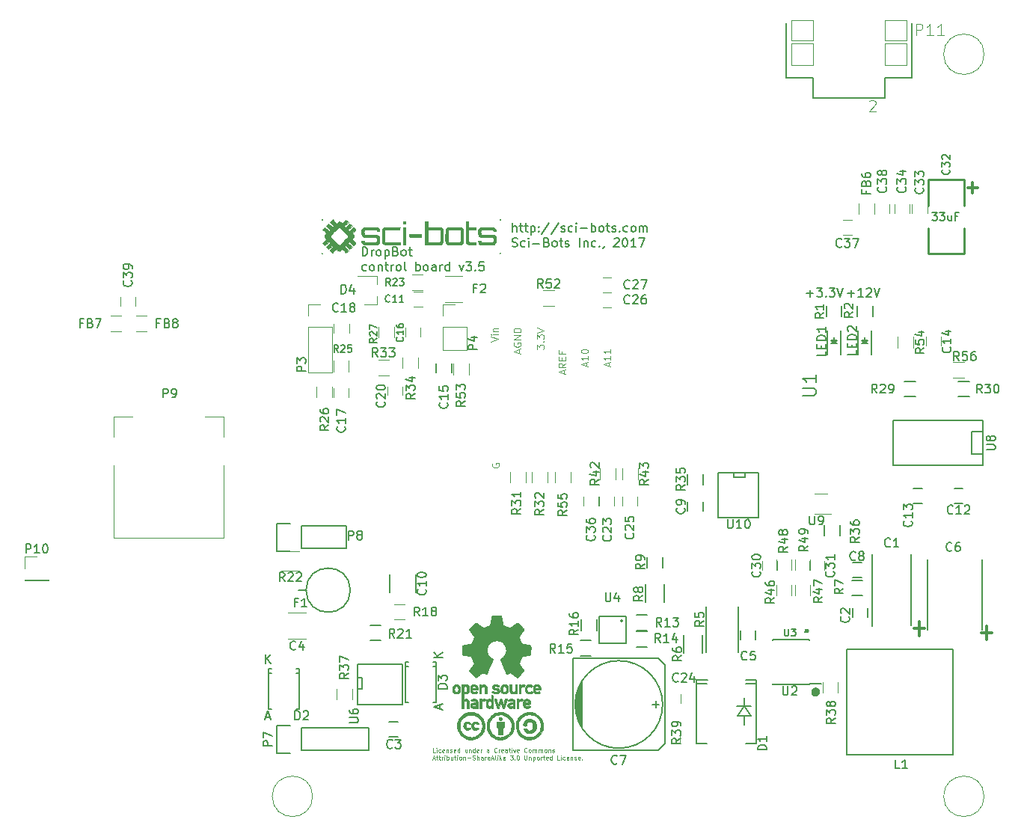
<source format=gto>
G04 #@! TF.FileFunction,Legend,Top*
%FSLAX46Y46*%
G04 Gerber Fmt 4.6, Leading zero omitted, Abs format (unit mm)*
G04 Created by KiCad (PCBNEW 4.0.6) date 06/02/17 15:16:19*
%MOMM*%
%LPD*%
G01*
G04 APERTURE LIST*
%ADD10C,0.150000*%
%ADD11C,0.304800*%
%ADD12C,0.100000*%
%ADD13C,0.200000*%
%ADD14C,0.500000*%
%ADD15C,1.000000*%
%ADD16C,0.010000*%
%ADD17C,0.120000*%
%ADD18C,0.066040*%
%ADD19C,0.127000*%
%ADD20C,0.254000*%
%ADD21C,0.125000*%
%ADD22C,0.101600*%
%ADD23C,0.152400*%
G04 APERTURE END LIST*
D10*
D11*
X144428572Y-40107143D02*
X145571429Y-40107143D01*
X145000000Y-40678571D02*
X145000000Y-39535714D01*
X138346429Y-90014143D02*
X139507572Y-90014143D01*
X138927001Y-90788238D02*
X138927001Y-89240048D01*
X145996429Y-90464143D02*
X147157572Y-90464143D01*
X146577001Y-91238238D02*
X146577001Y-89690048D01*
D12*
X84157143Y-104001190D02*
X83919048Y-104001190D01*
X83919048Y-103501190D01*
X84323810Y-104001190D02*
X84323810Y-103667857D01*
X84323810Y-103501190D02*
X84300000Y-103525000D01*
X84323810Y-103548810D01*
X84347619Y-103525000D01*
X84323810Y-103501190D01*
X84323810Y-103548810D01*
X84776190Y-103977381D02*
X84728571Y-104001190D01*
X84633333Y-104001190D01*
X84585714Y-103977381D01*
X84561905Y-103953571D01*
X84538095Y-103905952D01*
X84538095Y-103763095D01*
X84561905Y-103715476D01*
X84585714Y-103691667D01*
X84633333Y-103667857D01*
X84728571Y-103667857D01*
X84776190Y-103691667D01*
X85180952Y-103977381D02*
X85133333Y-104001190D01*
X85038095Y-104001190D01*
X84990476Y-103977381D01*
X84966666Y-103929762D01*
X84966666Y-103739286D01*
X84990476Y-103691667D01*
X85038095Y-103667857D01*
X85133333Y-103667857D01*
X85180952Y-103691667D01*
X85204761Y-103739286D01*
X85204761Y-103786905D01*
X84966666Y-103834524D01*
X85419047Y-103667857D02*
X85419047Y-104001190D01*
X85419047Y-103715476D02*
X85442856Y-103691667D01*
X85490475Y-103667857D01*
X85561904Y-103667857D01*
X85609523Y-103691667D01*
X85633332Y-103739286D01*
X85633332Y-104001190D01*
X85847618Y-103977381D02*
X85895237Y-104001190D01*
X85990475Y-104001190D01*
X86038094Y-103977381D01*
X86061904Y-103929762D01*
X86061904Y-103905952D01*
X86038094Y-103858333D01*
X85990475Y-103834524D01*
X85919047Y-103834524D01*
X85871428Y-103810714D01*
X85847618Y-103763095D01*
X85847618Y-103739286D01*
X85871428Y-103691667D01*
X85919047Y-103667857D01*
X85990475Y-103667857D01*
X86038094Y-103691667D01*
X86466666Y-103977381D02*
X86419047Y-104001190D01*
X86323809Y-104001190D01*
X86276190Y-103977381D01*
X86252380Y-103929762D01*
X86252380Y-103739286D01*
X86276190Y-103691667D01*
X86323809Y-103667857D01*
X86419047Y-103667857D01*
X86466666Y-103691667D01*
X86490475Y-103739286D01*
X86490475Y-103786905D01*
X86252380Y-103834524D01*
X86919046Y-104001190D02*
X86919046Y-103501190D01*
X86919046Y-103977381D02*
X86871427Y-104001190D01*
X86776189Y-104001190D01*
X86728570Y-103977381D01*
X86704761Y-103953571D01*
X86680951Y-103905952D01*
X86680951Y-103763095D01*
X86704761Y-103715476D01*
X86728570Y-103691667D01*
X86776189Y-103667857D01*
X86871427Y-103667857D01*
X86919046Y-103691667D01*
X87752379Y-103667857D02*
X87752379Y-104001190D01*
X87538094Y-103667857D02*
X87538094Y-103929762D01*
X87561903Y-103977381D01*
X87609522Y-104001190D01*
X87680951Y-104001190D01*
X87728570Y-103977381D01*
X87752379Y-103953571D01*
X87990475Y-103667857D02*
X87990475Y-104001190D01*
X87990475Y-103715476D02*
X88014284Y-103691667D01*
X88061903Y-103667857D01*
X88133332Y-103667857D01*
X88180951Y-103691667D01*
X88204760Y-103739286D01*
X88204760Y-104001190D01*
X88657141Y-104001190D02*
X88657141Y-103501190D01*
X88657141Y-103977381D02*
X88609522Y-104001190D01*
X88514284Y-104001190D01*
X88466665Y-103977381D01*
X88442856Y-103953571D01*
X88419046Y-103905952D01*
X88419046Y-103763095D01*
X88442856Y-103715476D01*
X88466665Y-103691667D01*
X88514284Y-103667857D01*
X88609522Y-103667857D01*
X88657141Y-103691667D01*
X89085713Y-103977381D02*
X89038094Y-104001190D01*
X88942856Y-104001190D01*
X88895237Y-103977381D01*
X88871427Y-103929762D01*
X88871427Y-103739286D01*
X88895237Y-103691667D01*
X88942856Y-103667857D01*
X89038094Y-103667857D01*
X89085713Y-103691667D01*
X89109522Y-103739286D01*
X89109522Y-103786905D01*
X88871427Y-103834524D01*
X89323808Y-104001190D02*
X89323808Y-103667857D01*
X89323808Y-103763095D02*
X89347617Y-103715476D01*
X89371427Y-103691667D01*
X89419046Y-103667857D01*
X89466665Y-103667857D01*
X90228569Y-104001190D02*
X90228569Y-103739286D01*
X90204760Y-103691667D01*
X90157141Y-103667857D01*
X90061903Y-103667857D01*
X90014284Y-103691667D01*
X90228569Y-103977381D02*
X90180950Y-104001190D01*
X90061903Y-104001190D01*
X90014284Y-103977381D01*
X89990474Y-103929762D01*
X89990474Y-103882143D01*
X90014284Y-103834524D01*
X90061903Y-103810714D01*
X90180950Y-103810714D01*
X90228569Y-103786905D01*
X91133331Y-103953571D02*
X91109521Y-103977381D01*
X91038093Y-104001190D01*
X90990474Y-104001190D01*
X90919045Y-103977381D01*
X90871426Y-103929762D01*
X90847617Y-103882143D01*
X90823807Y-103786905D01*
X90823807Y-103715476D01*
X90847617Y-103620238D01*
X90871426Y-103572619D01*
X90919045Y-103525000D01*
X90990474Y-103501190D01*
X91038093Y-103501190D01*
X91109521Y-103525000D01*
X91133331Y-103548810D01*
X91347617Y-104001190D02*
X91347617Y-103667857D01*
X91347617Y-103763095D02*
X91371426Y-103715476D01*
X91395236Y-103691667D01*
X91442855Y-103667857D01*
X91490474Y-103667857D01*
X91847617Y-103977381D02*
X91799998Y-104001190D01*
X91704760Y-104001190D01*
X91657141Y-103977381D01*
X91633331Y-103929762D01*
X91633331Y-103739286D01*
X91657141Y-103691667D01*
X91704760Y-103667857D01*
X91799998Y-103667857D01*
X91847617Y-103691667D01*
X91871426Y-103739286D01*
X91871426Y-103786905D01*
X91633331Y-103834524D01*
X92299997Y-104001190D02*
X92299997Y-103739286D01*
X92276188Y-103691667D01*
X92228569Y-103667857D01*
X92133331Y-103667857D01*
X92085712Y-103691667D01*
X92299997Y-103977381D02*
X92252378Y-104001190D01*
X92133331Y-104001190D01*
X92085712Y-103977381D01*
X92061902Y-103929762D01*
X92061902Y-103882143D01*
X92085712Y-103834524D01*
X92133331Y-103810714D01*
X92252378Y-103810714D01*
X92299997Y-103786905D01*
X92466664Y-103667857D02*
X92657140Y-103667857D01*
X92538093Y-103501190D02*
X92538093Y-103929762D01*
X92561902Y-103977381D01*
X92609521Y-104001190D01*
X92657140Y-104001190D01*
X92823807Y-104001190D02*
X92823807Y-103667857D01*
X92823807Y-103501190D02*
X92799997Y-103525000D01*
X92823807Y-103548810D01*
X92847616Y-103525000D01*
X92823807Y-103501190D01*
X92823807Y-103548810D01*
X93014283Y-103667857D02*
X93133330Y-104001190D01*
X93252378Y-103667857D01*
X93633330Y-103977381D02*
X93585711Y-104001190D01*
X93490473Y-104001190D01*
X93442854Y-103977381D01*
X93419044Y-103929762D01*
X93419044Y-103739286D01*
X93442854Y-103691667D01*
X93490473Y-103667857D01*
X93585711Y-103667857D01*
X93633330Y-103691667D01*
X93657139Y-103739286D01*
X93657139Y-103786905D01*
X93419044Y-103834524D01*
X94538091Y-103953571D02*
X94514281Y-103977381D01*
X94442853Y-104001190D01*
X94395234Y-104001190D01*
X94323805Y-103977381D01*
X94276186Y-103929762D01*
X94252377Y-103882143D01*
X94228567Y-103786905D01*
X94228567Y-103715476D01*
X94252377Y-103620238D01*
X94276186Y-103572619D01*
X94323805Y-103525000D01*
X94395234Y-103501190D01*
X94442853Y-103501190D01*
X94514281Y-103525000D01*
X94538091Y-103548810D01*
X94823805Y-104001190D02*
X94776186Y-103977381D01*
X94752377Y-103953571D01*
X94728567Y-103905952D01*
X94728567Y-103763095D01*
X94752377Y-103715476D01*
X94776186Y-103691667D01*
X94823805Y-103667857D01*
X94895234Y-103667857D01*
X94942853Y-103691667D01*
X94966662Y-103715476D01*
X94990472Y-103763095D01*
X94990472Y-103905952D01*
X94966662Y-103953571D01*
X94942853Y-103977381D01*
X94895234Y-104001190D01*
X94823805Y-104001190D01*
X95204758Y-104001190D02*
X95204758Y-103667857D01*
X95204758Y-103715476D02*
X95228567Y-103691667D01*
X95276186Y-103667857D01*
X95347615Y-103667857D01*
X95395234Y-103691667D01*
X95419043Y-103739286D01*
X95419043Y-104001190D01*
X95419043Y-103739286D02*
X95442853Y-103691667D01*
X95490472Y-103667857D01*
X95561900Y-103667857D01*
X95609520Y-103691667D01*
X95633329Y-103739286D01*
X95633329Y-104001190D01*
X95871425Y-104001190D02*
X95871425Y-103667857D01*
X95871425Y-103715476D02*
X95895234Y-103691667D01*
X95942853Y-103667857D01*
X96014282Y-103667857D01*
X96061901Y-103691667D01*
X96085710Y-103739286D01*
X96085710Y-104001190D01*
X96085710Y-103739286D02*
X96109520Y-103691667D01*
X96157139Y-103667857D01*
X96228567Y-103667857D01*
X96276187Y-103691667D01*
X96299996Y-103739286D01*
X96299996Y-104001190D01*
X96609520Y-104001190D02*
X96561901Y-103977381D01*
X96538092Y-103953571D01*
X96514282Y-103905952D01*
X96514282Y-103763095D01*
X96538092Y-103715476D01*
X96561901Y-103691667D01*
X96609520Y-103667857D01*
X96680949Y-103667857D01*
X96728568Y-103691667D01*
X96752377Y-103715476D01*
X96776187Y-103763095D01*
X96776187Y-103905952D01*
X96752377Y-103953571D01*
X96728568Y-103977381D01*
X96680949Y-104001190D01*
X96609520Y-104001190D01*
X96990473Y-103667857D02*
X96990473Y-104001190D01*
X96990473Y-103715476D02*
X97014282Y-103691667D01*
X97061901Y-103667857D01*
X97133330Y-103667857D01*
X97180949Y-103691667D01*
X97204758Y-103739286D01*
X97204758Y-104001190D01*
X97419044Y-103977381D02*
X97466663Y-104001190D01*
X97561901Y-104001190D01*
X97609520Y-103977381D01*
X97633330Y-103929762D01*
X97633330Y-103905952D01*
X97609520Y-103858333D01*
X97561901Y-103834524D01*
X97490473Y-103834524D01*
X97442854Y-103810714D01*
X97419044Y-103763095D01*
X97419044Y-103739286D01*
X97442854Y-103691667D01*
X97490473Y-103667857D01*
X97561901Y-103667857D01*
X97609520Y-103691667D01*
X83895238Y-104708333D02*
X84133333Y-104708333D01*
X83847619Y-104851190D02*
X84014286Y-104351190D01*
X84180952Y-104851190D01*
X84276190Y-104517857D02*
X84466666Y-104517857D01*
X84347619Y-104351190D02*
X84347619Y-104779762D01*
X84371428Y-104827381D01*
X84419047Y-104851190D01*
X84466666Y-104851190D01*
X84561904Y-104517857D02*
X84752380Y-104517857D01*
X84633333Y-104351190D02*
X84633333Y-104779762D01*
X84657142Y-104827381D01*
X84704761Y-104851190D01*
X84752380Y-104851190D01*
X84919047Y-104851190D02*
X84919047Y-104517857D01*
X84919047Y-104613095D02*
X84942856Y-104565476D01*
X84966666Y-104541667D01*
X85014285Y-104517857D01*
X85061904Y-104517857D01*
X85228571Y-104851190D02*
X85228571Y-104517857D01*
X85228571Y-104351190D02*
X85204761Y-104375000D01*
X85228571Y-104398810D01*
X85252380Y-104375000D01*
X85228571Y-104351190D01*
X85228571Y-104398810D01*
X85466666Y-104851190D02*
X85466666Y-104351190D01*
X85466666Y-104541667D02*
X85514285Y-104517857D01*
X85609523Y-104517857D01*
X85657142Y-104541667D01*
X85680951Y-104565476D01*
X85704761Y-104613095D01*
X85704761Y-104755952D01*
X85680951Y-104803571D01*
X85657142Y-104827381D01*
X85609523Y-104851190D01*
X85514285Y-104851190D01*
X85466666Y-104827381D01*
X86133332Y-104517857D02*
X86133332Y-104851190D01*
X85919047Y-104517857D02*
X85919047Y-104779762D01*
X85942856Y-104827381D01*
X85990475Y-104851190D01*
X86061904Y-104851190D01*
X86109523Y-104827381D01*
X86133332Y-104803571D01*
X86299999Y-104517857D02*
X86490475Y-104517857D01*
X86371428Y-104351190D02*
X86371428Y-104779762D01*
X86395237Y-104827381D01*
X86442856Y-104851190D01*
X86490475Y-104851190D01*
X86657142Y-104851190D02*
X86657142Y-104517857D01*
X86657142Y-104351190D02*
X86633332Y-104375000D01*
X86657142Y-104398810D01*
X86680951Y-104375000D01*
X86657142Y-104351190D01*
X86657142Y-104398810D01*
X86966665Y-104851190D02*
X86919046Y-104827381D01*
X86895237Y-104803571D01*
X86871427Y-104755952D01*
X86871427Y-104613095D01*
X86895237Y-104565476D01*
X86919046Y-104541667D01*
X86966665Y-104517857D01*
X87038094Y-104517857D01*
X87085713Y-104541667D01*
X87109522Y-104565476D01*
X87133332Y-104613095D01*
X87133332Y-104755952D01*
X87109522Y-104803571D01*
X87085713Y-104827381D01*
X87038094Y-104851190D01*
X86966665Y-104851190D01*
X87347618Y-104517857D02*
X87347618Y-104851190D01*
X87347618Y-104565476D02*
X87371427Y-104541667D01*
X87419046Y-104517857D01*
X87490475Y-104517857D01*
X87538094Y-104541667D01*
X87561903Y-104589286D01*
X87561903Y-104851190D01*
X87799999Y-104660714D02*
X88180951Y-104660714D01*
X88395237Y-104827381D02*
X88466666Y-104851190D01*
X88585713Y-104851190D01*
X88633332Y-104827381D01*
X88657142Y-104803571D01*
X88680951Y-104755952D01*
X88680951Y-104708333D01*
X88657142Y-104660714D01*
X88633332Y-104636905D01*
X88585713Y-104613095D01*
X88490475Y-104589286D01*
X88442856Y-104565476D01*
X88419047Y-104541667D01*
X88395237Y-104494048D01*
X88395237Y-104446429D01*
X88419047Y-104398810D01*
X88442856Y-104375000D01*
X88490475Y-104351190D01*
X88609523Y-104351190D01*
X88680951Y-104375000D01*
X88895237Y-104851190D02*
X88895237Y-104351190D01*
X89109522Y-104851190D02*
X89109522Y-104589286D01*
X89085713Y-104541667D01*
X89038094Y-104517857D01*
X88966665Y-104517857D01*
X88919046Y-104541667D01*
X88895237Y-104565476D01*
X89561903Y-104851190D02*
X89561903Y-104589286D01*
X89538094Y-104541667D01*
X89490475Y-104517857D01*
X89395237Y-104517857D01*
X89347618Y-104541667D01*
X89561903Y-104827381D02*
X89514284Y-104851190D01*
X89395237Y-104851190D01*
X89347618Y-104827381D01*
X89323808Y-104779762D01*
X89323808Y-104732143D01*
X89347618Y-104684524D01*
X89395237Y-104660714D01*
X89514284Y-104660714D01*
X89561903Y-104636905D01*
X89799999Y-104851190D02*
X89799999Y-104517857D01*
X89799999Y-104613095D02*
X89823808Y-104565476D01*
X89847618Y-104541667D01*
X89895237Y-104517857D01*
X89942856Y-104517857D01*
X90299999Y-104827381D02*
X90252380Y-104851190D01*
X90157142Y-104851190D01*
X90109523Y-104827381D01*
X90085713Y-104779762D01*
X90085713Y-104589286D01*
X90109523Y-104541667D01*
X90157142Y-104517857D01*
X90252380Y-104517857D01*
X90299999Y-104541667D01*
X90323808Y-104589286D01*
X90323808Y-104636905D01*
X90085713Y-104684524D01*
X90514284Y-104708333D02*
X90752379Y-104708333D01*
X90466665Y-104851190D02*
X90633332Y-104351190D01*
X90799998Y-104851190D01*
X91038093Y-104851190D02*
X90990474Y-104827381D01*
X90966665Y-104779762D01*
X90966665Y-104351190D01*
X91228570Y-104851190D02*
X91228570Y-104517857D01*
X91228570Y-104351190D02*
X91204760Y-104375000D01*
X91228570Y-104398810D01*
X91252379Y-104375000D01*
X91228570Y-104351190D01*
X91228570Y-104398810D01*
X91466665Y-104851190D02*
X91466665Y-104351190D01*
X91514284Y-104660714D02*
X91657141Y-104851190D01*
X91657141Y-104517857D02*
X91466665Y-104708333D01*
X92061903Y-104827381D02*
X92014284Y-104851190D01*
X91919046Y-104851190D01*
X91871427Y-104827381D01*
X91847617Y-104779762D01*
X91847617Y-104589286D01*
X91871427Y-104541667D01*
X91919046Y-104517857D01*
X92014284Y-104517857D01*
X92061903Y-104541667D01*
X92085712Y-104589286D01*
X92085712Y-104636905D01*
X91847617Y-104684524D01*
X92633331Y-104351190D02*
X92942854Y-104351190D01*
X92776188Y-104541667D01*
X92847616Y-104541667D01*
X92895235Y-104565476D01*
X92919045Y-104589286D01*
X92942854Y-104636905D01*
X92942854Y-104755952D01*
X92919045Y-104803571D01*
X92895235Y-104827381D01*
X92847616Y-104851190D01*
X92704759Y-104851190D01*
X92657140Y-104827381D01*
X92633331Y-104803571D01*
X93157140Y-104803571D02*
X93180949Y-104827381D01*
X93157140Y-104851190D01*
X93133330Y-104827381D01*
X93157140Y-104803571D01*
X93157140Y-104851190D01*
X93490473Y-104351190D02*
X93538092Y-104351190D01*
X93585711Y-104375000D01*
X93609520Y-104398810D01*
X93633330Y-104446429D01*
X93657139Y-104541667D01*
X93657139Y-104660714D01*
X93633330Y-104755952D01*
X93609520Y-104803571D01*
X93585711Y-104827381D01*
X93538092Y-104851190D01*
X93490473Y-104851190D01*
X93442854Y-104827381D01*
X93419044Y-104803571D01*
X93395235Y-104755952D01*
X93371425Y-104660714D01*
X93371425Y-104541667D01*
X93395235Y-104446429D01*
X93419044Y-104398810D01*
X93442854Y-104375000D01*
X93490473Y-104351190D01*
X94252377Y-104351190D02*
X94252377Y-104755952D01*
X94276186Y-104803571D01*
X94299996Y-104827381D01*
X94347615Y-104851190D01*
X94442853Y-104851190D01*
X94490472Y-104827381D01*
X94514281Y-104803571D01*
X94538091Y-104755952D01*
X94538091Y-104351190D01*
X94776187Y-104517857D02*
X94776187Y-104851190D01*
X94776187Y-104565476D02*
X94799996Y-104541667D01*
X94847615Y-104517857D01*
X94919044Y-104517857D01*
X94966663Y-104541667D01*
X94990472Y-104589286D01*
X94990472Y-104851190D01*
X95228568Y-104517857D02*
X95228568Y-105017857D01*
X95228568Y-104541667D02*
X95276187Y-104517857D01*
X95371425Y-104517857D01*
X95419044Y-104541667D01*
X95442853Y-104565476D01*
X95466663Y-104613095D01*
X95466663Y-104755952D01*
X95442853Y-104803571D01*
X95419044Y-104827381D01*
X95371425Y-104851190D01*
X95276187Y-104851190D01*
X95228568Y-104827381D01*
X95752377Y-104851190D02*
X95704758Y-104827381D01*
X95680949Y-104803571D01*
X95657139Y-104755952D01*
X95657139Y-104613095D01*
X95680949Y-104565476D01*
X95704758Y-104541667D01*
X95752377Y-104517857D01*
X95823806Y-104517857D01*
X95871425Y-104541667D01*
X95895234Y-104565476D01*
X95919044Y-104613095D01*
X95919044Y-104755952D01*
X95895234Y-104803571D01*
X95871425Y-104827381D01*
X95823806Y-104851190D01*
X95752377Y-104851190D01*
X96133330Y-104851190D02*
X96133330Y-104517857D01*
X96133330Y-104613095D02*
X96157139Y-104565476D01*
X96180949Y-104541667D01*
X96228568Y-104517857D01*
X96276187Y-104517857D01*
X96371425Y-104517857D02*
X96561901Y-104517857D01*
X96442854Y-104351190D02*
X96442854Y-104779762D01*
X96466663Y-104827381D01*
X96514282Y-104851190D01*
X96561901Y-104851190D01*
X96919044Y-104827381D02*
X96871425Y-104851190D01*
X96776187Y-104851190D01*
X96728568Y-104827381D01*
X96704758Y-104779762D01*
X96704758Y-104589286D01*
X96728568Y-104541667D01*
X96776187Y-104517857D01*
X96871425Y-104517857D01*
X96919044Y-104541667D01*
X96942853Y-104589286D01*
X96942853Y-104636905D01*
X96704758Y-104684524D01*
X97371424Y-104851190D02*
X97371424Y-104351190D01*
X97371424Y-104827381D02*
X97323805Y-104851190D01*
X97228567Y-104851190D01*
X97180948Y-104827381D01*
X97157139Y-104803571D01*
X97133329Y-104755952D01*
X97133329Y-104613095D01*
X97157139Y-104565476D01*
X97180948Y-104541667D01*
X97228567Y-104517857D01*
X97323805Y-104517857D01*
X97371424Y-104541667D01*
X98228567Y-104851190D02*
X97990472Y-104851190D01*
X97990472Y-104351190D01*
X98395234Y-104851190D02*
X98395234Y-104517857D01*
X98395234Y-104351190D02*
X98371424Y-104375000D01*
X98395234Y-104398810D01*
X98419043Y-104375000D01*
X98395234Y-104351190D01*
X98395234Y-104398810D01*
X98847614Y-104827381D02*
X98799995Y-104851190D01*
X98704757Y-104851190D01*
X98657138Y-104827381D01*
X98633329Y-104803571D01*
X98609519Y-104755952D01*
X98609519Y-104613095D01*
X98633329Y-104565476D01*
X98657138Y-104541667D01*
X98704757Y-104517857D01*
X98799995Y-104517857D01*
X98847614Y-104541667D01*
X99252376Y-104827381D02*
X99204757Y-104851190D01*
X99109519Y-104851190D01*
X99061900Y-104827381D01*
X99038090Y-104779762D01*
X99038090Y-104589286D01*
X99061900Y-104541667D01*
X99109519Y-104517857D01*
X99204757Y-104517857D01*
X99252376Y-104541667D01*
X99276185Y-104589286D01*
X99276185Y-104636905D01*
X99038090Y-104684524D01*
X99490471Y-104517857D02*
X99490471Y-104851190D01*
X99490471Y-104565476D02*
X99514280Y-104541667D01*
X99561899Y-104517857D01*
X99633328Y-104517857D01*
X99680947Y-104541667D01*
X99704756Y-104589286D01*
X99704756Y-104851190D01*
X99919042Y-104827381D02*
X99966661Y-104851190D01*
X100061899Y-104851190D01*
X100109518Y-104827381D01*
X100133328Y-104779762D01*
X100133328Y-104755952D01*
X100109518Y-104708333D01*
X100061899Y-104684524D01*
X99990471Y-104684524D01*
X99942852Y-104660714D01*
X99919042Y-104613095D01*
X99919042Y-104589286D01*
X99942852Y-104541667D01*
X99990471Y-104517857D01*
X100061899Y-104517857D01*
X100109518Y-104541667D01*
X100538090Y-104827381D02*
X100490471Y-104851190D01*
X100395233Y-104851190D01*
X100347614Y-104827381D01*
X100323804Y-104779762D01*
X100323804Y-104589286D01*
X100347614Y-104541667D01*
X100395233Y-104517857D01*
X100490471Y-104517857D01*
X100538090Y-104541667D01*
X100561899Y-104589286D01*
X100561899Y-104636905D01*
X100323804Y-104684524D01*
X100776185Y-104803571D02*
X100799994Y-104827381D01*
X100776185Y-104851190D01*
X100752375Y-104827381D01*
X100776185Y-104803571D01*
X100776185Y-104851190D01*
D13*
X92938095Y-45102381D02*
X92938095Y-44102381D01*
X93366667Y-45102381D02*
X93366667Y-44578571D01*
X93319048Y-44483333D01*
X93223810Y-44435714D01*
X93080952Y-44435714D01*
X92985714Y-44483333D01*
X92938095Y-44530952D01*
X93700000Y-44435714D02*
X94080952Y-44435714D01*
X93842857Y-44102381D02*
X93842857Y-44959524D01*
X93890476Y-45054762D01*
X93985714Y-45102381D01*
X94080952Y-45102381D01*
X94271429Y-44435714D02*
X94652381Y-44435714D01*
X94414286Y-44102381D02*
X94414286Y-44959524D01*
X94461905Y-45054762D01*
X94557143Y-45102381D01*
X94652381Y-45102381D01*
X94985715Y-44435714D02*
X94985715Y-45435714D01*
X94985715Y-44483333D02*
X95080953Y-44435714D01*
X95271430Y-44435714D01*
X95366668Y-44483333D01*
X95414287Y-44530952D01*
X95461906Y-44626190D01*
X95461906Y-44911905D01*
X95414287Y-45007143D01*
X95366668Y-45054762D01*
X95271430Y-45102381D01*
X95080953Y-45102381D01*
X94985715Y-45054762D01*
X95890477Y-45007143D02*
X95938096Y-45054762D01*
X95890477Y-45102381D01*
X95842858Y-45054762D01*
X95890477Y-45007143D01*
X95890477Y-45102381D01*
X95890477Y-44483333D02*
X95938096Y-44530952D01*
X95890477Y-44578571D01*
X95842858Y-44530952D01*
X95890477Y-44483333D01*
X95890477Y-44578571D01*
X97080953Y-44054762D02*
X96223810Y-45340476D01*
X98128572Y-44054762D02*
X97271429Y-45340476D01*
X98414286Y-45054762D02*
X98509524Y-45102381D01*
X98700000Y-45102381D01*
X98795239Y-45054762D01*
X98842858Y-44959524D01*
X98842858Y-44911905D01*
X98795239Y-44816667D01*
X98700000Y-44769048D01*
X98557143Y-44769048D01*
X98461905Y-44721429D01*
X98414286Y-44626190D01*
X98414286Y-44578571D01*
X98461905Y-44483333D01*
X98557143Y-44435714D01*
X98700000Y-44435714D01*
X98795239Y-44483333D01*
X99700001Y-45054762D02*
X99604763Y-45102381D01*
X99414286Y-45102381D01*
X99319048Y-45054762D01*
X99271429Y-45007143D01*
X99223810Y-44911905D01*
X99223810Y-44626190D01*
X99271429Y-44530952D01*
X99319048Y-44483333D01*
X99414286Y-44435714D01*
X99604763Y-44435714D01*
X99700001Y-44483333D01*
X100128572Y-45102381D02*
X100128572Y-44435714D01*
X100128572Y-44102381D02*
X100080953Y-44150000D01*
X100128572Y-44197619D01*
X100176191Y-44150000D01*
X100128572Y-44102381D01*
X100128572Y-44197619D01*
X100604762Y-44721429D02*
X101366667Y-44721429D01*
X101842857Y-45102381D02*
X101842857Y-44102381D01*
X101842857Y-44483333D02*
X101938095Y-44435714D01*
X102128572Y-44435714D01*
X102223810Y-44483333D01*
X102271429Y-44530952D01*
X102319048Y-44626190D01*
X102319048Y-44911905D01*
X102271429Y-45007143D01*
X102223810Y-45054762D01*
X102128572Y-45102381D01*
X101938095Y-45102381D01*
X101842857Y-45054762D01*
X102890476Y-45102381D02*
X102795238Y-45054762D01*
X102747619Y-45007143D01*
X102700000Y-44911905D01*
X102700000Y-44626190D01*
X102747619Y-44530952D01*
X102795238Y-44483333D01*
X102890476Y-44435714D01*
X103033334Y-44435714D01*
X103128572Y-44483333D01*
X103176191Y-44530952D01*
X103223810Y-44626190D01*
X103223810Y-44911905D01*
X103176191Y-45007143D01*
X103128572Y-45054762D01*
X103033334Y-45102381D01*
X102890476Y-45102381D01*
X103509524Y-44435714D02*
X103890476Y-44435714D01*
X103652381Y-44102381D02*
X103652381Y-44959524D01*
X103700000Y-45054762D01*
X103795238Y-45102381D01*
X103890476Y-45102381D01*
X104176191Y-45054762D02*
X104271429Y-45102381D01*
X104461905Y-45102381D01*
X104557144Y-45054762D01*
X104604763Y-44959524D01*
X104604763Y-44911905D01*
X104557144Y-44816667D01*
X104461905Y-44769048D01*
X104319048Y-44769048D01*
X104223810Y-44721429D01*
X104176191Y-44626190D01*
X104176191Y-44578571D01*
X104223810Y-44483333D01*
X104319048Y-44435714D01*
X104461905Y-44435714D01*
X104557144Y-44483333D01*
X105033334Y-45007143D02*
X105080953Y-45054762D01*
X105033334Y-45102381D01*
X104985715Y-45054762D01*
X105033334Y-45007143D01*
X105033334Y-45102381D01*
X105938096Y-45054762D02*
X105842858Y-45102381D01*
X105652381Y-45102381D01*
X105557143Y-45054762D01*
X105509524Y-45007143D01*
X105461905Y-44911905D01*
X105461905Y-44626190D01*
X105509524Y-44530952D01*
X105557143Y-44483333D01*
X105652381Y-44435714D01*
X105842858Y-44435714D01*
X105938096Y-44483333D01*
X106509524Y-45102381D02*
X106414286Y-45054762D01*
X106366667Y-45007143D01*
X106319048Y-44911905D01*
X106319048Y-44626190D01*
X106366667Y-44530952D01*
X106414286Y-44483333D01*
X106509524Y-44435714D01*
X106652382Y-44435714D01*
X106747620Y-44483333D01*
X106795239Y-44530952D01*
X106842858Y-44626190D01*
X106842858Y-44911905D01*
X106795239Y-45007143D01*
X106747620Y-45054762D01*
X106652382Y-45102381D01*
X106509524Y-45102381D01*
X107271429Y-45102381D02*
X107271429Y-44435714D01*
X107271429Y-44530952D02*
X107319048Y-44483333D01*
X107414286Y-44435714D01*
X107557144Y-44435714D01*
X107652382Y-44483333D01*
X107700001Y-44578571D01*
X107700001Y-45102381D01*
X107700001Y-44578571D02*
X107747620Y-44483333D01*
X107842858Y-44435714D01*
X107985715Y-44435714D01*
X108080953Y-44483333D01*
X108128572Y-44578571D01*
X108128572Y-45102381D01*
X92890476Y-46754762D02*
X93033333Y-46802381D01*
X93271429Y-46802381D01*
X93366667Y-46754762D01*
X93414286Y-46707143D01*
X93461905Y-46611905D01*
X93461905Y-46516667D01*
X93414286Y-46421429D01*
X93366667Y-46373810D01*
X93271429Y-46326190D01*
X93080952Y-46278571D01*
X92985714Y-46230952D01*
X92938095Y-46183333D01*
X92890476Y-46088095D01*
X92890476Y-45992857D01*
X92938095Y-45897619D01*
X92985714Y-45850000D01*
X93080952Y-45802381D01*
X93319048Y-45802381D01*
X93461905Y-45850000D01*
X94319048Y-46754762D02*
X94223810Y-46802381D01*
X94033333Y-46802381D01*
X93938095Y-46754762D01*
X93890476Y-46707143D01*
X93842857Y-46611905D01*
X93842857Y-46326190D01*
X93890476Y-46230952D01*
X93938095Y-46183333D01*
X94033333Y-46135714D01*
X94223810Y-46135714D01*
X94319048Y-46183333D01*
X94747619Y-46802381D02*
X94747619Y-46135714D01*
X94747619Y-45802381D02*
X94700000Y-45850000D01*
X94747619Y-45897619D01*
X94795238Y-45850000D01*
X94747619Y-45802381D01*
X94747619Y-45897619D01*
X95223809Y-46421429D02*
X95985714Y-46421429D01*
X96795238Y-46278571D02*
X96938095Y-46326190D01*
X96985714Y-46373810D01*
X97033333Y-46469048D01*
X97033333Y-46611905D01*
X96985714Y-46707143D01*
X96938095Y-46754762D01*
X96842857Y-46802381D01*
X96461904Y-46802381D01*
X96461904Y-45802381D01*
X96795238Y-45802381D01*
X96890476Y-45850000D01*
X96938095Y-45897619D01*
X96985714Y-45992857D01*
X96985714Y-46088095D01*
X96938095Y-46183333D01*
X96890476Y-46230952D01*
X96795238Y-46278571D01*
X96461904Y-46278571D01*
X97604761Y-46802381D02*
X97509523Y-46754762D01*
X97461904Y-46707143D01*
X97414285Y-46611905D01*
X97414285Y-46326190D01*
X97461904Y-46230952D01*
X97509523Y-46183333D01*
X97604761Y-46135714D01*
X97747619Y-46135714D01*
X97842857Y-46183333D01*
X97890476Y-46230952D01*
X97938095Y-46326190D01*
X97938095Y-46611905D01*
X97890476Y-46707143D01*
X97842857Y-46754762D01*
X97747619Y-46802381D01*
X97604761Y-46802381D01*
X98223809Y-46135714D02*
X98604761Y-46135714D01*
X98366666Y-45802381D02*
X98366666Y-46659524D01*
X98414285Y-46754762D01*
X98509523Y-46802381D01*
X98604761Y-46802381D01*
X98890476Y-46754762D02*
X98985714Y-46802381D01*
X99176190Y-46802381D01*
X99271429Y-46754762D01*
X99319048Y-46659524D01*
X99319048Y-46611905D01*
X99271429Y-46516667D01*
X99176190Y-46469048D01*
X99033333Y-46469048D01*
X98938095Y-46421429D01*
X98890476Y-46326190D01*
X98890476Y-46278571D01*
X98938095Y-46183333D01*
X99033333Y-46135714D01*
X99176190Y-46135714D01*
X99271429Y-46183333D01*
X100509524Y-46802381D02*
X100509524Y-45802381D01*
X100985714Y-46135714D02*
X100985714Y-46802381D01*
X100985714Y-46230952D02*
X101033333Y-46183333D01*
X101128571Y-46135714D01*
X101271429Y-46135714D01*
X101366667Y-46183333D01*
X101414286Y-46278571D01*
X101414286Y-46802381D01*
X102319048Y-46754762D02*
X102223810Y-46802381D01*
X102033333Y-46802381D01*
X101938095Y-46754762D01*
X101890476Y-46707143D01*
X101842857Y-46611905D01*
X101842857Y-46326190D01*
X101890476Y-46230952D01*
X101938095Y-46183333D01*
X102033333Y-46135714D01*
X102223810Y-46135714D01*
X102319048Y-46183333D01*
X102747619Y-46707143D02*
X102795238Y-46754762D01*
X102747619Y-46802381D01*
X102700000Y-46754762D01*
X102747619Y-46707143D01*
X102747619Y-46802381D01*
X103271428Y-46754762D02*
X103271428Y-46802381D01*
X103223809Y-46897619D01*
X103176190Y-46945238D01*
X104414285Y-45897619D02*
X104461904Y-45850000D01*
X104557142Y-45802381D01*
X104795238Y-45802381D01*
X104890476Y-45850000D01*
X104938095Y-45897619D01*
X104985714Y-45992857D01*
X104985714Y-46088095D01*
X104938095Y-46230952D01*
X104366666Y-46802381D01*
X104985714Y-46802381D01*
X105604761Y-45802381D02*
X105700000Y-45802381D01*
X105795238Y-45850000D01*
X105842857Y-45897619D01*
X105890476Y-45992857D01*
X105938095Y-46183333D01*
X105938095Y-46421429D01*
X105890476Y-46611905D01*
X105842857Y-46707143D01*
X105795238Y-46754762D01*
X105700000Y-46802381D01*
X105604761Y-46802381D01*
X105509523Y-46754762D01*
X105461904Y-46707143D01*
X105414285Y-46611905D01*
X105366666Y-46421429D01*
X105366666Y-46183333D01*
X105414285Y-45992857D01*
X105461904Y-45897619D01*
X105509523Y-45850000D01*
X105604761Y-45802381D01*
X106890476Y-46802381D02*
X106319047Y-46802381D01*
X106604761Y-46802381D02*
X106604761Y-45802381D01*
X106509523Y-45945238D01*
X106414285Y-46040476D01*
X106319047Y-46088095D01*
X107223809Y-45802381D02*
X107890476Y-45802381D01*
X107461904Y-46802381D01*
X75938095Y-47802381D02*
X75938095Y-46802381D01*
X76176190Y-46802381D01*
X76319048Y-46850000D01*
X76414286Y-46945238D01*
X76461905Y-47040476D01*
X76509524Y-47230952D01*
X76509524Y-47373810D01*
X76461905Y-47564286D01*
X76414286Y-47659524D01*
X76319048Y-47754762D01*
X76176190Y-47802381D01*
X75938095Y-47802381D01*
X76938095Y-47802381D02*
X76938095Y-47135714D01*
X76938095Y-47326190D02*
X76985714Y-47230952D01*
X77033333Y-47183333D01*
X77128571Y-47135714D01*
X77223810Y-47135714D01*
X77700000Y-47802381D02*
X77604762Y-47754762D01*
X77557143Y-47707143D01*
X77509524Y-47611905D01*
X77509524Y-47326190D01*
X77557143Y-47230952D01*
X77604762Y-47183333D01*
X77700000Y-47135714D01*
X77842858Y-47135714D01*
X77938096Y-47183333D01*
X77985715Y-47230952D01*
X78033334Y-47326190D01*
X78033334Y-47611905D01*
X77985715Y-47707143D01*
X77938096Y-47754762D01*
X77842858Y-47802381D01*
X77700000Y-47802381D01*
X78461905Y-47135714D02*
X78461905Y-48135714D01*
X78461905Y-47183333D02*
X78557143Y-47135714D01*
X78747620Y-47135714D01*
X78842858Y-47183333D01*
X78890477Y-47230952D01*
X78938096Y-47326190D01*
X78938096Y-47611905D01*
X78890477Y-47707143D01*
X78842858Y-47754762D01*
X78747620Y-47802381D01*
X78557143Y-47802381D01*
X78461905Y-47754762D01*
X79700001Y-47278571D02*
X79842858Y-47326190D01*
X79890477Y-47373810D01*
X79938096Y-47469048D01*
X79938096Y-47611905D01*
X79890477Y-47707143D01*
X79842858Y-47754762D01*
X79747620Y-47802381D01*
X79366667Y-47802381D01*
X79366667Y-46802381D01*
X79700001Y-46802381D01*
X79795239Y-46850000D01*
X79842858Y-46897619D01*
X79890477Y-46992857D01*
X79890477Y-47088095D01*
X79842858Y-47183333D01*
X79795239Y-47230952D01*
X79700001Y-47278571D01*
X79366667Y-47278571D01*
X80509524Y-47802381D02*
X80414286Y-47754762D01*
X80366667Y-47707143D01*
X80319048Y-47611905D01*
X80319048Y-47326190D01*
X80366667Y-47230952D01*
X80414286Y-47183333D01*
X80509524Y-47135714D01*
X80652382Y-47135714D01*
X80747620Y-47183333D01*
X80795239Y-47230952D01*
X80842858Y-47326190D01*
X80842858Y-47611905D01*
X80795239Y-47707143D01*
X80747620Y-47754762D01*
X80652382Y-47802381D01*
X80509524Y-47802381D01*
X81128572Y-47135714D02*
X81509524Y-47135714D01*
X81271429Y-46802381D02*
X81271429Y-47659524D01*
X81319048Y-47754762D01*
X81414286Y-47802381D01*
X81509524Y-47802381D01*
X76366667Y-49454762D02*
X76271429Y-49502381D01*
X76080952Y-49502381D01*
X75985714Y-49454762D01*
X75938095Y-49407143D01*
X75890476Y-49311905D01*
X75890476Y-49026190D01*
X75938095Y-48930952D01*
X75985714Y-48883333D01*
X76080952Y-48835714D01*
X76271429Y-48835714D01*
X76366667Y-48883333D01*
X76938095Y-49502381D02*
X76842857Y-49454762D01*
X76795238Y-49407143D01*
X76747619Y-49311905D01*
X76747619Y-49026190D01*
X76795238Y-48930952D01*
X76842857Y-48883333D01*
X76938095Y-48835714D01*
X77080953Y-48835714D01*
X77176191Y-48883333D01*
X77223810Y-48930952D01*
X77271429Y-49026190D01*
X77271429Y-49311905D01*
X77223810Y-49407143D01*
X77176191Y-49454762D01*
X77080953Y-49502381D01*
X76938095Y-49502381D01*
X77700000Y-48835714D02*
X77700000Y-49502381D01*
X77700000Y-48930952D02*
X77747619Y-48883333D01*
X77842857Y-48835714D01*
X77985715Y-48835714D01*
X78080953Y-48883333D01*
X78128572Y-48978571D01*
X78128572Y-49502381D01*
X78461905Y-48835714D02*
X78842857Y-48835714D01*
X78604762Y-48502381D02*
X78604762Y-49359524D01*
X78652381Y-49454762D01*
X78747619Y-49502381D01*
X78842857Y-49502381D01*
X79176191Y-49502381D02*
X79176191Y-48835714D01*
X79176191Y-49026190D02*
X79223810Y-48930952D01*
X79271429Y-48883333D01*
X79366667Y-48835714D01*
X79461906Y-48835714D01*
X79938096Y-49502381D02*
X79842858Y-49454762D01*
X79795239Y-49407143D01*
X79747620Y-49311905D01*
X79747620Y-49026190D01*
X79795239Y-48930952D01*
X79842858Y-48883333D01*
X79938096Y-48835714D01*
X80080954Y-48835714D01*
X80176192Y-48883333D01*
X80223811Y-48930952D01*
X80271430Y-49026190D01*
X80271430Y-49311905D01*
X80223811Y-49407143D01*
X80176192Y-49454762D01*
X80080954Y-49502381D01*
X79938096Y-49502381D01*
X80842858Y-49502381D02*
X80747620Y-49454762D01*
X80700001Y-49359524D01*
X80700001Y-48502381D01*
X81985716Y-49502381D02*
X81985716Y-48502381D01*
X81985716Y-48883333D02*
X82080954Y-48835714D01*
X82271431Y-48835714D01*
X82366669Y-48883333D01*
X82414288Y-48930952D01*
X82461907Y-49026190D01*
X82461907Y-49311905D01*
X82414288Y-49407143D01*
X82366669Y-49454762D01*
X82271431Y-49502381D01*
X82080954Y-49502381D01*
X81985716Y-49454762D01*
X83033335Y-49502381D02*
X82938097Y-49454762D01*
X82890478Y-49407143D01*
X82842859Y-49311905D01*
X82842859Y-49026190D01*
X82890478Y-48930952D01*
X82938097Y-48883333D01*
X83033335Y-48835714D01*
X83176193Y-48835714D01*
X83271431Y-48883333D01*
X83319050Y-48930952D01*
X83366669Y-49026190D01*
X83366669Y-49311905D01*
X83319050Y-49407143D01*
X83271431Y-49454762D01*
X83176193Y-49502381D01*
X83033335Y-49502381D01*
X84223812Y-49502381D02*
X84223812Y-48978571D01*
X84176193Y-48883333D01*
X84080955Y-48835714D01*
X83890478Y-48835714D01*
X83795240Y-48883333D01*
X84223812Y-49454762D02*
X84128574Y-49502381D01*
X83890478Y-49502381D01*
X83795240Y-49454762D01*
X83747621Y-49359524D01*
X83747621Y-49264286D01*
X83795240Y-49169048D01*
X83890478Y-49121429D01*
X84128574Y-49121429D01*
X84223812Y-49073810D01*
X84700002Y-49502381D02*
X84700002Y-48835714D01*
X84700002Y-49026190D02*
X84747621Y-48930952D01*
X84795240Y-48883333D01*
X84890478Y-48835714D01*
X84985717Y-48835714D01*
X85747622Y-49502381D02*
X85747622Y-48502381D01*
X85747622Y-49454762D02*
X85652384Y-49502381D01*
X85461907Y-49502381D01*
X85366669Y-49454762D01*
X85319050Y-49407143D01*
X85271431Y-49311905D01*
X85271431Y-49026190D01*
X85319050Y-48930952D01*
X85366669Y-48883333D01*
X85461907Y-48835714D01*
X85652384Y-48835714D01*
X85747622Y-48883333D01*
X86890479Y-48835714D02*
X87128574Y-49502381D01*
X87366670Y-48835714D01*
X87652384Y-48502381D02*
X88271432Y-48502381D01*
X87938098Y-48883333D01*
X88080956Y-48883333D01*
X88176194Y-48930952D01*
X88223813Y-48978571D01*
X88271432Y-49073810D01*
X88271432Y-49311905D01*
X88223813Y-49407143D01*
X88176194Y-49454762D01*
X88080956Y-49502381D01*
X87795241Y-49502381D01*
X87700003Y-49454762D01*
X87652384Y-49407143D01*
X88700003Y-49407143D02*
X88747622Y-49454762D01*
X88700003Y-49502381D01*
X88652384Y-49454762D01*
X88700003Y-49407143D01*
X88700003Y-49502381D01*
X89652384Y-48502381D02*
X89176193Y-48502381D01*
X89128574Y-48978571D01*
X89176193Y-48930952D01*
X89271431Y-48883333D01*
X89509527Y-48883333D01*
X89604765Y-48930952D01*
X89652384Y-48978571D01*
X89700003Y-49073810D01*
X89700003Y-49311905D01*
X89652384Y-49407143D01*
X89604765Y-49454762D01*
X89509527Y-49502381D01*
X89271431Y-49502381D01*
X89176193Y-49454762D01*
X89128574Y-49407143D01*
D14*
X126224000Y-90278000D02*
G75*
G03X126224000Y-90278000I-50800J0D01*
G01*
D15*
X127228400Y-97191600D02*
G75*
G03X127228400Y-97191600I-25400J0D01*
G01*
D10*
X126484000Y-96363000D02*
X126484000Y-96218000D01*
X122334000Y-96363000D02*
X122334000Y-96218000D01*
X122334000Y-91213000D02*
X122334000Y-91358000D01*
X126484000Y-91213000D02*
X126484000Y-91358000D01*
X126484000Y-96363000D02*
X122334000Y-96363000D01*
X126484000Y-91213000D02*
X122334000Y-91213000D01*
X126484000Y-96218000D02*
X127884000Y-96218000D01*
D12*
X60250000Y-66000000D02*
X58100000Y-66000000D01*
X47750000Y-66000000D02*
X49900000Y-66000000D01*
X60250000Y-66000000D02*
X60250000Y-68300000D01*
X47750000Y-66000000D02*
X47750000Y-68300000D01*
X60250000Y-79750000D02*
X60250000Y-71500000D01*
X47750000Y-79750000D02*
X47750000Y-71500000D01*
X47750000Y-79750000D02*
X60250000Y-79750000D01*
D10*
X69037000Y-103821000D02*
X76657000Y-103821000D01*
X69037000Y-101281000D02*
X76657000Y-101281000D01*
X66217000Y-101001000D02*
X67767000Y-101001000D01*
X76657000Y-103821000D02*
X76657000Y-101281000D01*
X69037000Y-101281000D02*
X69037000Y-103821000D01*
X67767000Y-104101000D02*
X66217000Y-104101000D01*
X66217000Y-104101000D02*
X66217000Y-101001000D01*
X133550000Y-59000000D02*
X133550000Y-56300000D01*
X132050000Y-59000000D02*
X132050000Y-56300000D01*
X132950000Y-57500000D02*
X132700000Y-57500000D01*
X132700000Y-57500000D02*
X132850000Y-57650000D01*
X132450000Y-57750000D02*
X133150000Y-57750000D01*
X132800000Y-57400000D02*
X132800000Y-57050000D01*
X132800000Y-57750000D02*
X132450000Y-57400000D01*
X132450000Y-57400000D02*
X133150000Y-57400000D01*
X133150000Y-57400000D02*
X132800000Y-57750000D01*
X130050000Y-59000000D02*
X130050000Y-56300000D01*
X128550000Y-59000000D02*
X128550000Y-56300000D01*
X129450000Y-57500000D02*
X129200000Y-57500000D01*
X129200000Y-57500000D02*
X129350000Y-57650000D01*
X128950000Y-57750000D02*
X129650000Y-57750000D01*
X129300000Y-57400000D02*
X129300000Y-57050000D01*
X129300000Y-57750000D02*
X128950000Y-57400000D01*
X128950000Y-57400000D02*
X129650000Y-57400000D01*
X129650000Y-57400000D02*
X129300000Y-57750000D01*
D16*
G36*
X71337162Y-47473430D02*
X71338990Y-47476248D01*
X71380771Y-47521927D01*
X71395751Y-47533009D01*
X71410309Y-47549766D01*
X71378054Y-47555352D01*
X71373350Y-47555411D01*
X71328030Y-47542195D01*
X71316588Y-47498650D01*
X71321416Y-47462508D01*
X71337162Y-47473430D01*
X71337162Y-47473430D01*
G37*
X71337162Y-47473430D02*
X71338990Y-47476248D01*
X71380771Y-47521927D01*
X71395751Y-47533009D01*
X71410309Y-47549766D01*
X71378054Y-47555352D01*
X71373350Y-47555411D01*
X71328030Y-47542195D01*
X71316588Y-47498650D01*
X71321416Y-47462508D01*
X71337162Y-47473430D01*
G36*
X91508752Y-47493945D02*
X91508811Y-47498650D01*
X91495595Y-47543969D01*
X91452050Y-47555411D01*
X91415908Y-47550583D01*
X91426830Y-47534837D01*
X91429648Y-47533009D01*
X91475327Y-47491228D01*
X91486409Y-47476248D01*
X91503166Y-47461690D01*
X91508752Y-47493945D01*
X91508752Y-47493945D01*
G37*
X91508752Y-47493945D02*
X91508811Y-47498650D01*
X91495595Y-47543969D01*
X91452050Y-47555411D01*
X91415908Y-47550583D01*
X91426830Y-47534837D01*
X91429648Y-47533009D01*
X91475327Y-47491228D01*
X91486409Y-47476248D01*
X91503166Y-47461690D01*
X91508752Y-47493945D01*
G36*
X72757960Y-43930288D02*
X72980775Y-44152071D01*
X73081937Y-44051081D01*
X73155379Y-43989534D01*
X73229580Y-43945754D01*
X73263750Y-43934050D01*
X73311260Y-43929512D01*
X73354190Y-43941995D01*
X73406012Y-43978253D01*
X73474514Y-44039716D01*
X73604628Y-44161423D01*
X73826351Y-43940728D01*
X74048073Y-43720033D01*
X74324701Y-44000141D01*
X73881525Y-44445379D01*
X73950872Y-44514727D01*
X74020220Y-44584074D01*
X74465458Y-44140898D01*
X74745566Y-44417526D01*
X74301806Y-44863352D01*
X74371127Y-44932672D01*
X74440447Y-45001993D01*
X74886273Y-44558233D01*
X75018936Y-44692565D01*
X75083185Y-44760653D01*
X75130306Y-44816368D01*
X75151267Y-44848923D01*
X75151600Y-44850968D01*
X75134649Y-44877483D01*
X75088570Y-44931521D01*
X75020527Y-45005058D01*
X74942862Y-45084866D01*
X74734125Y-45294693D01*
X74841262Y-45403858D01*
X74906980Y-45478486D01*
X74939813Y-45539607D01*
X74948400Y-45600000D01*
X74938956Y-45662974D01*
X74904876Y-45724353D01*
X74841262Y-45796141D01*
X74734125Y-45905306D01*
X74942862Y-46115133D01*
X75025032Y-46199687D01*
X75091976Y-46272294D01*
X75136531Y-46324929D01*
X75151600Y-46349031D01*
X75134894Y-46377605D01*
X75090799Y-46430804D01*
X75028348Y-46497843D01*
X75018936Y-46507434D01*
X74886273Y-46641766D01*
X74440447Y-46198006D01*
X74371127Y-46267327D01*
X74301806Y-46336647D01*
X74745566Y-46782473D01*
X74465458Y-47059101D01*
X74020220Y-46615925D01*
X73950872Y-46685272D01*
X73881525Y-46754620D01*
X74324701Y-47199858D01*
X74048073Y-47479966D01*
X73826351Y-47259271D01*
X73604628Y-47038576D01*
X73474514Y-47160283D01*
X73402131Y-47224929D01*
X73351257Y-47259455D01*
X73308452Y-47270612D01*
X73264144Y-47265938D01*
X73200456Y-47238970D01*
X73124735Y-47187384D01*
X73081136Y-47149042D01*
X72978382Y-47048197D01*
X72763802Y-47263898D01*
X72679502Y-47347521D01*
X72608313Y-47416040D01*
X72557701Y-47462414D01*
X72535133Y-47479599D01*
X72535093Y-47479600D01*
X72511806Y-47462797D01*
X72462869Y-47418287D01*
X72397911Y-47354914D01*
X72382831Y-47339729D01*
X72244698Y-47199858D01*
X72687874Y-46754620D01*
X72618527Y-46685272D01*
X72549179Y-46615925D01*
X72103941Y-47059101D01*
X71823833Y-46782473D01*
X72267593Y-46336647D01*
X72198272Y-46267327D01*
X72128952Y-46198006D01*
X71683126Y-46641766D01*
X71406498Y-46361658D01*
X71847366Y-45917500D01*
X71734183Y-45798328D01*
X71655612Y-45702841D01*
X71621375Y-45621240D01*
X71624103Y-45600000D01*
X72281400Y-45600000D01*
X72289221Y-45628510D01*
X72314959Y-45670261D01*
X72362026Y-45729113D01*
X72433833Y-45808927D01*
X72533791Y-45913562D01*
X72665312Y-46046879D01*
X72759170Y-46140628D01*
X72907545Y-46286421D01*
X73036524Y-46409455D01*
X73142665Y-46506622D01*
X73222523Y-46574815D01*
X73272656Y-46610929D01*
X73285976Y-46616000D01*
X73319042Y-46598050D01*
X73383623Y-46546240D01*
X73476340Y-46463631D01*
X73593815Y-46353284D01*
X73732669Y-46218257D01*
X73811505Y-46140000D01*
X73964479Y-45986019D01*
X74083651Y-45863183D01*
X74172240Y-45767850D01*
X74233463Y-45696377D01*
X74270538Y-45645120D01*
X74286682Y-45610437D01*
X74288000Y-45600495D01*
X74279213Y-45571301D01*
X74250714Y-45526883D01*
X74199298Y-45463601D01*
X74121757Y-45377820D01*
X74014885Y-45265900D01*
X73875476Y-45124206D01*
X73812000Y-45060494D01*
X73660697Y-44910913D01*
X73530556Y-44786087D01*
X73424627Y-44688779D01*
X73345958Y-44621753D01*
X73297597Y-44587773D01*
X73286471Y-44584000D01*
X73252931Y-44601989D01*
X73187657Y-44654064D01*
X73093801Y-44737382D01*
X72974516Y-44849102D01*
X72832954Y-44986381D01*
X72759170Y-45059371D01*
X72607412Y-45211436D01*
X72489230Y-45332539D01*
X72401214Y-45426542D01*
X72339952Y-45497304D01*
X72302033Y-45548686D01*
X72284045Y-45584548D01*
X72281400Y-45600000D01*
X71624103Y-45600000D01*
X71631474Y-45542611D01*
X71685906Y-45456038D01*
X71734183Y-45401671D01*
X71847366Y-45282500D01*
X71626932Y-45060420D01*
X71406498Y-44838341D01*
X71683126Y-44558233D01*
X72128952Y-45001993D01*
X72198272Y-44932672D01*
X72267593Y-44863352D01*
X71823833Y-44417526D01*
X72103941Y-44140898D01*
X72549179Y-44584074D01*
X72618527Y-44514727D01*
X72687874Y-44445379D01*
X72244106Y-43999545D01*
X72389626Y-43854026D01*
X72535145Y-43708506D01*
X72757960Y-43930288D01*
X72757960Y-43930288D01*
G37*
X72757960Y-43930288D02*
X72980775Y-44152071D01*
X73081937Y-44051081D01*
X73155379Y-43989534D01*
X73229580Y-43945754D01*
X73263750Y-43934050D01*
X73311260Y-43929512D01*
X73354190Y-43941995D01*
X73406012Y-43978253D01*
X73474514Y-44039716D01*
X73604628Y-44161423D01*
X73826351Y-43940728D01*
X74048073Y-43720033D01*
X74324701Y-44000141D01*
X73881525Y-44445379D01*
X73950872Y-44514727D01*
X74020220Y-44584074D01*
X74465458Y-44140898D01*
X74745566Y-44417526D01*
X74301806Y-44863352D01*
X74371127Y-44932672D01*
X74440447Y-45001993D01*
X74886273Y-44558233D01*
X75018936Y-44692565D01*
X75083185Y-44760653D01*
X75130306Y-44816368D01*
X75151267Y-44848923D01*
X75151600Y-44850968D01*
X75134649Y-44877483D01*
X75088570Y-44931521D01*
X75020527Y-45005058D01*
X74942862Y-45084866D01*
X74734125Y-45294693D01*
X74841262Y-45403858D01*
X74906980Y-45478486D01*
X74939813Y-45539607D01*
X74948400Y-45600000D01*
X74938956Y-45662974D01*
X74904876Y-45724353D01*
X74841262Y-45796141D01*
X74734125Y-45905306D01*
X74942862Y-46115133D01*
X75025032Y-46199687D01*
X75091976Y-46272294D01*
X75136531Y-46324929D01*
X75151600Y-46349031D01*
X75134894Y-46377605D01*
X75090799Y-46430804D01*
X75028348Y-46497843D01*
X75018936Y-46507434D01*
X74886273Y-46641766D01*
X74440447Y-46198006D01*
X74371127Y-46267327D01*
X74301806Y-46336647D01*
X74745566Y-46782473D01*
X74465458Y-47059101D01*
X74020220Y-46615925D01*
X73950872Y-46685272D01*
X73881525Y-46754620D01*
X74324701Y-47199858D01*
X74048073Y-47479966D01*
X73826351Y-47259271D01*
X73604628Y-47038576D01*
X73474514Y-47160283D01*
X73402131Y-47224929D01*
X73351257Y-47259455D01*
X73308452Y-47270612D01*
X73264144Y-47265938D01*
X73200456Y-47238970D01*
X73124735Y-47187384D01*
X73081136Y-47149042D01*
X72978382Y-47048197D01*
X72763802Y-47263898D01*
X72679502Y-47347521D01*
X72608313Y-47416040D01*
X72557701Y-47462414D01*
X72535133Y-47479599D01*
X72535093Y-47479600D01*
X72511806Y-47462797D01*
X72462869Y-47418287D01*
X72397911Y-47354914D01*
X72382831Y-47339729D01*
X72244698Y-47199858D01*
X72687874Y-46754620D01*
X72618527Y-46685272D01*
X72549179Y-46615925D01*
X72103941Y-47059101D01*
X71823833Y-46782473D01*
X72267593Y-46336647D01*
X72198272Y-46267327D01*
X72128952Y-46198006D01*
X71683126Y-46641766D01*
X71406498Y-46361658D01*
X71847366Y-45917500D01*
X71734183Y-45798328D01*
X71655612Y-45702841D01*
X71621375Y-45621240D01*
X71624103Y-45600000D01*
X72281400Y-45600000D01*
X72289221Y-45628510D01*
X72314959Y-45670261D01*
X72362026Y-45729113D01*
X72433833Y-45808927D01*
X72533791Y-45913562D01*
X72665312Y-46046879D01*
X72759170Y-46140628D01*
X72907545Y-46286421D01*
X73036524Y-46409455D01*
X73142665Y-46506622D01*
X73222523Y-46574815D01*
X73272656Y-46610929D01*
X73285976Y-46616000D01*
X73319042Y-46598050D01*
X73383623Y-46546240D01*
X73476340Y-46463631D01*
X73593815Y-46353284D01*
X73732669Y-46218257D01*
X73811505Y-46140000D01*
X73964479Y-45986019D01*
X74083651Y-45863183D01*
X74172240Y-45767850D01*
X74233463Y-45696377D01*
X74270538Y-45645120D01*
X74286682Y-45610437D01*
X74288000Y-45600495D01*
X74279213Y-45571301D01*
X74250714Y-45526883D01*
X74199298Y-45463601D01*
X74121757Y-45377820D01*
X74014885Y-45265900D01*
X73875476Y-45124206D01*
X73812000Y-45060494D01*
X73660697Y-44910913D01*
X73530556Y-44786087D01*
X73424627Y-44688779D01*
X73345958Y-44621753D01*
X73297597Y-44587773D01*
X73286471Y-44584000D01*
X73252931Y-44601989D01*
X73187657Y-44654064D01*
X73093801Y-44737382D01*
X72974516Y-44849102D01*
X72832954Y-44986381D01*
X72759170Y-45059371D01*
X72607412Y-45211436D01*
X72489230Y-45332539D01*
X72401214Y-45426542D01*
X72339952Y-45497304D01*
X72302033Y-45548686D01*
X72284045Y-45584548D01*
X72281400Y-45600000D01*
X71624103Y-45600000D01*
X71631474Y-45542611D01*
X71685906Y-45456038D01*
X71734183Y-45401671D01*
X71847366Y-45282500D01*
X71626932Y-45060420D01*
X71406498Y-44838341D01*
X71683126Y-44558233D01*
X72128952Y-45001993D01*
X72198272Y-44932672D01*
X72267593Y-44863352D01*
X71823833Y-44417526D01*
X72103941Y-44140898D01*
X72549179Y-44584074D01*
X72618527Y-44514727D01*
X72687874Y-44445379D01*
X72244106Y-43999545D01*
X72389626Y-43854026D01*
X72535145Y-43708506D01*
X72757960Y-43930288D01*
G36*
X76825645Y-44559157D02*
X77032239Y-44559639D01*
X77194640Y-44560972D01*
X77319450Y-44563563D01*
X77413272Y-44567816D01*
X77482711Y-44574136D01*
X77534370Y-44582929D01*
X77574853Y-44594601D01*
X77605212Y-44606998D01*
X77720482Y-44685345D01*
X77800758Y-44795493D01*
X77837220Y-44915389D01*
X77850688Y-45015800D01*
X77713213Y-45015800D01*
X77632787Y-45013673D01*
X77587674Y-45002570D01*
X77562420Y-44975409D01*
X77546974Y-44939599D01*
X77518212Y-44863399D01*
X76844720Y-44863399D01*
X76638141Y-44863753D01*
X76476536Y-44865032D01*
X76354084Y-44867562D01*
X76264963Y-44871668D01*
X76203352Y-44877677D01*
X76163428Y-44885913D01*
X76139370Y-44896703D01*
X76131314Y-44903314D01*
X76106169Y-44956031D01*
X76092112Y-45041511D01*
X76088980Y-45142981D01*
X76096609Y-45243663D01*
X76114835Y-45326785D01*
X76135850Y-45368102D01*
X76150898Y-45383817D01*
X76170632Y-45396168D01*
X76201000Y-45405633D01*
X76247949Y-45412691D01*
X76317428Y-45417821D01*
X76415384Y-45421502D01*
X76547764Y-45424212D01*
X76720518Y-45426431D01*
X76880832Y-45428066D01*
X77581364Y-45434900D01*
X77674608Y-45506063D01*
X77743621Y-45565317D01*
X77791273Y-45626839D01*
X77821313Y-45701597D01*
X77837493Y-45800557D01*
X77843562Y-45934686D01*
X77844000Y-46001382D01*
X77840015Y-46153911D01*
X77825234Y-46267429D01*
X77795411Y-46353302D01*
X77746303Y-46422894D01*
X77673666Y-46487571D01*
X77658039Y-46499364D01*
X77634965Y-46514837D01*
X77608244Y-46527052D01*
X77571839Y-46536457D01*
X77519711Y-46543495D01*
X77445823Y-46548614D01*
X77344135Y-46552258D01*
X77208611Y-46554875D01*
X77033211Y-46556909D01*
X76857939Y-46558434D01*
X76632934Y-46559753D01*
X76453326Y-46559515D01*
X76313732Y-46557527D01*
X76208768Y-46553594D01*
X76133049Y-46547522D01*
X76081192Y-46539117D01*
X76050229Y-46529289D01*
X75958112Y-46465027D01*
X75879998Y-46368237D01*
X75829134Y-46257182D01*
X75819066Y-46210550D01*
X75805311Y-46108000D01*
X75948355Y-46108000D01*
X76033733Y-46111276D01*
X76078216Y-46122809D01*
X76091388Y-46145150D01*
X76091400Y-46146100D01*
X76108214Y-46191171D01*
X76142200Y-46235000D01*
X76160407Y-46250704D01*
X76183927Y-46262795D01*
X76219106Y-46271743D01*
X76272292Y-46278019D01*
X76349834Y-46282091D01*
X76458079Y-46284432D01*
X76603375Y-46285510D01*
X76792070Y-46285796D01*
X76828000Y-46285800D01*
X77040571Y-46285796D01*
X77207782Y-46284350D01*
X77335069Y-46279304D01*
X77427865Y-46268505D01*
X77491607Y-46249796D01*
X77531730Y-46221023D01*
X77553668Y-46180030D01*
X77562856Y-46124662D01*
X77564730Y-46052763D01*
X77564600Y-45993700D01*
X77564756Y-45911677D01*
X77561715Y-45846624D01*
X77550210Y-45796579D01*
X77524976Y-45759579D01*
X77480747Y-45733661D01*
X77412256Y-45716862D01*
X77314238Y-45707219D01*
X77181427Y-45702769D01*
X77008557Y-45701550D01*
X76790362Y-45701599D01*
X76780956Y-45701600D01*
X76576890Y-45701466D01*
X76417243Y-45700747D01*
X76295635Y-45698967D01*
X76205685Y-45695650D01*
X76141011Y-45690320D01*
X76095234Y-45682501D01*
X76061973Y-45671717D01*
X76034846Y-45657492D01*
X76014941Y-45644450D01*
X75937843Y-45586539D01*
X75884393Y-45528452D01*
X75850027Y-45458986D01*
X75830183Y-45366942D01*
X75820298Y-45241119D01*
X75817615Y-45160083D01*
X75815420Y-45032376D01*
X75817460Y-44943044D01*
X75825373Y-44879727D01*
X75840793Y-44830067D01*
X75865358Y-44781705D01*
X75868415Y-44776405D01*
X75946647Y-44682351D01*
X76038245Y-44617655D01*
X76073500Y-44599918D01*
X76108319Y-44586148D01*
X76149370Y-44575849D01*
X76203320Y-44568526D01*
X76276836Y-44563685D01*
X76376584Y-44560829D01*
X76509233Y-44559463D01*
X76681449Y-44559093D01*
X76825645Y-44559157D01*
X76825645Y-44559157D01*
G37*
X76825645Y-44559157D02*
X77032239Y-44559639D01*
X77194640Y-44560972D01*
X77319450Y-44563563D01*
X77413272Y-44567816D01*
X77482711Y-44574136D01*
X77534370Y-44582929D01*
X77574853Y-44594601D01*
X77605212Y-44606998D01*
X77720482Y-44685345D01*
X77800758Y-44795493D01*
X77837220Y-44915389D01*
X77850688Y-45015800D01*
X77713213Y-45015800D01*
X77632787Y-45013673D01*
X77587674Y-45002570D01*
X77562420Y-44975409D01*
X77546974Y-44939599D01*
X77518212Y-44863399D01*
X76844720Y-44863399D01*
X76638141Y-44863753D01*
X76476536Y-44865032D01*
X76354084Y-44867562D01*
X76264963Y-44871668D01*
X76203352Y-44877677D01*
X76163428Y-44885913D01*
X76139370Y-44896703D01*
X76131314Y-44903314D01*
X76106169Y-44956031D01*
X76092112Y-45041511D01*
X76088980Y-45142981D01*
X76096609Y-45243663D01*
X76114835Y-45326785D01*
X76135850Y-45368102D01*
X76150898Y-45383817D01*
X76170632Y-45396168D01*
X76201000Y-45405633D01*
X76247949Y-45412691D01*
X76317428Y-45417821D01*
X76415384Y-45421502D01*
X76547764Y-45424212D01*
X76720518Y-45426431D01*
X76880832Y-45428066D01*
X77581364Y-45434900D01*
X77674608Y-45506063D01*
X77743621Y-45565317D01*
X77791273Y-45626839D01*
X77821313Y-45701597D01*
X77837493Y-45800557D01*
X77843562Y-45934686D01*
X77844000Y-46001382D01*
X77840015Y-46153911D01*
X77825234Y-46267429D01*
X77795411Y-46353302D01*
X77746303Y-46422894D01*
X77673666Y-46487571D01*
X77658039Y-46499364D01*
X77634965Y-46514837D01*
X77608244Y-46527052D01*
X77571839Y-46536457D01*
X77519711Y-46543495D01*
X77445823Y-46548614D01*
X77344135Y-46552258D01*
X77208611Y-46554875D01*
X77033211Y-46556909D01*
X76857939Y-46558434D01*
X76632934Y-46559753D01*
X76453326Y-46559515D01*
X76313732Y-46557527D01*
X76208768Y-46553594D01*
X76133049Y-46547522D01*
X76081192Y-46539117D01*
X76050229Y-46529289D01*
X75958112Y-46465027D01*
X75879998Y-46368237D01*
X75829134Y-46257182D01*
X75819066Y-46210550D01*
X75805311Y-46108000D01*
X75948355Y-46108000D01*
X76033733Y-46111276D01*
X76078216Y-46122809D01*
X76091388Y-46145150D01*
X76091400Y-46146100D01*
X76108214Y-46191171D01*
X76142200Y-46235000D01*
X76160407Y-46250704D01*
X76183927Y-46262795D01*
X76219106Y-46271743D01*
X76272292Y-46278019D01*
X76349834Y-46282091D01*
X76458079Y-46284432D01*
X76603375Y-46285510D01*
X76792070Y-46285796D01*
X76828000Y-46285800D01*
X77040571Y-46285796D01*
X77207782Y-46284350D01*
X77335069Y-46279304D01*
X77427865Y-46268505D01*
X77491607Y-46249796D01*
X77531730Y-46221023D01*
X77553668Y-46180030D01*
X77562856Y-46124662D01*
X77564730Y-46052763D01*
X77564600Y-45993700D01*
X77564756Y-45911677D01*
X77561715Y-45846624D01*
X77550210Y-45796579D01*
X77524976Y-45759579D01*
X77480747Y-45733661D01*
X77412256Y-45716862D01*
X77314238Y-45707219D01*
X77181427Y-45702769D01*
X77008557Y-45701550D01*
X76790362Y-45701599D01*
X76780956Y-45701600D01*
X76576890Y-45701466D01*
X76417243Y-45700747D01*
X76295635Y-45698967D01*
X76205685Y-45695650D01*
X76141011Y-45690320D01*
X76095234Y-45682501D01*
X76061973Y-45671717D01*
X76034846Y-45657492D01*
X76014941Y-45644450D01*
X75937843Y-45586539D01*
X75884393Y-45528452D01*
X75850027Y-45458986D01*
X75830183Y-45366942D01*
X75820298Y-45241119D01*
X75817615Y-45160083D01*
X75815420Y-45032376D01*
X75817460Y-44943044D01*
X75825373Y-44879727D01*
X75840793Y-44830067D01*
X75865358Y-44781705D01*
X75868415Y-44776405D01*
X75946647Y-44682351D01*
X76038245Y-44617655D01*
X76073500Y-44599918D01*
X76108319Y-44586148D01*
X76149370Y-44575849D01*
X76203320Y-44568526D01*
X76276836Y-44563685D01*
X76376584Y-44560829D01*
X76509233Y-44559463D01*
X76681449Y-44559093D01*
X76825645Y-44559157D01*
G36*
X80150317Y-44704649D02*
X80142700Y-44850700D01*
X79306677Y-44857402D01*
X79038933Y-44860361D01*
X78821211Y-44864562D01*
X78652745Y-44870035D01*
X78532772Y-44876810D01*
X78460527Y-44884919D01*
X78436727Y-44892262D01*
X78425810Y-44911801D01*
X78417356Y-44953549D01*
X78411104Y-45022665D01*
X78406794Y-45124311D01*
X78404164Y-45263645D01*
X78402954Y-45445829D01*
X78402800Y-45563569D01*
X78402911Y-45760673D01*
X78403586Y-45913169D01*
X78405338Y-46027250D01*
X78408678Y-46109107D01*
X78414118Y-46164935D01*
X78422170Y-46200923D01*
X78433347Y-46223266D01*
X78448159Y-46238155D01*
X78459251Y-46246259D01*
X78481216Y-46257375D01*
X78515484Y-46266247D01*
X78567378Y-46273114D01*
X78642220Y-46278216D01*
X78745333Y-46281794D01*
X78882038Y-46284089D01*
X79057659Y-46285339D01*
X79277517Y-46285785D01*
X79335551Y-46285800D01*
X80155400Y-46285800D01*
X80155400Y-46565200D01*
X79298150Y-46563589D01*
X79068905Y-46562410D01*
X78863926Y-46559868D01*
X78688186Y-46556111D01*
X78546660Y-46551282D01*
X78444320Y-46545528D01*
X78386143Y-46538994D01*
X78377413Y-46536664D01*
X78311379Y-46499994D01*
X78254349Y-46455724D01*
X78217422Y-46419572D01*
X78188179Y-46383693D01*
X78165723Y-46341926D01*
X78149160Y-46288107D01*
X78137596Y-46216076D01*
X78130134Y-46119670D01*
X78125879Y-45992727D01*
X78123938Y-45829085D01*
X78123414Y-45622582D01*
X78123400Y-45554217D01*
X78123522Y-45345809D01*
X78124188Y-45181952D01*
X78125850Y-45056395D01*
X78128959Y-44962888D01*
X78133965Y-44895181D01*
X78141319Y-44847026D01*
X78151472Y-44812171D01*
X78164875Y-44784368D01*
X78180755Y-44759206D01*
X78239756Y-44694280D01*
X78319993Y-44633493D01*
X78351237Y-44615750D01*
X78383396Y-44600236D01*
X78415731Y-44587818D01*
X78454023Y-44578151D01*
X78504052Y-44570891D01*
X78571600Y-44565694D01*
X78662447Y-44562215D01*
X78782373Y-44560111D01*
X78937161Y-44559036D01*
X79132590Y-44558648D01*
X79311149Y-44558599D01*
X80157935Y-44558599D01*
X80150317Y-44704649D01*
X80150317Y-44704649D01*
G37*
X80150317Y-44704649D02*
X80142700Y-44850700D01*
X79306677Y-44857402D01*
X79038933Y-44860361D01*
X78821211Y-44864562D01*
X78652745Y-44870035D01*
X78532772Y-44876810D01*
X78460527Y-44884919D01*
X78436727Y-44892262D01*
X78425810Y-44911801D01*
X78417356Y-44953549D01*
X78411104Y-45022665D01*
X78406794Y-45124311D01*
X78404164Y-45263645D01*
X78402954Y-45445829D01*
X78402800Y-45563569D01*
X78402911Y-45760673D01*
X78403586Y-45913169D01*
X78405338Y-46027250D01*
X78408678Y-46109107D01*
X78414118Y-46164935D01*
X78422170Y-46200923D01*
X78433347Y-46223266D01*
X78448159Y-46238155D01*
X78459251Y-46246259D01*
X78481216Y-46257375D01*
X78515484Y-46266247D01*
X78567378Y-46273114D01*
X78642220Y-46278216D01*
X78745333Y-46281794D01*
X78882038Y-46284089D01*
X79057659Y-46285339D01*
X79277517Y-46285785D01*
X79335551Y-46285800D01*
X80155400Y-46285800D01*
X80155400Y-46565200D01*
X79298150Y-46563589D01*
X79068905Y-46562410D01*
X78863926Y-46559868D01*
X78688186Y-46556111D01*
X78546660Y-46551282D01*
X78444320Y-46545528D01*
X78386143Y-46538994D01*
X78377413Y-46536664D01*
X78311379Y-46499994D01*
X78254349Y-46455724D01*
X78217422Y-46419572D01*
X78188179Y-46383693D01*
X78165723Y-46341926D01*
X78149160Y-46288107D01*
X78137596Y-46216076D01*
X78130134Y-46119670D01*
X78125879Y-45992727D01*
X78123938Y-45829085D01*
X78123414Y-45622582D01*
X78123400Y-45554217D01*
X78123522Y-45345809D01*
X78124188Y-45181952D01*
X78125850Y-45056395D01*
X78128959Y-44962888D01*
X78133965Y-44895181D01*
X78141319Y-44847026D01*
X78151472Y-44812171D01*
X78164875Y-44784368D01*
X78180755Y-44759206D01*
X78239756Y-44694280D01*
X78319993Y-44633493D01*
X78351237Y-44615750D01*
X78383396Y-44600236D01*
X78415731Y-44587818D01*
X78454023Y-44578151D01*
X78504052Y-44570891D01*
X78571600Y-44565694D01*
X78662447Y-44562215D01*
X78782373Y-44560111D01*
X78937161Y-44559036D01*
X79132590Y-44558648D01*
X79311149Y-44558599D01*
X80157935Y-44558599D01*
X80150317Y-44704649D01*
G36*
X80790400Y-46565200D02*
X80511000Y-46565200D01*
X80511000Y-44558600D01*
X80790400Y-44558600D01*
X80790400Y-46565200D01*
X80790400Y-46565200D01*
G37*
X80790400Y-46565200D02*
X80511000Y-46565200D01*
X80511000Y-44558600D01*
X80790400Y-44558600D01*
X80790400Y-46565200D01*
G36*
X83305000Y-44558600D02*
X84008180Y-44558600D01*
X84217003Y-44558799D01*
X84381533Y-44559683D01*
X84508276Y-44561676D01*
X84603737Y-44565205D01*
X84674424Y-44570696D01*
X84726843Y-44578574D01*
X84767499Y-44589266D01*
X84802898Y-44603197D01*
X84821339Y-44611839D01*
X84934558Y-44693421D01*
X84995601Y-44774770D01*
X85059884Y-44884462D01*
X85052392Y-45593511D01*
X85044900Y-46302561D01*
X84976483Y-46392206D01*
X84941558Y-46436442D01*
X84907434Y-46472412D01*
X84868687Y-46500971D01*
X84819896Y-46522973D01*
X84755639Y-46539274D01*
X84670493Y-46550727D01*
X84559037Y-46558188D01*
X84415847Y-46562511D01*
X84235501Y-46564551D01*
X84012579Y-46565162D01*
X83879011Y-46565200D01*
X83025600Y-46565200D01*
X83025600Y-45584189D01*
X83305000Y-45584189D01*
X83305120Y-45777750D01*
X83305838Y-45926818D01*
X83307694Y-46037700D01*
X83311223Y-46116703D01*
X83316965Y-46170133D01*
X83325456Y-46204298D01*
X83337235Y-46225505D01*
X83352839Y-46240060D01*
X83361451Y-46246259D01*
X83386491Y-46258854D01*
X83425259Y-46268543D01*
X83483899Y-46275680D01*
X83568557Y-46280620D01*
X83685378Y-46283717D01*
X83840506Y-46285325D01*
X84040088Y-46285799D01*
X84047251Y-46285800D01*
X84242794Y-46285596D01*
X84393918Y-46284667D01*
X84507004Y-46282537D01*
X84588433Y-46278728D01*
X84644585Y-46272765D01*
X84681843Y-46264170D01*
X84706585Y-46252468D01*
X84725193Y-46237180D01*
X84727400Y-46235000D01*
X84743343Y-46216477D01*
X84755556Y-46192540D01*
X84764533Y-46156716D01*
X84770770Y-46102533D01*
X84774760Y-46023516D01*
X84776999Y-45913193D01*
X84777980Y-45765092D01*
X84778199Y-45572738D01*
X84778200Y-45570250D01*
X84777831Y-45374535D01*
X84776460Y-45223335D01*
X84773685Y-45110365D01*
X84769107Y-45029342D01*
X84762326Y-44973985D01*
X84752942Y-44938009D01*
X84740555Y-44915132D01*
X84736163Y-44909850D01*
X84720056Y-44895769D01*
X84696279Y-44884844D01*
X84658777Y-44876680D01*
X84601497Y-44870880D01*
X84518382Y-44867048D01*
X84403380Y-44864788D01*
X84250434Y-44863705D01*
X84053491Y-44863402D01*
X84025856Y-44863400D01*
X83824044Y-44863574D01*
X83667095Y-44864377D01*
X83549074Y-44866229D01*
X83464046Y-44869550D01*
X83406076Y-44874759D01*
X83369226Y-44882276D01*
X83347563Y-44892522D01*
X83335149Y-44905916D01*
X83331293Y-44912530D01*
X83322738Y-44954384D01*
X83315653Y-45042329D01*
X83310221Y-45171671D01*
X83306628Y-45337715D01*
X83305056Y-45535769D01*
X83305000Y-45584189D01*
X83025600Y-45584189D01*
X83025600Y-43898200D01*
X83305000Y-43898200D01*
X83305000Y-44558600D01*
X83305000Y-44558600D01*
G37*
X83305000Y-44558600D02*
X84008180Y-44558600D01*
X84217003Y-44558799D01*
X84381533Y-44559683D01*
X84508276Y-44561676D01*
X84603737Y-44565205D01*
X84674424Y-44570696D01*
X84726843Y-44578574D01*
X84767499Y-44589266D01*
X84802898Y-44603197D01*
X84821339Y-44611839D01*
X84934558Y-44693421D01*
X84995601Y-44774770D01*
X85059884Y-44884462D01*
X85052392Y-45593511D01*
X85044900Y-46302561D01*
X84976483Y-46392206D01*
X84941558Y-46436442D01*
X84907434Y-46472412D01*
X84868687Y-46500971D01*
X84819896Y-46522973D01*
X84755639Y-46539274D01*
X84670493Y-46550727D01*
X84559037Y-46558188D01*
X84415847Y-46562511D01*
X84235501Y-46564551D01*
X84012579Y-46565162D01*
X83879011Y-46565200D01*
X83025600Y-46565200D01*
X83025600Y-45584189D01*
X83305000Y-45584189D01*
X83305120Y-45777750D01*
X83305838Y-45926818D01*
X83307694Y-46037700D01*
X83311223Y-46116703D01*
X83316965Y-46170133D01*
X83325456Y-46204298D01*
X83337235Y-46225505D01*
X83352839Y-46240060D01*
X83361451Y-46246259D01*
X83386491Y-46258854D01*
X83425259Y-46268543D01*
X83483899Y-46275680D01*
X83568557Y-46280620D01*
X83685378Y-46283717D01*
X83840506Y-46285325D01*
X84040088Y-46285799D01*
X84047251Y-46285800D01*
X84242794Y-46285596D01*
X84393918Y-46284667D01*
X84507004Y-46282537D01*
X84588433Y-46278728D01*
X84644585Y-46272765D01*
X84681843Y-46264170D01*
X84706585Y-46252468D01*
X84725193Y-46237180D01*
X84727400Y-46235000D01*
X84743343Y-46216477D01*
X84755556Y-46192540D01*
X84764533Y-46156716D01*
X84770770Y-46102533D01*
X84774760Y-46023516D01*
X84776999Y-45913193D01*
X84777980Y-45765092D01*
X84778199Y-45572738D01*
X84778200Y-45570250D01*
X84777831Y-45374535D01*
X84776460Y-45223335D01*
X84773685Y-45110365D01*
X84769107Y-45029342D01*
X84762326Y-44973985D01*
X84752942Y-44938009D01*
X84740555Y-44915132D01*
X84736163Y-44909850D01*
X84720056Y-44895769D01*
X84696279Y-44884844D01*
X84658777Y-44876680D01*
X84601497Y-44870880D01*
X84518382Y-44867048D01*
X84403380Y-44864788D01*
X84250434Y-44863705D01*
X84053491Y-44863402D01*
X84025856Y-44863400D01*
X83824044Y-44863574D01*
X83667095Y-44864377D01*
X83549074Y-44866229D01*
X83464046Y-44869550D01*
X83406076Y-44874759D01*
X83369226Y-44882276D01*
X83347563Y-44892522D01*
X83335149Y-44905916D01*
X83331293Y-44912530D01*
X83322738Y-44954384D01*
X83315653Y-45042329D01*
X83310221Y-45171671D01*
X83306628Y-45337715D01*
X83305056Y-45535769D01*
X83305000Y-45584189D01*
X83025600Y-45584189D01*
X83025600Y-43898200D01*
X83305000Y-43898200D01*
X83305000Y-44558600D01*
G36*
X86529680Y-44559209D02*
X86689333Y-44560045D01*
X86811592Y-44562113D01*
X86903160Y-44565865D01*
X86970737Y-44571749D01*
X87021028Y-44580217D01*
X87060735Y-44591717D01*
X87096559Y-44606700D01*
X87106803Y-44611580D01*
X87187610Y-44662248D01*
X87257326Y-44724887D01*
X87273572Y-44744930D01*
X87290077Y-44769421D01*
X87303065Y-44795317D01*
X87312958Y-44828652D01*
X87320177Y-44875459D01*
X87325143Y-44941770D01*
X87328277Y-45033619D01*
X87330000Y-45157039D01*
X87330733Y-45318062D01*
X87330898Y-45522723D01*
X87330900Y-45566387D01*
X87330750Y-45780400D01*
X87330043Y-45949577D01*
X87328394Y-46079884D01*
X87325419Y-46177284D01*
X87320732Y-46247742D01*
X87313949Y-46297221D01*
X87304683Y-46331688D01*
X87292550Y-46357105D01*
X87278530Y-46377617D01*
X87218051Y-46445431D01*
X87156070Y-46500130D01*
X87133301Y-46515388D01*
X87106510Y-46527438D01*
X87069670Y-46536719D01*
X87016756Y-46543671D01*
X86941745Y-46548734D01*
X86838610Y-46552348D01*
X86701328Y-46554953D01*
X86523872Y-46556989D01*
X86357539Y-46558434D01*
X86130971Y-46559735D01*
X85949969Y-46559428D01*
X85809321Y-46557327D01*
X85703814Y-46553249D01*
X85628235Y-46547010D01*
X85577371Y-46538428D01*
X85551640Y-46530050D01*
X85459995Y-46468723D01*
X85381337Y-46379639D01*
X85331088Y-46281539D01*
X85323887Y-46253302D01*
X85320099Y-46206316D01*
X85317250Y-46116255D01*
X85315415Y-45990837D01*
X85314670Y-45837779D01*
X85315090Y-45664798D01*
X85315882Y-45572930D01*
X85591000Y-45572930D01*
X85591215Y-45765365D01*
X85592192Y-45913491D01*
X85594430Y-46023797D01*
X85598426Y-46102771D01*
X85604678Y-46156905D01*
X85613685Y-46192686D01*
X85625943Y-46216605D01*
X85641800Y-46235000D01*
X85660007Y-46250704D01*
X85683527Y-46262795D01*
X85718706Y-46271743D01*
X85771892Y-46278019D01*
X85849434Y-46282091D01*
X85957679Y-46284432D01*
X86102975Y-46285510D01*
X86291670Y-46285796D01*
X86327600Y-46285800D01*
X86524105Y-46285599D01*
X86676159Y-46284685D01*
X86790109Y-46282586D01*
X86872303Y-46278834D01*
X86929090Y-46272956D01*
X86966816Y-46264484D01*
X86991830Y-46252946D01*
X87010479Y-46237874D01*
X87013400Y-46235000D01*
X87029343Y-46216477D01*
X87041556Y-46192540D01*
X87050533Y-46156716D01*
X87056770Y-46102533D01*
X87060760Y-46023516D01*
X87062999Y-45913193D01*
X87063980Y-45765092D01*
X87064199Y-45572738D01*
X87064200Y-45570250D01*
X87063831Y-45374535D01*
X87062460Y-45223335D01*
X87059685Y-45110365D01*
X87055107Y-45029342D01*
X87048326Y-44973985D01*
X87038942Y-44938009D01*
X87026555Y-44915132D01*
X87022163Y-44909850D01*
X87006056Y-44895769D01*
X86982279Y-44884844D01*
X86944777Y-44876680D01*
X86887497Y-44870880D01*
X86804382Y-44867048D01*
X86689380Y-44864788D01*
X86536434Y-44863705D01*
X86339491Y-44863402D01*
X86311856Y-44863400D01*
X86110044Y-44863574D01*
X85953095Y-44864377D01*
X85835074Y-44866229D01*
X85750046Y-44869550D01*
X85692076Y-44874759D01*
X85655226Y-44882276D01*
X85633563Y-44892522D01*
X85621149Y-44905916D01*
X85617293Y-44912530D01*
X85608694Y-44954446D01*
X85601577Y-45042306D01*
X85596133Y-45171270D01*
X85592557Y-45336498D01*
X85591039Y-45533152D01*
X85591000Y-45572930D01*
X85315882Y-45572930D01*
X85316526Y-45498400D01*
X85318979Y-45296036D01*
X85321493Y-45138033D01*
X85324650Y-45017956D01*
X85329034Y-44929368D01*
X85335227Y-44865833D01*
X85343815Y-44820916D01*
X85355379Y-44788181D01*
X85370503Y-44761191D01*
X85385287Y-44739790D01*
X85424108Y-44689640D01*
X85465224Y-44649728D01*
X85514699Y-44618888D01*
X85578598Y-44595956D01*
X85662985Y-44579767D01*
X85773924Y-44569158D01*
X85917481Y-44562963D01*
X86099719Y-44560017D01*
X86325930Y-44559157D01*
X86529680Y-44559209D01*
X86529680Y-44559209D01*
G37*
X86529680Y-44559209D02*
X86689333Y-44560045D01*
X86811592Y-44562113D01*
X86903160Y-44565865D01*
X86970737Y-44571749D01*
X87021028Y-44580217D01*
X87060735Y-44591717D01*
X87096559Y-44606700D01*
X87106803Y-44611580D01*
X87187610Y-44662248D01*
X87257326Y-44724887D01*
X87273572Y-44744930D01*
X87290077Y-44769421D01*
X87303065Y-44795317D01*
X87312958Y-44828652D01*
X87320177Y-44875459D01*
X87325143Y-44941770D01*
X87328277Y-45033619D01*
X87330000Y-45157039D01*
X87330733Y-45318062D01*
X87330898Y-45522723D01*
X87330900Y-45566387D01*
X87330750Y-45780400D01*
X87330043Y-45949577D01*
X87328394Y-46079884D01*
X87325419Y-46177284D01*
X87320732Y-46247742D01*
X87313949Y-46297221D01*
X87304683Y-46331688D01*
X87292550Y-46357105D01*
X87278530Y-46377617D01*
X87218051Y-46445431D01*
X87156070Y-46500130D01*
X87133301Y-46515388D01*
X87106510Y-46527438D01*
X87069670Y-46536719D01*
X87016756Y-46543671D01*
X86941745Y-46548734D01*
X86838610Y-46552348D01*
X86701328Y-46554953D01*
X86523872Y-46556989D01*
X86357539Y-46558434D01*
X86130971Y-46559735D01*
X85949969Y-46559428D01*
X85809321Y-46557327D01*
X85703814Y-46553249D01*
X85628235Y-46547010D01*
X85577371Y-46538428D01*
X85551640Y-46530050D01*
X85459995Y-46468723D01*
X85381337Y-46379639D01*
X85331088Y-46281539D01*
X85323887Y-46253302D01*
X85320099Y-46206316D01*
X85317250Y-46116255D01*
X85315415Y-45990837D01*
X85314670Y-45837779D01*
X85315090Y-45664798D01*
X85315882Y-45572930D01*
X85591000Y-45572930D01*
X85591215Y-45765365D01*
X85592192Y-45913491D01*
X85594430Y-46023797D01*
X85598426Y-46102771D01*
X85604678Y-46156905D01*
X85613685Y-46192686D01*
X85625943Y-46216605D01*
X85641800Y-46235000D01*
X85660007Y-46250704D01*
X85683527Y-46262795D01*
X85718706Y-46271743D01*
X85771892Y-46278019D01*
X85849434Y-46282091D01*
X85957679Y-46284432D01*
X86102975Y-46285510D01*
X86291670Y-46285796D01*
X86327600Y-46285800D01*
X86524105Y-46285599D01*
X86676159Y-46284685D01*
X86790109Y-46282586D01*
X86872303Y-46278834D01*
X86929090Y-46272956D01*
X86966816Y-46264484D01*
X86991830Y-46252946D01*
X87010479Y-46237874D01*
X87013400Y-46235000D01*
X87029343Y-46216477D01*
X87041556Y-46192540D01*
X87050533Y-46156716D01*
X87056770Y-46102533D01*
X87060760Y-46023516D01*
X87062999Y-45913193D01*
X87063980Y-45765092D01*
X87064199Y-45572738D01*
X87064200Y-45570250D01*
X87063831Y-45374535D01*
X87062460Y-45223335D01*
X87059685Y-45110365D01*
X87055107Y-45029342D01*
X87048326Y-44973985D01*
X87038942Y-44938009D01*
X87026555Y-44915132D01*
X87022163Y-44909850D01*
X87006056Y-44895769D01*
X86982279Y-44884844D01*
X86944777Y-44876680D01*
X86887497Y-44870880D01*
X86804382Y-44867048D01*
X86689380Y-44864788D01*
X86536434Y-44863705D01*
X86339491Y-44863402D01*
X86311856Y-44863400D01*
X86110044Y-44863574D01*
X85953095Y-44864377D01*
X85835074Y-44866229D01*
X85750046Y-44869550D01*
X85692076Y-44874759D01*
X85655226Y-44882276D01*
X85633563Y-44892522D01*
X85621149Y-44905916D01*
X85617293Y-44912530D01*
X85608694Y-44954446D01*
X85601577Y-45042306D01*
X85596133Y-45171270D01*
X85592557Y-45336498D01*
X85591039Y-45533152D01*
X85591000Y-45572930D01*
X85315882Y-45572930D01*
X85316526Y-45498400D01*
X85318979Y-45296036D01*
X85321493Y-45138033D01*
X85324650Y-45017956D01*
X85329034Y-44929368D01*
X85335227Y-44865833D01*
X85343815Y-44820916D01*
X85355379Y-44788181D01*
X85370503Y-44761191D01*
X85385287Y-44739790D01*
X85424108Y-44689640D01*
X85465224Y-44649728D01*
X85514699Y-44618888D01*
X85578598Y-44595956D01*
X85662985Y-44579767D01*
X85773924Y-44569158D01*
X85917481Y-44562963D01*
X86099719Y-44560017D01*
X86325930Y-44559157D01*
X86529680Y-44559209D01*
G36*
X87902400Y-44558600D02*
X88335467Y-44558599D01*
X88768535Y-44558599D01*
X88760917Y-44704649D01*
X88753300Y-44850700D01*
X87902400Y-44864628D01*
X87902400Y-45535673D01*
X87902500Y-45737484D01*
X87903123Y-45894541D01*
X87904748Y-46012892D01*
X87907856Y-46098583D01*
X87912927Y-46157661D01*
X87920441Y-46196173D01*
X87930880Y-46220165D01*
X87944722Y-46235684D01*
X87958851Y-46246259D01*
X87992453Y-46262489D01*
X88044604Y-46273818D01*
X88123385Y-46280986D01*
X88236877Y-46284733D01*
X88390651Y-46285800D01*
X88766000Y-46285800D01*
X88766000Y-46565200D01*
X88353250Y-46563589D01*
X88208806Y-46561519D01*
X88078215Y-46556848D01*
X87971729Y-46550156D01*
X87899602Y-46542023D01*
X87877013Y-46536664D01*
X87810979Y-46499994D01*
X87753949Y-46455724D01*
X87724250Y-46427602D01*
X87699419Y-46400459D01*
X87679021Y-46369722D01*
X87662618Y-46330815D01*
X87649777Y-46279164D01*
X87640060Y-46210194D01*
X87633034Y-46119330D01*
X87628261Y-46001999D01*
X87625307Y-45853625D01*
X87623736Y-45669634D01*
X87623111Y-45445451D01*
X87622999Y-45176502D01*
X87623000Y-45080561D01*
X87623000Y-43898200D01*
X87902400Y-43898200D01*
X87902400Y-44558600D01*
X87902400Y-44558600D01*
G37*
X87902400Y-44558600D02*
X88335467Y-44558599D01*
X88768535Y-44558599D01*
X88760917Y-44704649D01*
X88753300Y-44850700D01*
X87902400Y-44864628D01*
X87902400Y-45535673D01*
X87902500Y-45737484D01*
X87903123Y-45894541D01*
X87904748Y-46012892D01*
X87907856Y-46098583D01*
X87912927Y-46157661D01*
X87920441Y-46196173D01*
X87930880Y-46220165D01*
X87944722Y-46235684D01*
X87958851Y-46246259D01*
X87992453Y-46262489D01*
X88044604Y-46273818D01*
X88123385Y-46280986D01*
X88236877Y-46284733D01*
X88390651Y-46285800D01*
X88766000Y-46285800D01*
X88766000Y-46565200D01*
X88353250Y-46563589D01*
X88208806Y-46561519D01*
X88078215Y-46556848D01*
X87971729Y-46550156D01*
X87899602Y-46542023D01*
X87877013Y-46536664D01*
X87810979Y-46499994D01*
X87753949Y-46455724D01*
X87724250Y-46427602D01*
X87699419Y-46400459D01*
X87679021Y-46369722D01*
X87662618Y-46330815D01*
X87649777Y-46279164D01*
X87640060Y-46210194D01*
X87633034Y-46119330D01*
X87628261Y-46001999D01*
X87625307Y-45853625D01*
X87623736Y-45669634D01*
X87623111Y-45445451D01*
X87622999Y-45176502D01*
X87623000Y-45080561D01*
X87623000Y-43898200D01*
X87902400Y-43898200D01*
X87902400Y-44558600D01*
G36*
X90243079Y-44559671D02*
X90428369Y-44562772D01*
X90578281Y-44567734D01*
X90688195Y-44574387D01*
X90753493Y-44582562D01*
X90764596Y-44585615D01*
X90865739Y-44644597D01*
X90954549Y-44733524D01*
X91019962Y-44837822D01*
X91050913Y-44942916D01*
X91052000Y-44964184D01*
X91046650Y-44992985D01*
X91022830Y-45008547D01*
X90968881Y-45014818D01*
X90899600Y-45015800D01*
X90813755Y-45013637D01*
X90767374Y-45004901D01*
X90749222Y-44986223D01*
X90747200Y-44970080D01*
X90744873Y-44939029D01*
X90734248Y-44914658D01*
X90709854Y-44896162D01*
X90666224Y-44882734D01*
X90597888Y-44873568D01*
X90499377Y-44867859D01*
X90365223Y-44864800D01*
X90189956Y-44863585D01*
X90023300Y-44863399D01*
X89802124Y-44864150D01*
X89628035Y-44866511D01*
X89497341Y-44870644D01*
X89406349Y-44876711D01*
X89351366Y-44884875D01*
X89329880Y-44893879D01*
X89311425Y-44938814D01*
X89300790Y-45018275D01*
X89297673Y-45116642D01*
X89301771Y-45218297D01*
X89312782Y-45307619D01*
X89330406Y-45368989D01*
X89339314Y-45382285D01*
X89357483Y-45394491D01*
X89388526Y-45403984D01*
X89438256Y-45411089D01*
X89512485Y-45416129D01*
X89617028Y-45419430D01*
X89757695Y-45421315D01*
X89940302Y-45422110D01*
X90054632Y-45422199D01*
X90257243Y-45422295D01*
X90415653Y-45422935D01*
X90536461Y-45424652D01*
X90626267Y-45427978D01*
X90691670Y-45433446D01*
X90739270Y-45441586D01*
X90775665Y-45452932D01*
X90807454Y-45468015D01*
X90837778Y-45485340D01*
X90930729Y-45556032D01*
X90994800Y-45646390D01*
X91033453Y-45764671D01*
X91050144Y-45919132D01*
X91051442Y-45995369D01*
X91041728Y-46169577D01*
X91011616Y-46304073D01*
X90958202Y-46406837D01*
X90878579Y-46485850D01*
X90870809Y-46491512D01*
X90845066Y-46509107D01*
X90818772Y-46523007D01*
X90785849Y-46533717D01*
X90740215Y-46541743D01*
X90675790Y-46547591D01*
X90586495Y-46551764D01*
X90466249Y-46554769D01*
X90308972Y-46557111D01*
X90108584Y-46559295D01*
X90047678Y-46559909D01*
X89834935Y-46561965D01*
X89666899Y-46563116D01*
X89537481Y-46562983D01*
X89440590Y-46561185D01*
X89370136Y-46557344D01*
X89320031Y-46551080D01*
X89284183Y-46542013D01*
X89256503Y-46529764D01*
X89230901Y-46513954D01*
X89222783Y-46508505D01*
X89125281Y-46422950D01*
X89055170Y-46321538D01*
X89021608Y-46218514D01*
X89020000Y-46193143D01*
X89020000Y-46108000D01*
X89159700Y-46108000D01*
X89240604Y-46110291D01*
X89282746Y-46119980D01*
X89298066Y-46141282D01*
X89299400Y-46157359D01*
X89318858Y-46208196D01*
X89355851Y-46246259D01*
X89401022Y-46260210D01*
X89487195Y-46271529D01*
X89605758Y-46280216D01*
X89748100Y-46286275D01*
X89905610Y-46289709D01*
X90069674Y-46290519D01*
X90231683Y-46288707D01*
X90383023Y-46284277D01*
X90515084Y-46277231D01*
X90619253Y-46267570D01*
X90686919Y-46255298D01*
X90707285Y-46245885D01*
X90728865Y-46208970D01*
X90741523Y-46144818D01*
X90746805Y-46043645D01*
X90747200Y-45993325D01*
X90747427Y-45910758D01*
X90744572Y-45845420D01*
X90733322Y-45795298D01*
X90708371Y-45758383D01*
X90664407Y-45732663D01*
X90596122Y-45716127D01*
X90498205Y-45706764D01*
X90365349Y-45702562D01*
X90192243Y-45701511D01*
X89977037Y-45701600D01*
X89757211Y-45701065D01*
X89582014Y-45698710D01*
X89445281Y-45693412D01*
X89340844Y-45684045D01*
X89262537Y-45669485D01*
X89204195Y-45648607D01*
X89159650Y-45620288D01*
X89122738Y-45583402D01*
X89089349Y-45539718D01*
X89064603Y-45499402D01*
X89047634Y-45453153D01*
X89036590Y-45389996D01*
X89029616Y-45298952D01*
X89024861Y-45169044D01*
X89024490Y-45155500D01*
X89021665Y-45024502D01*
X89022480Y-44933051D01*
X89028388Y-44869938D01*
X89040840Y-44823958D01*
X89061289Y-44783903D01*
X89075495Y-44761800D01*
X89135842Y-44695097D01*
X89216984Y-44633297D01*
X89247837Y-44615749D01*
X89284122Y-44598447D01*
X89320620Y-44585039D01*
X89364085Y-44575030D01*
X89421272Y-44567925D01*
X89498935Y-44563227D01*
X89603831Y-44560443D01*
X89742713Y-44559076D01*
X89922337Y-44558631D01*
X90027028Y-44558599D01*
X90243079Y-44559671D01*
X90243079Y-44559671D01*
G37*
X90243079Y-44559671D02*
X90428369Y-44562772D01*
X90578281Y-44567734D01*
X90688195Y-44574387D01*
X90753493Y-44582562D01*
X90764596Y-44585615D01*
X90865739Y-44644597D01*
X90954549Y-44733524D01*
X91019962Y-44837822D01*
X91050913Y-44942916D01*
X91052000Y-44964184D01*
X91046650Y-44992985D01*
X91022830Y-45008547D01*
X90968881Y-45014818D01*
X90899600Y-45015800D01*
X90813755Y-45013637D01*
X90767374Y-45004901D01*
X90749222Y-44986223D01*
X90747200Y-44970080D01*
X90744873Y-44939029D01*
X90734248Y-44914658D01*
X90709854Y-44896162D01*
X90666224Y-44882734D01*
X90597888Y-44873568D01*
X90499377Y-44867859D01*
X90365223Y-44864800D01*
X90189956Y-44863585D01*
X90023300Y-44863399D01*
X89802124Y-44864150D01*
X89628035Y-44866511D01*
X89497341Y-44870644D01*
X89406349Y-44876711D01*
X89351366Y-44884875D01*
X89329880Y-44893879D01*
X89311425Y-44938814D01*
X89300790Y-45018275D01*
X89297673Y-45116642D01*
X89301771Y-45218297D01*
X89312782Y-45307619D01*
X89330406Y-45368989D01*
X89339314Y-45382285D01*
X89357483Y-45394491D01*
X89388526Y-45403984D01*
X89438256Y-45411089D01*
X89512485Y-45416129D01*
X89617028Y-45419430D01*
X89757695Y-45421315D01*
X89940302Y-45422110D01*
X90054632Y-45422199D01*
X90257243Y-45422295D01*
X90415653Y-45422935D01*
X90536461Y-45424652D01*
X90626267Y-45427978D01*
X90691670Y-45433446D01*
X90739270Y-45441586D01*
X90775665Y-45452932D01*
X90807454Y-45468015D01*
X90837778Y-45485340D01*
X90930729Y-45556032D01*
X90994800Y-45646390D01*
X91033453Y-45764671D01*
X91050144Y-45919132D01*
X91051442Y-45995369D01*
X91041728Y-46169577D01*
X91011616Y-46304073D01*
X90958202Y-46406837D01*
X90878579Y-46485850D01*
X90870809Y-46491512D01*
X90845066Y-46509107D01*
X90818772Y-46523007D01*
X90785849Y-46533717D01*
X90740215Y-46541743D01*
X90675790Y-46547591D01*
X90586495Y-46551764D01*
X90466249Y-46554769D01*
X90308972Y-46557111D01*
X90108584Y-46559295D01*
X90047678Y-46559909D01*
X89834935Y-46561965D01*
X89666899Y-46563116D01*
X89537481Y-46562983D01*
X89440590Y-46561185D01*
X89370136Y-46557344D01*
X89320031Y-46551080D01*
X89284183Y-46542013D01*
X89256503Y-46529764D01*
X89230901Y-46513954D01*
X89222783Y-46508505D01*
X89125281Y-46422950D01*
X89055170Y-46321538D01*
X89021608Y-46218514D01*
X89020000Y-46193143D01*
X89020000Y-46108000D01*
X89159700Y-46108000D01*
X89240604Y-46110291D01*
X89282746Y-46119980D01*
X89298066Y-46141282D01*
X89299400Y-46157359D01*
X89318858Y-46208196D01*
X89355851Y-46246259D01*
X89401022Y-46260210D01*
X89487195Y-46271529D01*
X89605758Y-46280216D01*
X89748100Y-46286275D01*
X89905610Y-46289709D01*
X90069674Y-46290519D01*
X90231683Y-46288707D01*
X90383023Y-46284277D01*
X90515084Y-46277231D01*
X90619253Y-46267570D01*
X90686919Y-46255298D01*
X90707285Y-46245885D01*
X90728865Y-46208970D01*
X90741523Y-46144818D01*
X90746805Y-46043645D01*
X90747200Y-45993325D01*
X90747427Y-45910758D01*
X90744572Y-45845420D01*
X90733322Y-45795298D01*
X90708371Y-45758383D01*
X90664407Y-45732663D01*
X90596122Y-45716127D01*
X90498205Y-45706764D01*
X90365349Y-45702562D01*
X90192243Y-45701511D01*
X89977037Y-45701600D01*
X89757211Y-45701065D01*
X89582014Y-45698710D01*
X89445281Y-45693412D01*
X89340844Y-45684045D01*
X89262537Y-45669485D01*
X89204195Y-45648607D01*
X89159650Y-45620288D01*
X89122738Y-45583402D01*
X89089349Y-45539718D01*
X89064603Y-45499402D01*
X89047634Y-45453153D01*
X89036590Y-45389996D01*
X89029616Y-45298952D01*
X89024861Y-45169044D01*
X89024490Y-45155500D01*
X89021665Y-45024502D01*
X89022480Y-44933051D01*
X89028388Y-44869938D01*
X89040840Y-44823958D01*
X89061289Y-44783903D01*
X89075495Y-44761800D01*
X89135842Y-44695097D01*
X89216984Y-44633297D01*
X89247837Y-44615749D01*
X89284122Y-44598447D01*
X89320620Y-44585039D01*
X89364085Y-44575030D01*
X89421272Y-44567925D01*
X89498935Y-44563227D01*
X89603831Y-44560443D01*
X89742713Y-44559076D01*
X89922337Y-44558631D01*
X90027028Y-44558599D01*
X90243079Y-44559671D01*
G36*
X82593800Y-45701600D02*
X81937633Y-45701600D01*
X81759945Y-45700969D01*
X81599214Y-45699195D01*
X81462364Y-45696450D01*
X81356317Y-45692909D01*
X81287995Y-45688746D01*
X81264533Y-45684666D01*
X81255020Y-45651597D01*
X81248877Y-45585018D01*
X81247600Y-45532266D01*
X81247600Y-45396800D01*
X82593800Y-45396800D01*
X82593800Y-45701600D01*
X82593800Y-45701600D01*
G37*
X82593800Y-45701600D02*
X81937633Y-45701600D01*
X81759945Y-45700969D01*
X81599214Y-45699195D01*
X81462364Y-45696450D01*
X81356317Y-45692909D01*
X81287995Y-45688746D01*
X81264533Y-45684666D01*
X81255020Y-45651597D01*
X81248877Y-45585018D01*
X81247600Y-45532266D01*
X81247600Y-45396800D01*
X82593800Y-45396800D01*
X82593800Y-45701600D01*
G36*
X80790400Y-44203000D02*
X80511000Y-44203000D01*
X80511000Y-43898200D01*
X80790400Y-43898200D01*
X80790400Y-44203000D01*
X80790400Y-44203000D01*
G37*
X80790400Y-44203000D02*
X80511000Y-44203000D01*
X80511000Y-43898200D01*
X80790400Y-43898200D01*
X80790400Y-44203000D01*
G36*
X71409491Y-43674816D02*
X71398569Y-43690562D01*
X71395751Y-43692390D01*
X71350072Y-43734171D01*
X71338990Y-43749151D01*
X71322233Y-43763709D01*
X71316647Y-43731454D01*
X71316588Y-43726750D01*
X71329804Y-43681430D01*
X71373350Y-43669988D01*
X71409491Y-43674816D01*
X71409491Y-43674816D01*
G37*
X71409491Y-43674816D02*
X71398569Y-43690562D01*
X71395751Y-43692390D01*
X71350072Y-43734171D01*
X71338990Y-43749151D01*
X71322233Y-43763709D01*
X71316647Y-43731454D01*
X71316588Y-43726750D01*
X71329804Y-43681430D01*
X71373350Y-43669988D01*
X71409491Y-43674816D01*
G36*
X91500851Y-43687560D02*
X91509200Y-43720400D01*
X91507328Y-43759448D01*
X91494521Y-43761771D01*
X91459989Y-43726970D01*
X91452050Y-43718283D01*
X91422697Y-43682680D01*
X91430261Y-43670763D01*
X91458400Y-43669600D01*
X91500851Y-43687560D01*
X91500851Y-43687560D01*
G37*
X91500851Y-43687560D02*
X91509200Y-43720400D01*
X91507328Y-43759448D01*
X91494521Y-43761771D01*
X91459989Y-43726970D01*
X91452050Y-43718283D01*
X91422697Y-43682680D01*
X91430261Y-43670763D01*
X91458400Y-43669600D01*
X91500851Y-43687560D01*
D10*
X138039000Y-89606000D02*
X138039000Y-81606000D01*
X133639000Y-81606000D02*
X133639000Y-89706000D01*
X146051000Y-82214000D02*
X146051000Y-90114000D01*
X139851000Y-82214000D02*
X139851000Y-90114000D01*
X105391421Y-89150000D02*
G75*
G03X105391421Y-89150000I-141421J0D01*
G01*
X105750000Y-91650000D02*
X102750000Y-91650000D01*
X102750000Y-91650000D02*
X102750000Y-88650000D01*
X102750000Y-88650000D02*
X105750000Y-88650000D01*
X105750000Y-88650000D02*
X105750000Y-91650000D01*
X100124000Y-99616000D02*
X100124000Y-97584000D01*
X100251000Y-97203000D02*
X100251000Y-100124000D01*
X100378000Y-100378000D02*
X100378000Y-96822000D01*
X100505000Y-96441000D02*
X100505000Y-100759000D01*
X100632000Y-101013000D02*
X100632000Y-96187000D01*
X100759000Y-96060000D02*
X100759000Y-101140000D01*
X99743000Y-93393000D02*
X99743000Y-103807000D01*
X99743000Y-103807000D02*
X109395000Y-103807000D01*
X109395000Y-103807000D02*
X110157000Y-103045000D01*
X110157000Y-103045000D02*
X110157000Y-94155000D01*
X110157000Y-94155000D02*
X109395000Y-93393000D01*
X109395000Y-93393000D02*
X99743000Y-93393000D01*
X109522000Y-98600000D02*
X108760000Y-98600000D01*
X109141000Y-98219000D02*
X109141000Y-98981000D01*
X109903000Y-98600000D02*
G75*
G03X109903000Y-98600000I-4953000J0D01*
G01*
X69037000Y-80961000D02*
X74117000Y-80961000D01*
X74117000Y-80961000D02*
X74117000Y-78421000D01*
X74117000Y-78421000D02*
X69037000Y-78421000D01*
X66217000Y-78141000D02*
X67767000Y-78141000D01*
X69037000Y-78421000D02*
X69037000Y-80961000D01*
X67767000Y-81241000D02*
X66217000Y-81241000D01*
X66217000Y-81241000D02*
X66217000Y-78141000D01*
X65254940Y-95036860D02*
X65605460Y-95036860D01*
X68755060Y-95036860D02*
X68404540Y-95036860D01*
X65254940Y-99086440D02*
X65605460Y-99086440D01*
X65254940Y-94585560D02*
X65605460Y-94585560D01*
X68755060Y-94585560D02*
X68404540Y-94585560D01*
X68755060Y-99086440D02*
X68404540Y-99086440D01*
X65254940Y-94585560D02*
X65254940Y-99086440D01*
X68755060Y-94585560D02*
X68755060Y-99086440D01*
X80748940Y-94274860D02*
X81099460Y-94274860D01*
X84249060Y-94274860D02*
X83898540Y-94274860D01*
X80748940Y-98324440D02*
X81099460Y-98324440D01*
X80748940Y-93823560D02*
X81099460Y-93823560D01*
X84249060Y-93823560D02*
X83898540Y-93823560D01*
X84249060Y-98324440D02*
X83898540Y-98324440D01*
X80748940Y-93823560D02*
X80748940Y-98324440D01*
X84249060Y-93823560D02*
X84249060Y-98324440D01*
X69644060Y-85660000D02*
X68643300Y-85660000D01*
X74543720Y-85660000D02*
G75*
G03X74543720Y-85660000I-2499360J0D01*
G01*
X75387000Y-94042000D02*
X80467000Y-94042000D01*
X80467000Y-94042000D02*
X80467000Y-98614000D01*
X80467000Y-98614000D02*
X75387000Y-98614000D01*
X75387000Y-98614000D02*
X75387000Y-94042000D01*
X75387000Y-95566000D02*
X75895000Y-95566000D01*
X75895000Y-95566000D02*
X75895000Y-96836000D01*
X75895000Y-96836000D02*
X75387000Y-96836000D01*
X143900000Y-74150000D02*
X142900000Y-74150000D01*
X142900000Y-75850000D02*
X143900000Y-75850000D01*
X138300000Y-75850000D02*
X139300000Y-75850000D01*
X139300000Y-74150000D02*
X138300000Y-74150000D01*
X84300000Y-60050000D02*
X84300000Y-61050000D01*
X86000000Y-61050000D02*
X86000000Y-60050000D01*
X137300000Y-62025000D02*
X138500000Y-62025000D01*
X138500000Y-63775000D02*
X137300000Y-63775000D01*
X144600000Y-63775000D02*
X143400000Y-63775000D01*
X143400000Y-62025000D02*
X144600000Y-62025000D01*
X146180000Y-71540000D02*
X146180000Y-66460000D01*
X146180000Y-66460000D02*
X136020000Y-66460000D01*
X136020000Y-66460000D02*
X136020000Y-71540000D01*
X136020000Y-71540000D02*
X146180000Y-71540000D01*
X146180000Y-70270000D02*
X144910000Y-70270000D01*
X144910000Y-70270000D02*
X144910000Y-67730000D01*
X144910000Y-67730000D02*
X146180000Y-67730000D01*
X133150000Y-88700000D02*
X133150000Y-87700000D01*
X131450000Y-87700000D02*
X131450000Y-88700000D01*
X78951000Y-102258000D02*
X79951000Y-102258000D01*
X79951000Y-100558000D02*
X78951000Y-100558000D01*
X118733000Y-90240000D02*
X118733000Y-91240000D01*
X120433000Y-91240000D02*
X120433000Y-90240000D01*
X131402000Y-84224000D02*
X132402000Y-84224000D01*
X132402000Y-82524000D02*
X131402000Y-82524000D01*
X128425000Y-54700000D02*
X128425000Y-53500000D01*
X130175000Y-53500000D02*
X130175000Y-54700000D01*
X131925000Y-54700000D02*
X131925000Y-53500000D01*
X133675000Y-53500000D02*
X133675000Y-54700000D01*
X132502000Y-86281000D02*
X131302000Y-86281000D01*
X131302000Y-84531000D02*
X132502000Y-84531000D01*
X108125000Y-83100000D02*
X108125000Y-81900000D01*
X109875000Y-81900000D02*
X109875000Y-83100000D01*
X106950000Y-88475000D02*
X108150000Y-88475000D01*
X108150000Y-90225000D02*
X106950000Y-90225000D01*
X108150000Y-92075000D02*
X106950000Y-92075000D01*
X106950000Y-90325000D02*
X108150000Y-90325000D01*
X101800000Y-93100000D02*
X100600000Y-93100000D01*
X100600000Y-91350000D02*
X101800000Y-91350000D01*
X100674000Y-90197000D02*
X100674000Y-88997000D01*
X102424000Y-88997000D02*
X102424000Y-90197000D01*
X78019000Y-91361000D02*
X76819000Y-91361000D01*
X76819000Y-89611000D02*
X78019000Y-89611000D01*
X114435000Y-90756000D02*
X114435000Y-92756000D01*
X112285000Y-92756000D02*
X112285000Y-90756000D01*
X107925000Y-87000000D02*
X107925000Y-85000000D01*
X110075000Y-85000000D02*
X110075000Y-87000000D01*
X118487000Y-87505000D02*
X118487000Y-92705000D01*
X114837000Y-92705000D02*
X114837000Y-87505000D01*
D16*
G36*
X88552930Y-97966365D02*
X88614939Y-97969269D01*
X88668976Y-97975204D01*
X88716637Y-97984441D01*
X88759521Y-97997249D01*
X88778188Y-98004457D01*
X88828342Y-98029746D01*
X88870400Y-98060709D01*
X88904506Y-98097548D01*
X88930800Y-98140460D01*
X88949426Y-98189648D01*
X88960527Y-98245310D01*
X88962342Y-98262486D01*
X88962953Y-98274535D01*
X88963531Y-98295622D01*
X88964066Y-98324824D01*
X88964551Y-98361220D01*
X88964977Y-98403887D01*
X88965335Y-98451903D01*
X88965617Y-98504345D01*
X88965815Y-98560290D01*
X88965921Y-98618816D01*
X88965936Y-98658372D01*
X88965867Y-99011980D01*
X88756725Y-99011980D01*
X88756725Y-98970892D01*
X88756445Y-98951895D01*
X88755700Y-98937258D01*
X88754631Y-98929387D01*
X88754235Y-98928686D01*
X88749890Y-98931497D01*
X88740728Y-98939949D01*
X88728620Y-98952299D01*
X88726941Y-98954085D01*
X88703158Y-98976059D01*
X88676582Y-98993445D01*
X88645836Y-99006710D01*
X88609538Y-99016325D01*
X88566310Y-99022759D01*
X88514773Y-99026480D01*
X88514053Y-99026512D01*
X88497002Y-99027104D01*
X88484479Y-99027232D01*
X88479192Y-99026867D01*
X88479191Y-99026866D01*
X88473937Y-99025956D01*
X88461294Y-99024582D01*
X88443807Y-99023015D01*
X88440470Y-99022744D01*
X88383749Y-99013931D01*
X88329729Y-98997178D01*
X88280013Y-98973183D01*
X88236205Y-98942647D01*
X88217134Y-98925261D01*
X88189244Y-98892395D01*
X88165238Y-98854420D01*
X88146905Y-98814563D01*
X88136875Y-98780444D01*
X88134062Y-98760394D01*
X88132240Y-98734700D01*
X88131479Y-98706914D01*
X88131530Y-98703256D01*
X88328489Y-98703256D01*
X88333094Y-98735607D01*
X88346580Y-98763722D01*
X88368719Y-98787394D01*
X88399281Y-98806419D01*
X88438039Y-98820589D01*
X88465372Y-98826719D01*
X88474511Y-98827408D01*
X88491577Y-98827841D01*
X88514537Y-98827997D01*
X88541361Y-98827857D01*
X88557509Y-98827637D01*
X88594523Y-98826623D01*
X88623214Y-98824869D01*
X88645202Y-98822228D01*
X88662107Y-98818550D01*
X88664588Y-98817813D01*
X88696677Y-98804241D01*
X88720751Y-98785399D01*
X88737844Y-98760183D01*
X88748938Y-98727710D01*
X88751571Y-98712061D01*
X88753683Y-98691282D01*
X88755225Y-98667495D01*
X88756147Y-98642824D01*
X88756401Y-98619391D01*
X88755936Y-98599319D01*
X88754703Y-98584732D01*
X88752654Y-98577752D01*
X88752426Y-98577568D01*
X88746073Y-98576655D01*
X88731294Y-98575925D01*
X88709620Y-98575376D01*
X88682585Y-98575004D01*
X88651721Y-98574804D01*
X88618560Y-98574774D01*
X88584634Y-98574909D01*
X88551477Y-98575205D01*
X88520620Y-98575659D01*
X88493596Y-98576267D01*
X88471938Y-98577025D01*
X88457178Y-98577930D01*
X88453782Y-98578300D01*
X88414503Y-98587385D01*
X88381396Y-98602905D01*
X88356437Y-98623399D01*
X88342537Y-98640277D01*
X88334041Y-98656295D01*
X88329758Y-98674865D01*
X88328494Y-98699395D01*
X88328489Y-98703256D01*
X88131530Y-98703256D01*
X88131851Y-98680589D01*
X88133426Y-98659277D01*
X88134325Y-98653392D01*
X88149093Y-98599696D01*
X88171940Y-98551402D01*
X88202413Y-98509060D01*
X88240056Y-98473221D01*
X88284415Y-98444436D01*
X88319546Y-98428657D01*
X88338505Y-98421935D01*
X88357084Y-98416450D01*
X88376560Y-98412077D01*
X88398208Y-98408689D01*
X88423307Y-98406163D01*
X88453132Y-98404371D01*
X88488960Y-98403189D01*
X88532067Y-98402491D01*
X88583731Y-98402151D01*
X88589319Y-98402133D01*
X88628459Y-98401947D01*
X88664384Y-98401655D01*
X88695888Y-98401276D01*
X88721765Y-98400830D01*
X88740812Y-98400336D01*
X88751822Y-98399814D01*
X88754066Y-98399496D01*
X88755231Y-98394015D01*
X88756056Y-98380435D01*
X88756482Y-98360614D01*
X88756451Y-98336412D01*
X88756332Y-98327917D01*
X88755052Y-98291405D01*
X88752247Y-98263120D01*
X88747367Y-98241378D01*
X88739865Y-98224493D01*
X88729191Y-98210780D01*
X88714795Y-98198554D01*
X88714009Y-98197981D01*
X88697326Y-98187113D01*
X88680113Y-98178902D01*
X88660572Y-98172960D01*
X88636904Y-98168896D01*
X88607310Y-98166322D01*
X88569993Y-98164847D01*
X88560000Y-98164620D01*
X88511084Y-98164776D01*
X88470587Y-98167668D01*
X88437254Y-98173649D01*
X88409833Y-98183075D01*
X88387068Y-98196297D01*
X88367708Y-98213672D01*
X88361651Y-98220620D01*
X88350744Y-98231961D01*
X88342786Y-98235339D01*
X88339415Y-98234321D01*
X88328898Y-98227482D01*
X88313400Y-98216387D01*
X88294393Y-98202198D01*
X88273351Y-98186075D01*
X88251747Y-98169178D01*
X88231052Y-98152670D01*
X88212741Y-98137711D01*
X88198286Y-98125461D01*
X88189160Y-98117081D01*
X88186686Y-98113944D01*
X88189955Y-98107892D01*
X88198948Y-98096771D01*
X88212151Y-98082354D01*
X88222979Y-98071359D01*
X88262640Y-98037586D01*
X88306626Y-98010632D01*
X88355701Y-97990257D01*
X88410625Y-97976216D01*
X88472162Y-97968269D01*
X88541072Y-97966172D01*
X88552930Y-97966365D01*
X88552930Y-97966365D01*
G37*
X88552930Y-97966365D02*
X88614939Y-97969269D01*
X88668976Y-97975204D01*
X88716637Y-97984441D01*
X88759521Y-97997249D01*
X88778188Y-98004457D01*
X88828342Y-98029746D01*
X88870400Y-98060709D01*
X88904506Y-98097548D01*
X88930800Y-98140460D01*
X88949426Y-98189648D01*
X88960527Y-98245310D01*
X88962342Y-98262486D01*
X88962953Y-98274535D01*
X88963531Y-98295622D01*
X88964066Y-98324824D01*
X88964551Y-98361220D01*
X88964977Y-98403887D01*
X88965335Y-98451903D01*
X88965617Y-98504345D01*
X88965815Y-98560290D01*
X88965921Y-98618816D01*
X88965936Y-98658372D01*
X88965867Y-99011980D01*
X88756725Y-99011980D01*
X88756725Y-98970892D01*
X88756445Y-98951895D01*
X88755700Y-98937258D01*
X88754631Y-98929387D01*
X88754235Y-98928686D01*
X88749890Y-98931497D01*
X88740728Y-98939949D01*
X88728620Y-98952299D01*
X88726941Y-98954085D01*
X88703158Y-98976059D01*
X88676582Y-98993445D01*
X88645836Y-99006710D01*
X88609538Y-99016325D01*
X88566310Y-99022759D01*
X88514773Y-99026480D01*
X88514053Y-99026512D01*
X88497002Y-99027104D01*
X88484479Y-99027232D01*
X88479192Y-99026867D01*
X88479191Y-99026866D01*
X88473937Y-99025956D01*
X88461294Y-99024582D01*
X88443807Y-99023015D01*
X88440470Y-99022744D01*
X88383749Y-99013931D01*
X88329729Y-98997178D01*
X88280013Y-98973183D01*
X88236205Y-98942647D01*
X88217134Y-98925261D01*
X88189244Y-98892395D01*
X88165238Y-98854420D01*
X88146905Y-98814563D01*
X88136875Y-98780444D01*
X88134062Y-98760394D01*
X88132240Y-98734700D01*
X88131479Y-98706914D01*
X88131530Y-98703256D01*
X88328489Y-98703256D01*
X88333094Y-98735607D01*
X88346580Y-98763722D01*
X88368719Y-98787394D01*
X88399281Y-98806419D01*
X88438039Y-98820589D01*
X88465372Y-98826719D01*
X88474511Y-98827408D01*
X88491577Y-98827841D01*
X88514537Y-98827997D01*
X88541361Y-98827857D01*
X88557509Y-98827637D01*
X88594523Y-98826623D01*
X88623214Y-98824869D01*
X88645202Y-98822228D01*
X88662107Y-98818550D01*
X88664588Y-98817813D01*
X88696677Y-98804241D01*
X88720751Y-98785399D01*
X88737844Y-98760183D01*
X88748938Y-98727710D01*
X88751571Y-98712061D01*
X88753683Y-98691282D01*
X88755225Y-98667495D01*
X88756147Y-98642824D01*
X88756401Y-98619391D01*
X88755936Y-98599319D01*
X88754703Y-98584732D01*
X88752654Y-98577752D01*
X88752426Y-98577568D01*
X88746073Y-98576655D01*
X88731294Y-98575925D01*
X88709620Y-98575376D01*
X88682585Y-98575004D01*
X88651721Y-98574804D01*
X88618560Y-98574774D01*
X88584634Y-98574909D01*
X88551477Y-98575205D01*
X88520620Y-98575659D01*
X88493596Y-98576267D01*
X88471938Y-98577025D01*
X88457178Y-98577930D01*
X88453782Y-98578300D01*
X88414503Y-98587385D01*
X88381396Y-98602905D01*
X88356437Y-98623399D01*
X88342537Y-98640277D01*
X88334041Y-98656295D01*
X88329758Y-98674865D01*
X88328494Y-98699395D01*
X88328489Y-98703256D01*
X88131530Y-98703256D01*
X88131851Y-98680589D01*
X88133426Y-98659277D01*
X88134325Y-98653392D01*
X88149093Y-98599696D01*
X88171940Y-98551402D01*
X88202413Y-98509060D01*
X88240056Y-98473221D01*
X88284415Y-98444436D01*
X88319546Y-98428657D01*
X88338505Y-98421935D01*
X88357084Y-98416450D01*
X88376560Y-98412077D01*
X88398208Y-98408689D01*
X88423307Y-98406163D01*
X88453132Y-98404371D01*
X88488960Y-98403189D01*
X88532067Y-98402491D01*
X88583731Y-98402151D01*
X88589319Y-98402133D01*
X88628459Y-98401947D01*
X88664384Y-98401655D01*
X88695888Y-98401276D01*
X88721765Y-98400830D01*
X88740812Y-98400336D01*
X88751822Y-98399814D01*
X88754066Y-98399496D01*
X88755231Y-98394015D01*
X88756056Y-98380435D01*
X88756482Y-98360614D01*
X88756451Y-98336412D01*
X88756332Y-98327917D01*
X88755052Y-98291405D01*
X88752247Y-98263120D01*
X88747367Y-98241378D01*
X88739865Y-98224493D01*
X88729191Y-98210780D01*
X88714795Y-98198554D01*
X88714009Y-98197981D01*
X88697326Y-98187113D01*
X88680113Y-98178902D01*
X88660572Y-98172960D01*
X88636904Y-98168896D01*
X88607310Y-98166322D01*
X88569993Y-98164847D01*
X88560000Y-98164620D01*
X88511084Y-98164776D01*
X88470587Y-98167668D01*
X88437254Y-98173649D01*
X88409833Y-98183075D01*
X88387068Y-98196297D01*
X88367708Y-98213672D01*
X88361651Y-98220620D01*
X88350744Y-98231961D01*
X88342786Y-98235339D01*
X88339415Y-98234321D01*
X88328898Y-98227482D01*
X88313400Y-98216387D01*
X88294393Y-98202198D01*
X88273351Y-98186075D01*
X88251747Y-98169178D01*
X88231052Y-98152670D01*
X88212741Y-98137711D01*
X88198286Y-98125461D01*
X88189160Y-98117081D01*
X88186686Y-98113944D01*
X88189955Y-98107892D01*
X88198948Y-98096771D01*
X88212151Y-98082354D01*
X88222979Y-98071359D01*
X88262640Y-98037586D01*
X88306626Y-98010632D01*
X88355701Y-97990257D01*
X88410625Y-97976216D01*
X88472162Y-97968269D01*
X88541072Y-97966172D01*
X88552930Y-97966365D01*
G36*
X90594255Y-97557923D02*
X90621699Y-97558174D01*
X90649257Y-97558638D01*
X90675097Y-97559286D01*
X90697389Y-97560093D01*
X90714302Y-97561029D01*
X90724005Y-97562069D01*
X90725583Y-97562622D01*
X90725958Y-97568104D01*
X90726321Y-97582989D01*
X90726672Y-97606718D01*
X90727005Y-97638732D01*
X90727320Y-97678473D01*
X90727614Y-97725384D01*
X90727884Y-97778905D01*
X90728127Y-97838478D01*
X90728341Y-97903545D01*
X90728524Y-97973547D01*
X90728673Y-98047927D01*
X90728785Y-98126125D01*
X90728859Y-98207583D01*
X90728890Y-98291164D01*
X90728978Y-99014661D01*
X90624381Y-99013321D01*
X90519784Y-99011980D01*
X90519906Y-98960931D01*
X90519613Y-98935507D01*
X90518464Y-98919259D01*
X90516269Y-98911423D01*
X90512836Y-98911236D01*
X90508826Y-98916485D01*
X90500042Y-98926453D01*
X90484620Y-98939580D01*
X90464705Y-98954327D01*
X90442440Y-98969151D01*
X90419970Y-98982514D01*
X90408391Y-98988637D01*
X90368055Y-99005351D01*
X90323793Y-99017750D01*
X90278894Y-99025190D01*
X90236647Y-99027030D01*
X90218470Y-99025757D01*
X90157889Y-99014288D01*
X90102469Y-98994494D01*
X90052514Y-98966539D01*
X90008327Y-98930589D01*
X89975314Y-98893589D01*
X89950771Y-98857125D01*
X89932162Y-98818244D01*
X89918306Y-98774183D01*
X89912050Y-98745529D01*
X89909742Y-98728078D01*
X89907680Y-98702163D01*
X89905887Y-98669277D01*
X89904383Y-98630913D01*
X89903190Y-98588565D01*
X89902330Y-98543726D01*
X89901824Y-98497891D01*
X89901785Y-98484058D01*
X90111748Y-98484058D01*
X90111786Y-98530222D01*
X90112299Y-98567928D01*
X90113416Y-98598671D01*
X90115261Y-98623947D01*
X90117962Y-98645254D01*
X90121644Y-98664087D01*
X90126435Y-98681941D01*
X90129221Y-98690771D01*
X90146744Y-98731354D01*
X90170138Y-98764004D01*
X90199544Y-98788812D01*
X90235101Y-98805867D01*
X90276950Y-98815259D01*
X90325232Y-98817078D01*
X90326591Y-98817024D01*
X90347529Y-98815325D01*
X90368167Y-98812326D01*
X90378857Y-98810001D01*
X90416449Y-98794981D01*
X90448499Y-98771845D01*
X90474689Y-98740956D01*
X90494700Y-98702681D01*
X90506906Y-98663353D01*
X90511273Y-98638054D01*
X90514807Y-98605138D01*
X90517440Y-98566919D01*
X90519102Y-98525710D01*
X90519727Y-98483827D01*
X90519245Y-98443582D01*
X90517589Y-98407290D01*
X90515225Y-98381429D01*
X90505768Y-98327875D01*
X90491333Y-98282815D01*
X90471669Y-98245973D01*
X90446524Y-98217077D01*
X90415648Y-98195852D01*
X90378789Y-98182024D01*
X90335695Y-98175318D01*
X90325934Y-98174793D01*
X90277444Y-98176500D01*
X90235507Y-98185681D01*
X90199923Y-98202492D01*
X90170487Y-98227087D01*
X90146997Y-98259622D01*
X90129252Y-98300252D01*
X90120431Y-98332274D01*
X90117423Y-98348416D01*
X90115155Y-98367395D01*
X90113538Y-98390751D01*
X90112485Y-98420026D01*
X90111907Y-98456757D01*
X90111748Y-98484058D01*
X89901785Y-98484058D01*
X89901694Y-98452553D01*
X89901962Y-98409205D01*
X89902648Y-98369341D01*
X89903775Y-98334454D01*
X89905364Y-98306038D01*
X89905656Y-98302274D01*
X89910779Y-98258274D01*
X89918534Y-98217117D01*
X89928361Y-98181366D01*
X89936793Y-98159556D01*
X89960319Y-98118508D01*
X89991707Y-98079324D01*
X90028865Y-98044122D01*
X90069698Y-98015020D01*
X90091470Y-98003107D01*
X90127945Y-97986905D01*
X90161646Y-97976057D01*
X90196209Y-97969754D01*
X90235270Y-97967185D01*
X90253333Y-97967022D01*
X90281021Y-97967475D01*
X90302183Y-97968943D01*
X90320236Y-97971908D01*
X90338600Y-97976852D01*
X90350451Y-97980717D01*
X90386352Y-97994543D01*
X90418947Y-98011056D01*
X90451548Y-98032124D01*
X90480343Y-98053893D01*
X90496377Y-98066527D01*
X90509187Y-98076416D01*
X90516996Y-98082199D01*
X90518523Y-98083137D01*
X90518785Y-98078310D01*
X90519026Y-98064442D01*
X90519243Y-98042455D01*
X90519431Y-98013267D01*
X90519585Y-97977799D01*
X90519701Y-97936972D01*
X90519774Y-97891705D01*
X90519800Y-97842919D01*
X90519796Y-97821666D01*
X90519823Y-97771657D01*
X90519939Y-97724762D01*
X90520135Y-97681905D01*
X90520403Y-97644008D01*
X90520734Y-97611995D01*
X90521120Y-97586790D01*
X90521552Y-97569314D01*
X90522022Y-97560492D01*
X90522227Y-97559589D01*
X90530910Y-97558717D01*
X90547030Y-97558168D01*
X90568755Y-97557912D01*
X90594255Y-97557923D01*
X90594255Y-97557923D01*
G37*
X90594255Y-97557923D02*
X90621699Y-97558174D01*
X90649257Y-97558638D01*
X90675097Y-97559286D01*
X90697389Y-97560093D01*
X90714302Y-97561029D01*
X90724005Y-97562069D01*
X90725583Y-97562622D01*
X90725958Y-97568104D01*
X90726321Y-97582989D01*
X90726672Y-97606718D01*
X90727005Y-97638732D01*
X90727320Y-97678473D01*
X90727614Y-97725384D01*
X90727884Y-97778905D01*
X90728127Y-97838478D01*
X90728341Y-97903545D01*
X90728524Y-97973547D01*
X90728673Y-98047927D01*
X90728785Y-98126125D01*
X90728859Y-98207583D01*
X90728890Y-98291164D01*
X90728978Y-99014661D01*
X90624381Y-99013321D01*
X90519784Y-99011980D01*
X90519906Y-98960931D01*
X90519613Y-98935507D01*
X90518464Y-98919259D01*
X90516269Y-98911423D01*
X90512836Y-98911236D01*
X90508826Y-98916485D01*
X90500042Y-98926453D01*
X90484620Y-98939580D01*
X90464705Y-98954327D01*
X90442440Y-98969151D01*
X90419970Y-98982514D01*
X90408391Y-98988637D01*
X90368055Y-99005351D01*
X90323793Y-99017750D01*
X90278894Y-99025190D01*
X90236647Y-99027030D01*
X90218470Y-99025757D01*
X90157889Y-99014288D01*
X90102469Y-98994494D01*
X90052514Y-98966539D01*
X90008327Y-98930589D01*
X89975314Y-98893589D01*
X89950771Y-98857125D01*
X89932162Y-98818244D01*
X89918306Y-98774183D01*
X89912050Y-98745529D01*
X89909742Y-98728078D01*
X89907680Y-98702163D01*
X89905887Y-98669277D01*
X89904383Y-98630913D01*
X89903190Y-98588565D01*
X89902330Y-98543726D01*
X89901824Y-98497891D01*
X89901785Y-98484058D01*
X90111748Y-98484058D01*
X90111786Y-98530222D01*
X90112299Y-98567928D01*
X90113416Y-98598671D01*
X90115261Y-98623947D01*
X90117962Y-98645254D01*
X90121644Y-98664087D01*
X90126435Y-98681941D01*
X90129221Y-98690771D01*
X90146744Y-98731354D01*
X90170138Y-98764004D01*
X90199544Y-98788812D01*
X90235101Y-98805867D01*
X90276950Y-98815259D01*
X90325232Y-98817078D01*
X90326591Y-98817024D01*
X90347529Y-98815325D01*
X90368167Y-98812326D01*
X90378857Y-98810001D01*
X90416449Y-98794981D01*
X90448499Y-98771845D01*
X90474689Y-98740956D01*
X90494700Y-98702681D01*
X90506906Y-98663353D01*
X90511273Y-98638054D01*
X90514807Y-98605138D01*
X90517440Y-98566919D01*
X90519102Y-98525710D01*
X90519727Y-98483827D01*
X90519245Y-98443582D01*
X90517589Y-98407290D01*
X90515225Y-98381429D01*
X90505768Y-98327875D01*
X90491333Y-98282815D01*
X90471669Y-98245973D01*
X90446524Y-98217077D01*
X90415648Y-98195852D01*
X90378789Y-98182024D01*
X90335695Y-98175318D01*
X90325934Y-98174793D01*
X90277444Y-98176500D01*
X90235507Y-98185681D01*
X90199923Y-98202492D01*
X90170487Y-98227087D01*
X90146997Y-98259622D01*
X90129252Y-98300252D01*
X90120431Y-98332274D01*
X90117423Y-98348416D01*
X90115155Y-98367395D01*
X90113538Y-98390751D01*
X90112485Y-98420026D01*
X90111907Y-98456757D01*
X90111748Y-98484058D01*
X89901785Y-98484058D01*
X89901694Y-98452553D01*
X89901962Y-98409205D01*
X89902648Y-98369341D01*
X89903775Y-98334454D01*
X89905364Y-98306038D01*
X89905656Y-98302274D01*
X89910779Y-98258274D01*
X89918534Y-98217117D01*
X89928361Y-98181366D01*
X89936793Y-98159556D01*
X89960319Y-98118508D01*
X89991707Y-98079324D01*
X90028865Y-98044122D01*
X90069698Y-98015020D01*
X90091470Y-98003107D01*
X90127945Y-97986905D01*
X90161646Y-97976057D01*
X90196209Y-97969754D01*
X90235270Y-97967185D01*
X90253333Y-97967022D01*
X90281021Y-97967475D01*
X90302183Y-97968943D01*
X90320236Y-97971908D01*
X90338600Y-97976852D01*
X90350451Y-97980717D01*
X90386352Y-97994543D01*
X90418947Y-98011056D01*
X90451548Y-98032124D01*
X90480343Y-98053893D01*
X90496377Y-98066527D01*
X90509187Y-98076416D01*
X90516996Y-98082199D01*
X90518523Y-98083137D01*
X90518785Y-98078310D01*
X90519026Y-98064442D01*
X90519243Y-98042455D01*
X90519431Y-98013267D01*
X90519585Y-97977799D01*
X90519701Y-97936972D01*
X90519774Y-97891705D01*
X90519800Y-97842919D01*
X90519796Y-97821666D01*
X90519823Y-97771657D01*
X90519939Y-97724762D01*
X90520135Y-97681905D01*
X90520403Y-97644008D01*
X90520734Y-97611995D01*
X90521120Y-97586790D01*
X90521552Y-97569314D01*
X90522022Y-97560492D01*
X90522227Y-97559589D01*
X90530910Y-97558717D01*
X90547030Y-97558168D01*
X90568755Y-97557912D01*
X90594255Y-97557923D01*
G36*
X92759408Y-97966557D02*
X92788987Y-97967177D01*
X92814373Y-97968316D01*
X92832953Y-97969961D01*
X92835666Y-97970356D01*
X92850278Y-97972663D01*
X92868187Y-97975419D01*
X92873019Y-97976151D01*
X92932904Y-97989135D01*
X92986857Y-98008953D01*
X93034338Y-98035259D01*
X93074807Y-98067711D01*
X93107723Y-98105962D01*
X93126961Y-98137921D01*
X93132663Y-98149037D01*
X93137649Y-98158878D01*
X93141970Y-98168158D01*
X93145676Y-98177591D01*
X93148818Y-98187893D01*
X93151446Y-98199778D01*
X93153610Y-98213960D01*
X93155360Y-98231154D01*
X93156747Y-98252074D01*
X93157822Y-98277436D01*
X93158634Y-98307953D01*
X93159233Y-98344340D01*
X93159671Y-98387312D01*
X93159998Y-98437583D01*
X93160263Y-98495868D01*
X93160517Y-98562881D01*
X93160723Y-98617284D01*
X93162275Y-99014470D01*
X92952706Y-99014470D01*
X92952706Y-98923746D01*
X92929717Y-98949314D01*
X92905572Y-98972618D01*
X92878769Y-98991078D01*
X92847928Y-99005184D01*
X92811668Y-99015427D01*
X92768608Y-99022298D01*
X92717368Y-99026287D01*
X92712524Y-99026512D01*
X92695473Y-99027104D01*
X92682950Y-99027232D01*
X92677662Y-99026867D01*
X92677661Y-99026866D01*
X92672407Y-99025956D01*
X92659765Y-99024582D01*
X92642277Y-99023015D01*
X92638941Y-99022744D01*
X92580018Y-99013778D01*
X92525814Y-98997064D01*
X92476930Y-98973193D01*
X92433966Y-98942762D01*
X92397521Y-98906365D01*
X92368196Y-98864595D01*
X92346590Y-98818047D01*
X92333304Y-98767316D01*
X92328933Y-98715647D01*
X92329385Y-98688098D01*
X92525842Y-98688098D01*
X92526999Y-98721132D01*
X92537210Y-98750918D01*
X92555921Y-98776831D01*
X92582576Y-98798244D01*
X92616620Y-98814532D01*
X92645172Y-98822685D01*
X92661590Y-98824966D01*
X92685430Y-98826612D01*
X92714214Y-98827621D01*
X92745464Y-98827989D01*
X92776703Y-98827712D01*
X92805450Y-98826786D01*
X92829229Y-98825210D01*
X92845562Y-98822978D01*
X92845627Y-98822964D01*
X92869322Y-98815496D01*
X92892771Y-98804251D01*
X92912606Y-98791083D01*
X92924122Y-98779748D01*
X92934659Y-98762885D01*
X92942403Y-98743078D01*
X92947698Y-98718656D01*
X92950891Y-98687947D01*
X92952327Y-98649281D01*
X92952409Y-98643027D01*
X92953148Y-98573706D01*
X92816032Y-98574428D01*
X92769070Y-98574752D01*
X92730817Y-98575242D01*
X92700022Y-98575997D01*
X92675433Y-98577114D01*
X92655797Y-98578692D01*
X92639865Y-98580828D01*
X92626383Y-98583621D01*
X92614102Y-98587169D01*
X92602997Y-98591103D01*
X92571478Y-98607409D01*
X92548044Y-98629515D01*
X92532731Y-98657378D01*
X92525842Y-98688098D01*
X92329385Y-98688098D01*
X92329441Y-98684736D01*
X92331582Y-98659776D01*
X92335982Y-98636811D01*
X92343270Y-98611883D01*
X92347208Y-98600261D01*
X92364768Y-98559529D01*
X92387981Y-98523961D01*
X92418643Y-98490613D01*
X92461367Y-98456720D01*
X92509327Y-98431165D01*
X92561853Y-98414264D01*
X92591949Y-98408837D01*
X92608337Y-98406586D01*
X92620573Y-98404797D01*
X92625245Y-98404005D01*
X92630956Y-98403775D01*
X92645424Y-98403529D01*
X92667444Y-98403278D01*
X92695810Y-98403034D01*
X92729320Y-98402807D01*
X92766768Y-98402608D01*
X92791193Y-98402505D01*
X92953407Y-98401882D01*
X92951811Y-98325931D01*
X92950583Y-98290137D01*
X92948228Y-98262597D01*
X92944189Y-98241624D01*
X92937908Y-98225527D01*
X92928826Y-98212617D01*
X92916387Y-98201205D01*
X92908767Y-98195556D01*
X92889820Y-98184178D01*
X92868482Y-98175668D01*
X92843218Y-98169749D01*
X92812490Y-98166149D01*
X92774763Y-98164591D01*
X92736058Y-98164667D01*
X92695434Y-98165855D01*
X92663018Y-98168335D01*
X92637090Y-98172606D01*
X92615931Y-98179166D01*
X92597819Y-98188515D01*
X92581035Y-98201151D01*
X92567954Y-98213414D01*
X92551806Y-98227986D01*
X92540899Y-98234154D01*
X92536902Y-98233867D01*
X92526532Y-98227184D01*
X92511163Y-98216192D01*
X92492270Y-98202060D01*
X92471327Y-98185956D01*
X92449810Y-98169048D01*
X92429192Y-98152504D01*
X92410948Y-98137493D01*
X92396554Y-98125183D01*
X92387484Y-98116743D01*
X92385051Y-98113565D01*
X92388376Y-98107340D01*
X92397426Y-98096103D01*
X92410666Y-98081661D01*
X92421049Y-98071160D01*
X92464431Y-98035122D01*
X92513578Y-98006735D01*
X92568851Y-97985838D01*
X92630614Y-97972271D01*
X92651392Y-97969499D01*
X92671627Y-97967926D01*
X92698116Y-97966919D01*
X92728247Y-97966467D01*
X92759408Y-97966557D01*
X92759408Y-97966557D01*
G37*
X92759408Y-97966557D02*
X92788987Y-97967177D01*
X92814373Y-97968316D01*
X92832953Y-97969961D01*
X92835666Y-97970356D01*
X92850278Y-97972663D01*
X92868187Y-97975419D01*
X92873019Y-97976151D01*
X92932904Y-97989135D01*
X92986857Y-98008953D01*
X93034338Y-98035259D01*
X93074807Y-98067711D01*
X93107723Y-98105962D01*
X93126961Y-98137921D01*
X93132663Y-98149037D01*
X93137649Y-98158878D01*
X93141970Y-98168158D01*
X93145676Y-98177591D01*
X93148818Y-98187893D01*
X93151446Y-98199778D01*
X93153610Y-98213960D01*
X93155360Y-98231154D01*
X93156747Y-98252074D01*
X93157822Y-98277436D01*
X93158634Y-98307953D01*
X93159233Y-98344340D01*
X93159671Y-98387312D01*
X93159998Y-98437583D01*
X93160263Y-98495868D01*
X93160517Y-98562881D01*
X93160723Y-98617284D01*
X93162275Y-99014470D01*
X92952706Y-99014470D01*
X92952706Y-98923746D01*
X92929717Y-98949314D01*
X92905572Y-98972618D01*
X92878769Y-98991078D01*
X92847928Y-99005184D01*
X92811668Y-99015427D01*
X92768608Y-99022298D01*
X92717368Y-99026287D01*
X92712524Y-99026512D01*
X92695473Y-99027104D01*
X92682950Y-99027232D01*
X92677662Y-99026867D01*
X92677661Y-99026866D01*
X92672407Y-99025956D01*
X92659765Y-99024582D01*
X92642277Y-99023015D01*
X92638941Y-99022744D01*
X92580018Y-99013778D01*
X92525814Y-98997064D01*
X92476930Y-98973193D01*
X92433966Y-98942762D01*
X92397521Y-98906365D01*
X92368196Y-98864595D01*
X92346590Y-98818047D01*
X92333304Y-98767316D01*
X92328933Y-98715647D01*
X92329385Y-98688098D01*
X92525842Y-98688098D01*
X92526999Y-98721132D01*
X92537210Y-98750918D01*
X92555921Y-98776831D01*
X92582576Y-98798244D01*
X92616620Y-98814532D01*
X92645172Y-98822685D01*
X92661590Y-98824966D01*
X92685430Y-98826612D01*
X92714214Y-98827621D01*
X92745464Y-98827989D01*
X92776703Y-98827712D01*
X92805450Y-98826786D01*
X92829229Y-98825210D01*
X92845562Y-98822978D01*
X92845627Y-98822964D01*
X92869322Y-98815496D01*
X92892771Y-98804251D01*
X92912606Y-98791083D01*
X92924122Y-98779748D01*
X92934659Y-98762885D01*
X92942403Y-98743078D01*
X92947698Y-98718656D01*
X92950891Y-98687947D01*
X92952327Y-98649281D01*
X92952409Y-98643027D01*
X92953148Y-98573706D01*
X92816032Y-98574428D01*
X92769070Y-98574752D01*
X92730817Y-98575242D01*
X92700022Y-98575997D01*
X92675433Y-98577114D01*
X92655797Y-98578692D01*
X92639865Y-98580828D01*
X92626383Y-98583621D01*
X92614102Y-98587169D01*
X92602997Y-98591103D01*
X92571478Y-98607409D01*
X92548044Y-98629515D01*
X92532731Y-98657378D01*
X92525842Y-98688098D01*
X92329385Y-98688098D01*
X92329441Y-98684736D01*
X92331582Y-98659776D01*
X92335982Y-98636811D01*
X92343270Y-98611883D01*
X92347208Y-98600261D01*
X92364768Y-98559529D01*
X92387981Y-98523961D01*
X92418643Y-98490613D01*
X92461367Y-98456720D01*
X92509327Y-98431165D01*
X92561853Y-98414264D01*
X92591949Y-98408837D01*
X92608337Y-98406586D01*
X92620573Y-98404797D01*
X92625245Y-98404005D01*
X92630956Y-98403775D01*
X92645424Y-98403529D01*
X92667444Y-98403278D01*
X92695810Y-98403034D01*
X92729320Y-98402807D01*
X92766768Y-98402608D01*
X92791193Y-98402505D01*
X92953407Y-98401882D01*
X92951811Y-98325931D01*
X92950583Y-98290137D01*
X92948228Y-98262597D01*
X92944189Y-98241624D01*
X92937908Y-98225527D01*
X92928826Y-98212617D01*
X92916387Y-98201205D01*
X92908767Y-98195556D01*
X92889820Y-98184178D01*
X92868482Y-98175668D01*
X92843218Y-98169749D01*
X92812490Y-98166149D01*
X92774763Y-98164591D01*
X92736058Y-98164667D01*
X92695434Y-98165855D01*
X92663018Y-98168335D01*
X92637090Y-98172606D01*
X92615931Y-98179166D01*
X92597819Y-98188515D01*
X92581035Y-98201151D01*
X92567954Y-98213414D01*
X92551806Y-98227986D01*
X92540899Y-98234154D01*
X92536902Y-98233867D01*
X92526532Y-98227184D01*
X92511163Y-98216192D01*
X92492270Y-98202060D01*
X92471327Y-98185956D01*
X92449810Y-98169048D01*
X92429192Y-98152504D01*
X92410948Y-98137493D01*
X92396554Y-98125183D01*
X92387484Y-98116743D01*
X92385051Y-98113565D01*
X92388376Y-98107340D01*
X92397426Y-98096103D01*
X92410666Y-98081661D01*
X92421049Y-98071160D01*
X92464431Y-98035122D01*
X92513578Y-98006735D01*
X92568851Y-97985838D01*
X92630614Y-97972271D01*
X92651392Y-97969499D01*
X92671627Y-97967926D01*
X92698116Y-97966919D01*
X92728247Y-97966467D01*
X92759408Y-97966557D01*
G36*
X94578588Y-97969048D02*
X94619897Y-97974982D01*
X94659068Y-97985667D01*
X94699752Y-98001984D01*
X94723235Y-98013244D01*
X94778517Y-98046238D01*
X94826690Y-98086110D01*
X94867519Y-98132533D01*
X94900769Y-98185176D01*
X94926206Y-98243712D01*
X94943595Y-98307812D01*
X94947030Y-98326969D01*
X94949239Y-98346687D01*
X94950985Y-98374404D01*
X94952192Y-98408166D01*
X94952779Y-98446020D01*
X94952801Y-98469818D01*
X94952333Y-98573706D01*
X94629203Y-98574987D01*
X94306074Y-98576269D01*
X94308740Y-98609850D01*
X94316544Y-98655930D01*
X94331921Y-98699994D01*
X94353824Y-98739436D01*
X94368406Y-98758369D01*
X94395489Y-98782560D01*
X94429749Y-98802242D01*
X94469239Y-98816902D01*
X94512011Y-98826025D01*
X94556118Y-98829097D01*
X94599612Y-98825603D01*
X94613192Y-98822991D01*
X94652238Y-98811170D01*
X94692333Y-98793554D01*
X94729557Y-98772073D01*
X94754828Y-98753238D01*
X94781441Y-98730487D01*
X94794768Y-98741743D01*
X94833076Y-98774168D01*
X94864214Y-98800679D01*
X94888682Y-98821714D01*
X94906981Y-98837713D01*
X94919612Y-98849113D01*
X94927075Y-98856353D01*
X94929873Y-98859873D01*
X94929921Y-98860112D01*
X94926305Y-98865826D01*
X94916590Y-98876215D01*
X94902473Y-98889754D01*
X94885652Y-98904919D01*
X94867827Y-98920186D01*
X94850694Y-98934033D01*
X94835952Y-98944933D01*
X94833712Y-98946446D01*
X94784876Y-98974389D01*
X94731482Y-98997155D01*
X94676758Y-99013562D01*
X94626955Y-99022134D01*
X94603071Y-99024348D01*
X94580827Y-99026013D01*
X94562359Y-99027009D01*
X94549803Y-99027219D01*
X94545346Y-99026667D01*
X94540029Y-99025751D01*
X94527526Y-99024755D01*
X94511556Y-99023939D01*
X94452734Y-99017458D01*
X94395199Y-99003214D01*
X94340648Y-98981933D01*
X94290778Y-98954335D01*
X94247288Y-98921144D01*
X94229630Y-98903920D01*
X94191006Y-98856783D01*
X94159406Y-98804479D01*
X94134500Y-98746243D01*
X94115955Y-98681314D01*
X94104363Y-98616039D01*
X94102919Y-98599293D01*
X94101847Y-98574849D01*
X94101147Y-98544964D01*
X94100820Y-98511892D01*
X94100865Y-98477891D01*
X94101282Y-98445215D01*
X94102071Y-98416122D01*
X94102782Y-98401882D01*
X94306137Y-98401882D01*
X94745354Y-98401882D01*
X94742636Y-98380715D01*
X94736994Y-98344207D01*
X94730052Y-98314645D01*
X94720995Y-98289026D01*
X94713288Y-98272475D01*
X94689515Y-98236081D01*
X94658425Y-98206303D01*
X94622476Y-98184181D01*
X94604326Y-98175544D01*
X94589838Y-98169993D01*
X94575638Y-98166772D01*
X94558351Y-98165125D01*
X94534601Y-98164296D01*
X94533576Y-98164271D01*
X94506023Y-98164159D01*
X94485061Y-98165567D01*
X94467389Y-98168858D01*
X94453476Y-98173065D01*
X94411790Y-98192212D01*
X94376949Y-98218562D01*
X94349026Y-98252012D01*
X94328096Y-98292463D01*
X94314231Y-98339811D01*
X94309145Y-98373245D01*
X94306137Y-98401882D01*
X94102782Y-98401882D01*
X94103233Y-98392866D01*
X94104363Y-98380498D01*
X94117572Y-98307774D01*
X94137776Y-98241043D01*
X94164737Y-98180679D01*
X94198221Y-98127057D01*
X94237990Y-98080551D01*
X94283808Y-98041534D01*
X94335439Y-98010380D01*
X94339581Y-98008351D01*
X94380998Y-97990315D01*
X94419982Y-97977932D01*
X94459886Y-97970479D01*
X94504059Y-97967234D01*
X94531490Y-97966982D01*
X94578588Y-97969048D01*
X94578588Y-97969048D01*
G37*
X94578588Y-97969048D02*
X94619897Y-97974982D01*
X94659068Y-97985667D01*
X94699752Y-98001984D01*
X94723235Y-98013244D01*
X94778517Y-98046238D01*
X94826690Y-98086110D01*
X94867519Y-98132533D01*
X94900769Y-98185176D01*
X94926206Y-98243712D01*
X94943595Y-98307812D01*
X94947030Y-98326969D01*
X94949239Y-98346687D01*
X94950985Y-98374404D01*
X94952192Y-98408166D01*
X94952779Y-98446020D01*
X94952801Y-98469818D01*
X94952333Y-98573706D01*
X94629203Y-98574987D01*
X94306074Y-98576269D01*
X94308740Y-98609850D01*
X94316544Y-98655930D01*
X94331921Y-98699994D01*
X94353824Y-98739436D01*
X94368406Y-98758369D01*
X94395489Y-98782560D01*
X94429749Y-98802242D01*
X94469239Y-98816902D01*
X94512011Y-98826025D01*
X94556118Y-98829097D01*
X94599612Y-98825603D01*
X94613192Y-98822991D01*
X94652238Y-98811170D01*
X94692333Y-98793554D01*
X94729557Y-98772073D01*
X94754828Y-98753238D01*
X94781441Y-98730487D01*
X94794768Y-98741743D01*
X94833076Y-98774168D01*
X94864214Y-98800679D01*
X94888682Y-98821714D01*
X94906981Y-98837713D01*
X94919612Y-98849113D01*
X94927075Y-98856353D01*
X94929873Y-98859873D01*
X94929921Y-98860112D01*
X94926305Y-98865826D01*
X94916590Y-98876215D01*
X94902473Y-98889754D01*
X94885652Y-98904919D01*
X94867827Y-98920186D01*
X94850694Y-98934033D01*
X94835952Y-98944933D01*
X94833712Y-98946446D01*
X94784876Y-98974389D01*
X94731482Y-98997155D01*
X94676758Y-99013562D01*
X94626955Y-99022134D01*
X94603071Y-99024348D01*
X94580827Y-99026013D01*
X94562359Y-99027009D01*
X94549803Y-99027219D01*
X94545346Y-99026667D01*
X94540029Y-99025751D01*
X94527526Y-99024755D01*
X94511556Y-99023939D01*
X94452734Y-99017458D01*
X94395199Y-99003214D01*
X94340648Y-98981933D01*
X94290778Y-98954335D01*
X94247288Y-98921144D01*
X94229630Y-98903920D01*
X94191006Y-98856783D01*
X94159406Y-98804479D01*
X94134500Y-98746243D01*
X94115955Y-98681314D01*
X94104363Y-98616039D01*
X94102919Y-98599293D01*
X94101847Y-98574849D01*
X94101147Y-98544964D01*
X94100820Y-98511892D01*
X94100865Y-98477891D01*
X94101282Y-98445215D01*
X94102071Y-98416122D01*
X94102782Y-98401882D01*
X94306137Y-98401882D01*
X94745354Y-98401882D01*
X94742636Y-98380715D01*
X94736994Y-98344207D01*
X94730052Y-98314645D01*
X94720995Y-98289026D01*
X94713288Y-98272475D01*
X94689515Y-98236081D01*
X94658425Y-98206303D01*
X94622476Y-98184181D01*
X94604326Y-98175544D01*
X94589838Y-98169993D01*
X94575638Y-98166772D01*
X94558351Y-98165125D01*
X94534601Y-98164296D01*
X94533576Y-98164271D01*
X94506023Y-98164159D01*
X94485061Y-98165567D01*
X94467389Y-98168858D01*
X94453476Y-98173065D01*
X94411790Y-98192212D01*
X94376949Y-98218562D01*
X94349026Y-98252012D01*
X94328096Y-98292463D01*
X94314231Y-98339811D01*
X94309145Y-98373245D01*
X94306137Y-98401882D01*
X94102782Y-98401882D01*
X94103233Y-98392866D01*
X94104363Y-98380498D01*
X94117572Y-98307774D01*
X94137776Y-98241043D01*
X94164737Y-98180679D01*
X94198221Y-98127057D01*
X94237990Y-98080551D01*
X94283808Y-98041534D01*
X94335439Y-98010380D01*
X94339581Y-98008351D01*
X94380998Y-97990315D01*
X94419982Y-97977932D01*
X94459886Y-97970479D01*
X94504059Y-97967234D01*
X94531490Y-97966982D01*
X94578588Y-97969048D01*
G36*
X87675851Y-96330322D02*
X87713221Y-96336128D01*
X87749672Y-96346895D01*
X87789124Y-96363528D01*
X87792627Y-96365186D01*
X87828417Y-96386267D01*
X87863799Y-96414360D01*
X87896290Y-96447036D01*
X87923404Y-96481864D01*
X87938782Y-96508070D01*
X87948472Y-96529065D01*
X87956631Y-96550427D01*
X87963373Y-96573175D01*
X87968809Y-96598334D01*
X87973054Y-96626922D01*
X87976219Y-96659963D01*
X87978417Y-96698478D01*
X87979762Y-96743487D01*
X87980367Y-96796013D01*
X87980343Y-96857077D01*
X87980192Y-96882862D01*
X87979670Y-96939876D01*
X87978881Y-96988057D01*
X87977689Y-97028532D01*
X87975958Y-97062427D01*
X87973551Y-97090871D01*
X87970333Y-97114989D01*
X87966166Y-97135908D01*
X87960916Y-97154756D01*
X87954444Y-97172659D01*
X87946615Y-97190745D01*
X87941690Y-97201160D01*
X87920869Y-97236245D01*
X87893150Y-97271290D01*
X87860992Y-97303754D01*
X87826856Y-97331093D01*
X87800265Y-97347315D01*
X87744899Y-97370618D01*
X87688458Y-97384211D01*
X87631647Y-97388184D01*
X87575167Y-97382628D01*
X87519722Y-97367634D01*
X87466013Y-97343291D01*
X87414745Y-97309692D01*
X87396974Y-97295307D01*
X87383011Y-97284009D01*
X87372037Y-97276279D01*
X87366082Y-97273520D01*
X87365689Y-97273669D01*
X87365269Y-97278924D01*
X87364863Y-97293230D01*
X87364472Y-97315678D01*
X87364100Y-97345358D01*
X87363749Y-97381361D01*
X87363421Y-97422778D01*
X87363120Y-97468698D01*
X87362848Y-97518213D01*
X87362607Y-97570413D01*
X87362399Y-97624388D01*
X87362229Y-97679230D01*
X87362097Y-97734027D01*
X87362006Y-97787872D01*
X87361960Y-97839855D01*
X87361960Y-97889065D01*
X87362010Y-97934595D01*
X87362111Y-97975533D01*
X87362267Y-98010971D01*
X87362479Y-98039999D01*
X87362751Y-98061708D01*
X87363085Y-98075188D01*
X87363426Y-98079511D01*
X87367694Y-98078135D01*
X87377405Y-98071188D01*
X87390802Y-98059987D01*
X87397351Y-98054105D01*
X87442651Y-98019192D01*
X87492730Y-97992898D01*
X87547074Y-97975403D01*
X87605167Y-97966889D01*
X87646720Y-97966328D01*
X87702914Y-97973163D01*
X87757513Y-97988915D01*
X87808888Y-98012844D01*
X87855413Y-98044207D01*
X87891405Y-98077753D01*
X87907470Y-98097816D01*
X87924684Y-98123396D01*
X87940737Y-98150719D01*
X87953320Y-98176009D01*
X87956927Y-98184880D01*
X87961458Y-98197276D01*
X87965403Y-98208834D01*
X87968803Y-98220310D01*
X87971698Y-98232462D01*
X87974131Y-98246048D01*
X87976143Y-98261823D01*
X87977774Y-98280546D01*
X87979067Y-98302974D01*
X87980061Y-98329863D01*
X87980800Y-98361972D01*
X87981322Y-98400056D01*
X87981671Y-98444873D01*
X87981887Y-98497181D01*
X87982012Y-98557736D01*
X87982086Y-98627296D01*
X87982102Y-98647166D01*
X87982397Y-99014470D01*
X87773488Y-99014470D01*
X87771980Y-98674558D01*
X87771679Y-98608099D01*
X87771392Y-98550844D01*
X87771095Y-98502038D01*
X87770761Y-98460926D01*
X87770366Y-98426752D01*
X87769884Y-98398759D01*
X87769290Y-98376194D01*
X87768558Y-98358299D01*
X87767663Y-98344319D01*
X87766580Y-98333498D01*
X87765283Y-98325081D01*
X87763747Y-98318312D01*
X87761948Y-98312435D01*
X87759859Y-98306695D01*
X87759631Y-98306094D01*
X87739130Y-98264644D01*
X87712143Y-98230646D01*
X87679107Y-98204420D01*
X87640458Y-98186287D01*
X87596635Y-98176566D01*
X87580822Y-98175244D01*
X87533499Y-98177089D01*
X87491030Y-98187552D01*
X87453736Y-98206386D01*
X87421934Y-98233340D01*
X87395942Y-98268168D01*
X87376080Y-98310618D01*
X87366498Y-98342633D01*
X87365990Y-98349565D01*
X87365488Y-98365596D01*
X87365001Y-98389866D01*
X87364538Y-98421515D01*
X87364109Y-98459680D01*
X87363723Y-98503502D01*
X87363389Y-98552118D01*
X87363116Y-98604669D01*
X87362914Y-98660292D01*
X87362855Y-98683274D01*
X87362108Y-99011980D01*
X87259174Y-99013325D01*
X87228226Y-99013551D01*
X87200815Y-99013411D01*
X87178446Y-99012941D01*
X87162621Y-99012177D01*
X87154843Y-99011153D01*
X87154317Y-99010835D01*
X87154152Y-99005590D01*
X87153994Y-98990793D01*
X87153843Y-98966854D01*
X87153698Y-98934182D01*
X87153562Y-98893186D01*
X87153433Y-98844275D01*
X87153313Y-98787859D01*
X87153201Y-98724347D01*
X87153100Y-98654149D01*
X87153008Y-98577673D01*
X87152927Y-98495328D01*
X87152857Y-98407524D01*
X87152798Y-98314671D01*
X87152752Y-98217177D01*
X87152718Y-98115452D01*
X87152697Y-98009904D01*
X87152689Y-97900944D01*
X87152695Y-97788980D01*
X87152716Y-97674745D01*
X87152912Y-96863876D01*
X87365929Y-96863876D01*
X87366447Y-96903291D01*
X87367665Y-96940809D01*
X87369572Y-96974576D01*
X87372153Y-97002737D01*
X87375395Y-97023438D01*
X87376635Y-97028409D01*
X87391273Y-97070387D01*
X87408856Y-97103962D01*
X87430299Y-97130485D01*
X87456515Y-97151304D01*
X87462232Y-97154797D01*
X87491155Y-97167259D01*
X87526083Y-97175313D01*
X87563993Y-97178762D01*
X87601863Y-97177409D01*
X87636669Y-97171057D01*
X87649282Y-97166989D01*
X87681956Y-97151575D01*
X87707986Y-97131533D01*
X87729225Y-97105072D01*
X87746371Y-97072970D01*
X87754148Y-97053726D01*
X87760264Y-97033343D01*
X87764873Y-97010431D01*
X87768126Y-96983603D01*
X87770178Y-96951469D01*
X87771182Y-96912640D01*
X87771289Y-96865728D01*
X87771152Y-96848000D01*
X87770361Y-96799435D01*
X87768884Y-96759373D01*
X87766518Y-96726367D01*
X87763058Y-96698971D01*
X87758301Y-96675739D01*
X87752043Y-96655224D01*
X87744079Y-96635979D01*
X87740105Y-96627784D01*
X87718383Y-96595195D01*
X87689760Y-96569554D01*
X87654678Y-96551075D01*
X87613579Y-96539974D01*
X87566903Y-96536467D01*
X87553896Y-96536827D01*
X87509603Y-96542788D01*
X87471534Y-96556290D01*
X87439491Y-96577516D01*
X87413276Y-96606650D01*
X87392690Y-96643875D01*
X87377537Y-96689374D01*
X87374318Y-96703261D01*
X87371132Y-96724341D01*
X87368714Y-96752797D01*
X87367049Y-96786775D01*
X87366125Y-96824419D01*
X87365929Y-96863876D01*
X87152912Y-96863876D01*
X87153039Y-96342490D01*
X87258872Y-96341146D01*
X87364706Y-96339802D01*
X87364706Y-96445424D01*
X87395142Y-96417880D01*
X87440217Y-96383693D01*
X87490768Y-96357299D01*
X87545507Y-96339181D01*
X87603147Y-96329822D01*
X87633647Y-96328577D01*
X87675851Y-96330322D01*
X87675851Y-96330322D01*
G37*
X87675851Y-96330322D02*
X87713221Y-96336128D01*
X87749672Y-96346895D01*
X87789124Y-96363528D01*
X87792627Y-96365186D01*
X87828417Y-96386267D01*
X87863799Y-96414360D01*
X87896290Y-96447036D01*
X87923404Y-96481864D01*
X87938782Y-96508070D01*
X87948472Y-96529065D01*
X87956631Y-96550427D01*
X87963373Y-96573175D01*
X87968809Y-96598334D01*
X87973054Y-96626922D01*
X87976219Y-96659963D01*
X87978417Y-96698478D01*
X87979762Y-96743487D01*
X87980367Y-96796013D01*
X87980343Y-96857077D01*
X87980192Y-96882862D01*
X87979670Y-96939876D01*
X87978881Y-96988057D01*
X87977689Y-97028532D01*
X87975958Y-97062427D01*
X87973551Y-97090871D01*
X87970333Y-97114989D01*
X87966166Y-97135908D01*
X87960916Y-97154756D01*
X87954444Y-97172659D01*
X87946615Y-97190745D01*
X87941690Y-97201160D01*
X87920869Y-97236245D01*
X87893150Y-97271290D01*
X87860992Y-97303754D01*
X87826856Y-97331093D01*
X87800265Y-97347315D01*
X87744899Y-97370618D01*
X87688458Y-97384211D01*
X87631647Y-97388184D01*
X87575167Y-97382628D01*
X87519722Y-97367634D01*
X87466013Y-97343291D01*
X87414745Y-97309692D01*
X87396974Y-97295307D01*
X87383011Y-97284009D01*
X87372037Y-97276279D01*
X87366082Y-97273520D01*
X87365689Y-97273669D01*
X87365269Y-97278924D01*
X87364863Y-97293230D01*
X87364472Y-97315678D01*
X87364100Y-97345358D01*
X87363749Y-97381361D01*
X87363421Y-97422778D01*
X87363120Y-97468698D01*
X87362848Y-97518213D01*
X87362607Y-97570413D01*
X87362399Y-97624388D01*
X87362229Y-97679230D01*
X87362097Y-97734027D01*
X87362006Y-97787872D01*
X87361960Y-97839855D01*
X87361960Y-97889065D01*
X87362010Y-97934595D01*
X87362111Y-97975533D01*
X87362267Y-98010971D01*
X87362479Y-98039999D01*
X87362751Y-98061708D01*
X87363085Y-98075188D01*
X87363426Y-98079511D01*
X87367694Y-98078135D01*
X87377405Y-98071188D01*
X87390802Y-98059987D01*
X87397351Y-98054105D01*
X87442651Y-98019192D01*
X87492730Y-97992898D01*
X87547074Y-97975403D01*
X87605167Y-97966889D01*
X87646720Y-97966328D01*
X87702914Y-97973163D01*
X87757513Y-97988915D01*
X87808888Y-98012844D01*
X87855413Y-98044207D01*
X87891405Y-98077753D01*
X87907470Y-98097816D01*
X87924684Y-98123396D01*
X87940737Y-98150719D01*
X87953320Y-98176009D01*
X87956927Y-98184880D01*
X87961458Y-98197276D01*
X87965403Y-98208834D01*
X87968803Y-98220310D01*
X87971698Y-98232462D01*
X87974131Y-98246048D01*
X87976143Y-98261823D01*
X87977774Y-98280546D01*
X87979067Y-98302974D01*
X87980061Y-98329863D01*
X87980800Y-98361972D01*
X87981322Y-98400056D01*
X87981671Y-98444873D01*
X87981887Y-98497181D01*
X87982012Y-98557736D01*
X87982086Y-98627296D01*
X87982102Y-98647166D01*
X87982397Y-99014470D01*
X87773488Y-99014470D01*
X87771980Y-98674558D01*
X87771679Y-98608099D01*
X87771392Y-98550844D01*
X87771095Y-98502038D01*
X87770761Y-98460926D01*
X87770366Y-98426752D01*
X87769884Y-98398759D01*
X87769290Y-98376194D01*
X87768558Y-98358299D01*
X87767663Y-98344319D01*
X87766580Y-98333498D01*
X87765283Y-98325081D01*
X87763747Y-98318312D01*
X87761948Y-98312435D01*
X87759859Y-98306695D01*
X87759631Y-98306094D01*
X87739130Y-98264644D01*
X87712143Y-98230646D01*
X87679107Y-98204420D01*
X87640458Y-98186287D01*
X87596635Y-98176566D01*
X87580822Y-98175244D01*
X87533499Y-98177089D01*
X87491030Y-98187552D01*
X87453736Y-98206386D01*
X87421934Y-98233340D01*
X87395942Y-98268168D01*
X87376080Y-98310618D01*
X87366498Y-98342633D01*
X87365990Y-98349565D01*
X87365488Y-98365596D01*
X87365001Y-98389866D01*
X87364538Y-98421515D01*
X87364109Y-98459680D01*
X87363723Y-98503502D01*
X87363389Y-98552118D01*
X87363116Y-98604669D01*
X87362914Y-98660292D01*
X87362855Y-98683274D01*
X87362108Y-99011980D01*
X87259174Y-99013325D01*
X87228226Y-99013551D01*
X87200815Y-99013411D01*
X87178446Y-99012941D01*
X87162621Y-99012177D01*
X87154843Y-99011153D01*
X87154317Y-99010835D01*
X87154152Y-99005590D01*
X87153994Y-98990793D01*
X87153843Y-98966854D01*
X87153698Y-98934182D01*
X87153562Y-98893186D01*
X87153433Y-98844275D01*
X87153313Y-98787859D01*
X87153201Y-98724347D01*
X87153100Y-98654149D01*
X87153008Y-98577673D01*
X87152927Y-98495328D01*
X87152857Y-98407524D01*
X87152798Y-98314671D01*
X87152752Y-98217177D01*
X87152718Y-98115452D01*
X87152697Y-98009904D01*
X87152689Y-97900944D01*
X87152695Y-97788980D01*
X87152716Y-97674745D01*
X87152912Y-96863876D01*
X87365929Y-96863876D01*
X87366447Y-96903291D01*
X87367665Y-96940809D01*
X87369572Y-96974576D01*
X87372153Y-97002737D01*
X87375395Y-97023438D01*
X87376635Y-97028409D01*
X87391273Y-97070387D01*
X87408856Y-97103962D01*
X87430299Y-97130485D01*
X87456515Y-97151304D01*
X87462232Y-97154797D01*
X87491155Y-97167259D01*
X87526083Y-97175313D01*
X87563993Y-97178762D01*
X87601863Y-97177409D01*
X87636669Y-97171057D01*
X87649282Y-97166989D01*
X87681956Y-97151575D01*
X87707986Y-97131533D01*
X87729225Y-97105072D01*
X87746371Y-97072970D01*
X87754148Y-97053726D01*
X87760264Y-97033343D01*
X87764873Y-97010431D01*
X87768126Y-96983603D01*
X87770178Y-96951469D01*
X87771182Y-96912640D01*
X87771289Y-96865728D01*
X87771152Y-96848000D01*
X87770361Y-96799435D01*
X87768884Y-96759373D01*
X87766518Y-96726367D01*
X87763058Y-96698971D01*
X87758301Y-96675739D01*
X87752043Y-96655224D01*
X87744079Y-96635979D01*
X87740105Y-96627784D01*
X87718383Y-96595195D01*
X87689760Y-96569554D01*
X87654678Y-96551075D01*
X87613579Y-96539974D01*
X87566903Y-96536467D01*
X87553896Y-96536827D01*
X87509603Y-96542788D01*
X87471534Y-96556290D01*
X87439491Y-96577516D01*
X87413276Y-96606650D01*
X87392690Y-96643875D01*
X87377537Y-96689374D01*
X87374318Y-96703261D01*
X87371132Y-96724341D01*
X87368714Y-96752797D01*
X87367049Y-96786775D01*
X87366125Y-96824419D01*
X87365929Y-96863876D01*
X87152912Y-96863876D01*
X87153039Y-96342490D01*
X87258872Y-96341146D01*
X87364706Y-96339802D01*
X87364706Y-96445424D01*
X87395142Y-96417880D01*
X87440217Y-96383693D01*
X87490768Y-96357299D01*
X87545507Y-96339181D01*
X87603147Y-96329822D01*
X87633647Y-96328577D01*
X87675851Y-96330322D01*
G36*
X89738847Y-97971503D02*
X89760586Y-97976110D01*
X89783560Y-97983601D01*
X89810189Y-97994664D01*
X89837243Y-98007728D01*
X89861491Y-98021224D01*
X89879703Y-98033585D01*
X89880896Y-98034554D01*
X89894439Y-98045784D01*
X89823621Y-98131199D01*
X89802758Y-98156147D01*
X89783731Y-98178492D01*
X89767547Y-98197084D01*
X89755209Y-98210778D01*
X89747724Y-98218425D01*
X89746209Y-98219587D01*
X89738576Y-98218708D01*
X89726421Y-98213170D01*
X89718817Y-98208485D01*
X89683124Y-98188913D01*
X89645619Y-98178015D01*
X89617766Y-98175032D01*
X89572388Y-98177165D01*
X89530607Y-98187588D01*
X89493445Y-98205771D01*
X89461926Y-98231183D01*
X89437075Y-98263292D01*
X89432712Y-98270999D01*
X89427482Y-98280929D01*
X89422961Y-98290210D01*
X89419097Y-98299618D01*
X89415836Y-98309929D01*
X89413126Y-98321918D01*
X89410912Y-98336360D01*
X89409142Y-98354032D01*
X89407763Y-98375709D01*
X89406721Y-98402167D01*
X89405964Y-98434180D01*
X89405438Y-98472525D01*
X89405091Y-98517976D01*
X89404868Y-98571310D01*
X89404717Y-98633302D01*
X89404629Y-98680784D01*
X89404030Y-99011980D01*
X89300760Y-99013326D01*
X89269859Y-99013667D01*
X89242589Y-99013849D01*
X89220428Y-99013871D01*
X89204850Y-99013735D01*
X89197332Y-99013440D01*
X89196870Y-99013326D01*
X89196779Y-99008268D01*
X89196680Y-98993905D01*
X89196575Y-98970895D01*
X89196465Y-98939895D01*
X89196351Y-98901562D01*
X89196236Y-98856552D01*
X89196120Y-98805522D01*
X89196007Y-98749129D01*
X89195896Y-98688030D01*
X89195790Y-98622882D01*
X89195690Y-98554341D01*
X89195613Y-98495169D01*
X89194976Y-97978358D01*
X89299576Y-97979698D01*
X89404176Y-97981039D01*
X89404799Y-98032088D01*
X89405115Y-98053456D01*
X89405474Y-98070704D01*
X89405827Y-98081677D01*
X89406044Y-98084475D01*
X89409641Y-98081898D01*
X89418727Y-98073870D01*
X89431643Y-98061880D01*
X89438000Y-98055838D01*
X89477926Y-98023699D01*
X89523396Y-97997528D01*
X89551948Y-97985586D01*
X89595003Y-97974019D01*
X89642951Y-97967705D01*
X89692123Y-97966810D01*
X89738847Y-97971503D01*
X89738847Y-97971503D01*
G37*
X89738847Y-97971503D02*
X89760586Y-97976110D01*
X89783560Y-97983601D01*
X89810189Y-97994664D01*
X89837243Y-98007728D01*
X89861491Y-98021224D01*
X89879703Y-98033585D01*
X89880896Y-98034554D01*
X89894439Y-98045784D01*
X89823621Y-98131199D01*
X89802758Y-98156147D01*
X89783731Y-98178492D01*
X89767547Y-98197084D01*
X89755209Y-98210778D01*
X89747724Y-98218425D01*
X89746209Y-98219587D01*
X89738576Y-98218708D01*
X89726421Y-98213170D01*
X89718817Y-98208485D01*
X89683124Y-98188913D01*
X89645619Y-98178015D01*
X89617766Y-98175032D01*
X89572388Y-98177165D01*
X89530607Y-98187588D01*
X89493445Y-98205771D01*
X89461926Y-98231183D01*
X89437075Y-98263292D01*
X89432712Y-98270999D01*
X89427482Y-98280929D01*
X89422961Y-98290210D01*
X89419097Y-98299618D01*
X89415836Y-98309929D01*
X89413126Y-98321918D01*
X89410912Y-98336360D01*
X89409142Y-98354032D01*
X89407763Y-98375709D01*
X89406721Y-98402167D01*
X89405964Y-98434180D01*
X89405438Y-98472525D01*
X89405091Y-98517976D01*
X89404868Y-98571310D01*
X89404717Y-98633302D01*
X89404629Y-98680784D01*
X89404030Y-99011980D01*
X89300760Y-99013326D01*
X89269859Y-99013667D01*
X89242589Y-99013849D01*
X89220428Y-99013871D01*
X89204850Y-99013735D01*
X89197332Y-99013440D01*
X89196870Y-99013326D01*
X89196779Y-99008268D01*
X89196680Y-98993905D01*
X89196575Y-98970895D01*
X89196465Y-98939895D01*
X89196351Y-98901562D01*
X89196236Y-98856552D01*
X89196120Y-98805522D01*
X89196007Y-98749129D01*
X89195896Y-98688030D01*
X89195790Y-98622882D01*
X89195690Y-98554341D01*
X89195613Y-98495169D01*
X89194976Y-97978358D01*
X89299576Y-97979698D01*
X89404176Y-97981039D01*
X89404799Y-98032088D01*
X89405115Y-98053456D01*
X89405474Y-98070704D01*
X89405827Y-98081677D01*
X89406044Y-98084475D01*
X89409641Y-98081898D01*
X89418727Y-98073870D01*
X89431643Y-98061880D01*
X89438000Y-98055838D01*
X89477926Y-98023699D01*
X89523396Y-97997528D01*
X89551948Y-97985586D01*
X89595003Y-97974019D01*
X89642951Y-97967705D01*
X89692123Y-97966810D01*
X89738847Y-97971503D01*
G36*
X91078614Y-98037068D02*
X91082495Y-98051480D01*
X91088511Y-98073691D01*
X91096395Y-98102717D01*
X91105879Y-98137578D01*
X91116694Y-98177290D01*
X91128573Y-98220873D01*
X91141247Y-98267344D01*
X91154447Y-98315720D01*
X91167906Y-98365021D01*
X91181356Y-98414263D01*
X91194527Y-98462465D01*
X91207153Y-98508645D01*
X91218965Y-98551820D01*
X91229694Y-98591009D01*
X91239072Y-98625230D01*
X91246832Y-98653500D01*
X91252705Y-98674838D01*
X91256422Y-98688261D01*
X91257619Y-98692491D01*
X91258638Y-98695914D01*
X91259658Y-98698461D01*
X91260892Y-98699535D01*
X91262553Y-98698540D01*
X91264853Y-98694877D01*
X91268005Y-98687950D01*
X91272223Y-98677162D01*
X91277717Y-98661915D01*
X91284702Y-98641613D01*
X91293391Y-98615657D01*
X91303995Y-98583451D01*
X91316727Y-98544398D01*
X91331801Y-98497900D01*
X91349430Y-98443361D01*
X91369825Y-98380183D01*
X91378896Y-98352078D01*
X91392946Y-98308569D01*
X91407698Y-98262927D01*
X91422428Y-98217384D01*
X91436417Y-98174168D01*
X91448942Y-98135509D01*
X91459281Y-98103638D01*
X91461087Y-98098078D01*
X91470835Y-98068016D01*
X91479683Y-98040616D01*
X91487110Y-98017501D01*
X91492595Y-98000295D01*
X91495616Y-97990621D01*
X91495872Y-97989755D01*
X91497441Y-97985496D01*
X91500314Y-97982481D01*
X91506020Y-97980496D01*
X91516087Y-97979324D01*
X91532044Y-97978752D01*
X91555422Y-97978565D01*
X91575716Y-97978549D01*
X91652329Y-97978549D01*
X91700294Y-98126715D01*
X91714130Y-98169433D01*
X91728764Y-98214578D01*
X91743424Y-98259772D01*
X91757339Y-98302636D01*
X91769737Y-98340792D01*
X91779846Y-98371862D01*
X91779891Y-98372000D01*
X91796604Y-98423347D01*
X91812765Y-98473058D01*
X91827992Y-98519961D01*
X91841908Y-98562883D01*
X91854130Y-98600651D01*
X91864280Y-98632092D01*
X91871977Y-98656034D01*
X91875614Y-98667426D01*
X91881126Y-98682645D01*
X91886214Y-98693110D01*
X91889306Y-98696325D01*
X91891310Y-98691629D01*
X91895703Y-98678065D01*
X91902271Y-98656379D01*
X91910800Y-98627317D01*
X91921077Y-98591626D01*
X91932889Y-98550052D01*
X91946022Y-98503342D01*
X91960263Y-98452243D01*
X91975399Y-98397501D01*
X91991216Y-98339862D01*
X91991549Y-98338643D01*
X92089303Y-97981039D01*
X92199769Y-97979698D01*
X92231733Y-97979413D01*
X92260069Y-97979355D01*
X92283360Y-97979512D01*
X92300192Y-97979871D01*
X92309148Y-97980417D01*
X92310235Y-97980737D01*
X92308785Y-97986046D01*
X92304780Y-97999181D01*
X92298733Y-98018495D01*
X92291158Y-98042339D01*
X92285728Y-98059274D01*
X92277077Y-98086187D01*
X92266182Y-98120128D01*
X92253831Y-98158637D01*
X92240814Y-98199254D01*
X92227918Y-98239517D01*
X92220983Y-98261186D01*
X92207113Y-98304534D01*
X92191393Y-98353659D01*
X92174966Y-98404997D01*
X92158970Y-98454985D01*
X92144547Y-98500060D01*
X92140902Y-98511451D01*
X92127132Y-98554487D01*
X92111471Y-98603447D01*
X92095058Y-98654768D01*
X92079033Y-98704885D01*
X92064535Y-98750234D01*
X92060865Y-98761715D01*
X92048718Y-98799673D01*
X92036287Y-98838433D01*
X92024286Y-98875775D01*
X92013428Y-98909478D01*
X92004429Y-98937324D01*
X91999999Y-98950970D01*
X91979325Y-99014470D01*
X91888183Y-99014470D01*
X91856008Y-99014434D01*
X91832381Y-99014213D01*
X91815887Y-99013644D01*
X91805115Y-99012561D01*
X91798650Y-99010798D01*
X91795079Y-99008189D01*
X91792989Y-99004570D01*
X91792440Y-99003264D01*
X91790292Y-98996745D01*
X91785546Y-98981459D01*
X91778438Y-98958192D01*
X91769204Y-98927726D01*
X91758079Y-98890845D01*
X91745301Y-98848332D01*
X91731103Y-98800971D01*
X91715724Y-98749545D01*
X91699398Y-98694838D01*
X91684827Y-98645921D01*
X91667918Y-98589171D01*
X91651779Y-98535142D01*
X91636644Y-98484602D01*
X91622744Y-98438322D01*
X91610313Y-98397072D01*
X91599582Y-98361621D01*
X91590783Y-98332739D01*
X91584150Y-98311195D01*
X91579914Y-98297760D01*
X91578359Y-98293265D01*
X91576422Y-98296863D01*
X91571884Y-98309297D01*
X91564969Y-98329853D01*
X91555903Y-98357815D01*
X91544909Y-98392467D01*
X91532213Y-98433096D01*
X91518039Y-98478986D01*
X91502612Y-98529421D01*
X91486158Y-98583687D01*
X91468900Y-98641068D01*
X91466044Y-98650608D01*
X91357186Y-99014470D01*
X91266240Y-99014470D01*
X91237165Y-99014254D01*
X91211655Y-99013654D01*
X91191329Y-99012741D01*
X91177806Y-99011587D01*
X91172736Y-99010333D01*
X91171567Y-99008113D01*
X91169956Y-99004214D01*
X91167579Y-98997652D01*
X91164111Y-98987442D01*
X91159230Y-98972601D01*
X91152610Y-98952144D01*
X91143929Y-98925086D01*
X91132862Y-98890443D01*
X91120004Y-98850117D01*
X91107526Y-98810987D01*
X91093073Y-98765707D01*
X91077711Y-98717613D01*
X91062506Y-98670041D01*
X91048523Y-98626325D01*
X91044833Y-98614794D01*
X91020011Y-98537252D01*
X90997898Y-98468165D01*
X90978164Y-98406499D01*
X90960479Y-98351224D01*
X90944513Y-98301307D01*
X90929936Y-98255715D01*
X90916418Y-98213419D01*
X90903628Y-98173384D01*
X90891237Y-98134580D01*
X90885547Y-98116755D01*
X90874747Y-98082922D01*
X90864892Y-98052063D01*
X90856404Y-98025495D01*
X90849703Y-98004533D01*
X90845210Y-97990495D01*
X90843370Y-97984774D01*
X90844788Y-97982669D01*
X90851237Y-97981064D01*
X90863675Y-97979905D01*
X90883063Y-97979136D01*
X90910360Y-97978703D01*
X90946527Y-97978551D01*
X90952152Y-97978549D01*
X91062971Y-97978549D01*
X91078614Y-98037068D01*
X91078614Y-98037068D01*
G37*
X91078614Y-98037068D02*
X91082495Y-98051480D01*
X91088511Y-98073691D01*
X91096395Y-98102717D01*
X91105879Y-98137578D01*
X91116694Y-98177290D01*
X91128573Y-98220873D01*
X91141247Y-98267344D01*
X91154447Y-98315720D01*
X91167906Y-98365021D01*
X91181356Y-98414263D01*
X91194527Y-98462465D01*
X91207153Y-98508645D01*
X91218965Y-98551820D01*
X91229694Y-98591009D01*
X91239072Y-98625230D01*
X91246832Y-98653500D01*
X91252705Y-98674838D01*
X91256422Y-98688261D01*
X91257619Y-98692491D01*
X91258638Y-98695914D01*
X91259658Y-98698461D01*
X91260892Y-98699535D01*
X91262553Y-98698540D01*
X91264853Y-98694877D01*
X91268005Y-98687950D01*
X91272223Y-98677162D01*
X91277717Y-98661915D01*
X91284702Y-98641613D01*
X91293391Y-98615657D01*
X91303995Y-98583451D01*
X91316727Y-98544398D01*
X91331801Y-98497900D01*
X91349430Y-98443361D01*
X91369825Y-98380183D01*
X91378896Y-98352078D01*
X91392946Y-98308569D01*
X91407698Y-98262927D01*
X91422428Y-98217384D01*
X91436417Y-98174168D01*
X91448942Y-98135509D01*
X91459281Y-98103638D01*
X91461087Y-98098078D01*
X91470835Y-98068016D01*
X91479683Y-98040616D01*
X91487110Y-98017501D01*
X91492595Y-98000295D01*
X91495616Y-97990621D01*
X91495872Y-97989755D01*
X91497441Y-97985496D01*
X91500314Y-97982481D01*
X91506020Y-97980496D01*
X91516087Y-97979324D01*
X91532044Y-97978752D01*
X91555422Y-97978565D01*
X91575716Y-97978549D01*
X91652329Y-97978549D01*
X91700294Y-98126715D01*
X91714130Y-98169433D01*
X91728764Y-98214578D01*
X91743424Y-98259772D01*
X91757339Y-98302636D01*
X91769737Y-98340792D01*
X91779846Y-98371862D01*
X91779891Y-98372000D01*
X91796604Y-98423347D01*
X91812765Y-98473058D01*
X91827992Y-98519961D01*
X91841908Y-98562883D01*
X91854130Y-98600651D01*
X91864280Y-98632092D01*
X91871977Y-98656034D01*
X91875614Y-98667426D01*
X91881126Y-98682645D01*
X91886214Y-98693110D01*
X91889306Y-98696325D01*
X91891310Y-98691629D01*
X91895703Y-98678065D01*
X91902271Y-98656379D01*
X91910800Y-98627317D01*
X91921077Y-98591626D01*
X91932889Y-98550052D01*
X91946022Y-98503342D01*
X91960263Y-98452243D01*
X91975399Y-98397501D01*
X91991216Y-98339862D01*
X91991549Y-98338643D01*
X92089303Y-97981039D01*
X92199769Y-97979698D01*
X92231733Y-97979413D01*
X92260069Y-97979355D01*
X92283360Y-97979512D01*
X92300192Y-97979871D01*
X92309148Y-97980417D01*
X92310235Y-97980737D01*
X92308785Y-97986046D01*
X92304780Y-97999181D01*
X92298733Y-98018495D01*
X92291158Y-98042339D01*
X92285728Y-98059274D01*
X92277077Y-98086187D01*
X92266182Y-98120128D01*
X92253831Y-98158637D01*
X92240814Y-98199254D01*
X92227918Y-98239517D01*
X92220983Y-98261186D01*
X92207113Y-98304534D01*
X92191393Y-98353659D01*
X92174966Y-98404997D01*
X92158970Y-98454985D01*
X92144547Y-98500060D01*
X92140902Y-98511451D01*
X92127132Y-98554487D01*
X92111471Y-98603447D01*
X92095058Y-98654768D01*
X92079033Y-98704885D01*
X92064535Y-98750234D01*
X92060865Y-98761715D01*
X92048718Y-98799673D01*
X92036287Y-98838433D01*
X92024286Y-98875775D01*
X92013428Y-98909478D01*
X92004429Y-98937324D01*
X91999999Y-98950970D01*
X91979325Y-99014470D01*
X91888183Y-99014470D01*
X91856008Y-99014434D01*
X91832381Y-99014213D01*
X91815887Y-99013644D01*
X91805115Y-99012561D01*
X91798650Y-99010798D01*
X91795079Y-99008189D01*
X91792989Y-99004570D01*
X91792440Y-99003264D01*
X91790292Y-98996745D01*
X91785546Y-98981459D01*
X91778438Y-98958192D01*
X91769204Y-98927726D01*
X91758079Y-98890845D01*
X91745301Y-98848332D01*
X91731103Y-98800971D01*
X91715724Y-98749545D01*
X91699398Y-98694838D01*
X91684827Y-98645921D01*
X91667918Y-98589171D01*
X91651779Y-98535142D01*
X91636644Y-98484602D01*
X91622744Y-98438322D01*
X91610313Y-98397072D01*
X91599582Y-98361621D01*
X91590783Y-98332739D01*
X91584150Y-98311195D01*
X91579914Y-98297760D01*
X91578359Y-98293265D01*
X91576422Y-98296863D01*
X91571884Y-98309297D01*
X91564969Y-98329853D01*
X91555903Y-98357815D01*
X91544909Y-98392467D01*
X91532213Y-98433096D01*
X91518039Y-98478986D01*
X91502612Y-98529421D01*
X91486158Y-98583687D01*
X91468900Y-98641068D01*
X91466044Y-98650608D01*
X91357186Y-99014470D01*
X91266240Y-99014470D01*
X91237165Y-99014254D01*
X91211655Y-99013654D01*
X91191329Y-99012741D01*
X91177806Y-99011587D01*
X91172736Y-99010333D01*
X91171567Y-99008113D01*
X91169956Y-99004214D01*
X91167579Y-98997652D01*
X91164111Y-98987442D01*
X91159230Y-98972601D01*
X91152610Y-98952144D01*
X91143929Y-98925086D01*
X91132862Y-98890443D01*
X91120004Y-98850117D01*
X91107526Y-98810987D01*
X91093073Y-98765707D01*
X91077711Y-98717613D01*
X91062506Y-98670041D01*
X91048523Y-98626325D01*
X91044833Y-98614794D01*
X91020011Y-98537252D01*
X90997898Y-98468165D01*
X90978164Y-98406499D01*
X90960479Y-98351224D01*
X90944513Y-98301307D01*
X90929936Y-98255715D01*
X90916418Y-98213419D01*
X90903628Y-98173384D01*
X90891237Y-98134580D01*
X90885547Y-98116755D01*
X90874747Y-98082922D01*
X90864892Y-98052063D01*
X90856404Y-98025495D01*
X90849703Y-98004533D01*
X90845210Y-97990495D01*
X90843370Y-97984774D01*
X90844788Y-97982669D01*
X90851237Y-97981064D01*
X90863675Y-97979905D01*
X90883063Y-97979136D01*
X90910360Y-97978703D01*
X90946527Y-97978551D01*
X90952152Y-97978549D01*
X91062971Y-97978549D01*
X91078614Y-98037068D01*
G36*
X93925671Y-97969343D02*
X93950019Y-97973692D01*
X93975976Y-97981625D01*
X94006075Y-97993713D01*
X94036437Y-98008204D01*
X94063184Y-98023343D01*
X94070575Y-98028195D01*
X94093508Y-98043974D01*
X94059838Y-98084722D01*
X94045742Y-98101709D01*
X94033998Y-98115725D01*
X94026048Y-98125058D01*
X94023437Y-98127960D01*
X94019338Y-98132537D01*
X94010187Y-98143167D01*
X93997332Y-98158272D01*
X93982123Y-98176274D01*
X93981917Y-98176519D01*
X93966747Y-98194293D01*
X93953905Y-98208882D01*
X93944723Y-98218806D01*
X93940531Y-98222585D01*
X93940499Y-98222588D01*
X93935076Y-98219978D01*
X93925239Y-98213582D01*
X93923656Y-98212466D01*
X93911295Y-98204824D01*
X93894114Y-98195585D01*
X93880554Y-98188975D01*
X93865047Y-98182421D01*
X93850978Y-98178440D01*
X93834943Y-98176444D01*
X93813537Y-98175848D01*
X93804353Y-98175861D01*
X93776614Y-98176737D01*
X93755197Y-98179369D01*
X93736539Y-98184288D01*
X93728887Y-98187078D01*
X93689946Y-98206900D01*
X93658110Y-98233462D01*
X93632960Y-98267208D01*
X93614397Y-98307668D01*
X93612133Y-98314192D01*
X93610190Y-98320553D01*
X93608539Y-98327535D01*
X93607155Y-98335923D01*
X93606008Y-98346499D01*
X93605072Y-98360049D01*
X93604318Y-98377357D01*
X93603719Y-98399206D01*
X93603248Y-98426380D01*
X93602876Y-98459665D01*
X93602576Y-98499844D01*
X93602321Y-98547701D01*
X93602083Y-98604020D01*
X93601857Y-98663353D01*
X93601643Y-98719593D01*
X93601434Y-98773151D01*
X93601234Y-98823151D01*
X93601045Y-98868718D01*
X93600872Y-98908979D01*
X93600719Y-98943060D01*
X93600590Y-98970086D01*
X93600487Y-98989182D01*
X93600416Y-98999474D01*
X93600400Y-99000774D01*
X93600157Y-99014470D01*
X93392978Y-99014470D01*
X93392961Y-98496509D01*
X93392944Y-97978549D01*
X93496550Y-97978549D01*
X93531285Y-97978607D01*
X93557310Y-97978851D01*
X93575875Y-97979386D01*
X93588229Y-97980317D01*
X93595624Y-97981747D01*
X93599309Y-97983783D01*
X93600533Y-97986529D01*
X93600598Y-97987264D01*
X93600786Y-97996111D01*
X93600896Y-98011944D01*
X93600911Y-98031790D01*
X93600894Y-98038023D01*
X93601042Y-98057572D01*
X93601563Y-98073097D01*
X93602358Y-98082069D01*
X93602680Y-98083190D01*
X93606853Y-98081409D01*
X93616383Y-98073998D01*
X93629554Y-98062344D01*
X93636208Y-98056089D01*
X93676666Y-98023528D01*
X93722619Y-97997169D01*
X93750419Y-97985586D01*
X93790348Y-97974731D01*
X93835371Y-97968256D01*
X93881731Y-97966386D01*
X93925671Y-97969343D01*
X93925671Y-97969343D01*
G37*
X93925671Y-97969343D02*
X93950019Y-97973692D01*
X93975976Y-97981625D01*
X94006075Y-97993713D01*
X94036437Y-98008204D01*
X94063184Y-98023343D01*
X94070575Y-98028195D01*
X94093508Y-98043974D01*
X94059838Y-98084722D01*
X94045742Y-98101709D01*
X94033998Y-98115725D01*
X94026048Y-98125058D01*
X94023437Y-98127960D01*
X94019338Y-98132537D01*
X94010187Y-98143167D01*
X93997332Y-98158272D01*
X93982123Y-98176274D01*
X93981917Y-98176519D01*
X93966747Y-98194293D01*
X93953905Y-98208882D01*
X93944723Y-98218806D01*
X93940531Y-98222585D01*
X93940499Y-98222588D01*
X93935076Y-98219978D01*
X93925239Y-98213582D01*
X93923656Y-98212466D01*
X93911295Y-98204824D01*
X93894114Y-98195585D01*
X93880554Y-98188975D01*
X93865047Y-98182421D01*
X93850978Y-98178440D01*
X93834943Y-98176444D01*
X93813537Y-98175848D01*
X93804353Y-98175861D01*
X93776614Y-98176737D01*
X93755197Y-98179369D01*
X93736539Y-98184288D01*
X93728887Y-98187078D01*
X93689946Y-98206900D01*
X93658110Y-98233462D01*
X93632960Y-98267208D01*
X93614397Y-98307668D01*
X93612133Y-98314192D01*
X93610190Y-98320553D01*
X93608539Y-98327535D01*
X93607155Y-98335923D01*
X93606008Y-98346499D01*
X93605072Y-98360049D01*
X93604318Y-98377357D01*
X93603719Y-98399206D01*
X93603248Y-98426380D01*
X93602876Y-98459665D01*
X93602576Y-98499844D01*
X93602321Y-98547701D01*
X93602083Y-98604020D01*
X93601857Y-98663353D01*
X93601643Y-98719593D01*
X93601434Y-98773151D01*
X93601234Y-98823151D01*
X93601045Y-98868718D01*
X93600872Y-98908979D01*
X93600719Y-98943060D01*
X93600590Y-98970086D01*
X93600487Y-98989182D01*
X93600416Y-98999474D01*
X93600400Y-99000774D01*
X93600157Y-99014470D01*
X93392978Y-99014470D01*
X93392961Y-98496509D01*
X93392944Y-97978549D01*
X93496550Y-97978549D01*
X93531285Y-97978607D01*
X93557310Y-97978851D01*
X93575875Y-97979386D01*
X93588229Y-97980317D01*
X93595624Y-97981747D01*
X93599309Y-97983783D01*
X93600533Y-97986529D01*
X93600598Y-97987264D01*
X93600786Y-97996111D01*
X93600896Y-98011944D01*
X93600911Y-98031790D01*
X93600894Y-98038023D01*
X93601042Y-98057572D01*
X93601563Y-98073097D01*
X93602358Y-98082069D01*
X93602680Y-98083190D01*
X93606853Y-98081409D01*
X93616383Y-98073998D01*
X93629554Y-98062344D01*
X93636208Y-98056089D01*
X93676666Y-98023528D01*
X93722619Y-97997169D01*
X93750419Y-97985586D01*
X93790348Y-97974731D01*
X93835371Y-97968256D01*
X93881731Y-97966386D01*
X93925671Y-97969343D01*
G36*
X86592459Y-96329544D02*
X86652458Y-96338918D01*
X86709809Y-96355888D01*
X86762982Y-96380467D01*
X86781578Y-96391679D01*
X86825655Y-96424732D01*
X86865558Y-96463592D01*
X86899815Y-96506444D01*
X86926950Y-96551474D01*
X86943699Y-96591252D01*
X86953161Y-96622806D01*
X86960580Y-96655073D01*
X86966145Y-96689717D01*
X86970043Y-96728402D01*
X86972465Y-96772790D01*
X86973600Y-96824546D01*
X86973745Y-96855470D01*
X86972958Y-96921308D01*
X86970369Y-96978544D01*
X86965637Y-97028428D01*
X86958421Y-97072210D01*
X86948380Y-97111141D01*
X86935172Y-97146473D01*
X86918458Y-97179455D01*
X86897894Y-97211338D01*
X86873141Y-97243372D01*
X86865439Y-97252508D01*
X86824226Y-97293108D01*
X86776212Y-97327145D01*
X86722500Y-97354121D01*
X86664193Y-97373534D01*
X86602394Y-97384885D01*
X86567824Y-97387491D01*
X86546787Y-97388179D01*
X86529892Y-97388525D01*
X86519324Y-97388497D01*
X86516878Y-97388257D01*
X86511627Y-97387250D01*
X86499252Y-97385726D01*
X86484303Y-97384198D01*
X86425898Y-97373828D01*
X86370163Y-97354458D01*
X86318013Y-97326893D01*
X86270363Y-97291939D01*
X86228126Y-97250402D01*
X86192217Y-97203085D01*
X86163551Y-97150794D01*
X86143043Y-97094336D01*
X86139525Y-97080630D01*
X86134067Y-97055837D01*
X86129835Y-97031938D01*
X86126687Y-97007139D01*
X86124481Y-96979649D01*
X86123075Y-96947676D01*
X86122328Y-96909426D01*
X86122127Y-96868824D01*
X86330754Y-96868824D01*
X86331258Y-96906040D01*
X86332308Y-96940992D01*
X86333892Y-96971739D01*
X86336000Y-96996341D01*
X86338500Y-97012353D01*
X86353092Y-97056510D01*
X86374642Y-97094799D01*
X86402502Y-97126316D01*
X86436028Y-97150154D01*
X86437422Y-97150906D01*
X86480841Y-97168734D01*
X86526738Y-97177818D01*
X86573072Y-97177911D01*
X86608574Y-97171486D01*
X86650519Y-97155600D01*
X86686418Y-97132423D01*
X86715470Y-97102564D01*
X86731381Y-97077872D01*
X86740814Y-97059274D01*
X86748272Y-97041859D01*
X86753976Y-97024126D01*
X86758151Y-97004572D01*
X86761017Y-96981697D01*
X86762799Y-96953999D01*
X86763718Y-96919976D01*
X86763997Y-96878126D01*
X86763977Y-96857960D01*
X86763806Y-96817903D01*
X86763443Y-96786260D01*
X86762786Y-96761486D01*
X86761733Y-96742035D01*
X86760180Y-96726361D01*
X86758027Y-96712919D01*
X86755171Y-96700162D01*
X86753011Y-96691948D01*
X86736308Y-96648016D01*
X86712315Y-96610642D01*
X86681639Y-96580314D01*
X86644891Y-96557525D01*
X86602679Y-96542764D01*
X86560260Y-96536735D01*
X86512343Y-96538548D01*
X86468766Y-96549110D01*
X86430125Y-96567941D01*
X86397018Y-96594558D01*
X86370043Y-96628481D01*
X86349798Y-96669227D01*
X86336881Y-96716315D01*
X86336802Y-96716755D01*
X86334413Y-96736163D01*
X86332624Y-96763015D01*
X86331425Y-96795371D01*
X86330806Y-96831288D01*
X86330754Y-96868824D01*
X86122127Y-96868824D01*
X86122098Y-96863107D01*
X86122098Y-96860451D01*
X86122320Y-96811964D01*
X86123084Y-96771708D01*
X86124534Y-96737961D01*
X86126814Y-96709001D01*
X86130068Y-96683107D01*
X86134442Y-96658556D01*
X86140078Y-96633627D01*
X86141634Y-96627400D01*
X86161593Y-96568235D01*
X86190133Y-96514091D01*
X86227142Y-96465125D01*
X86272508Y-96421494D01*
X86306372Y-96396105D01*
X86356629Y-96367716D01*
X86411899Y-96346851D01*
X86470648Y-96333524D01*
X86531345Y-96327751D01*
X86592459Y-96329544D01*
X86592459Y-96329544D01*
G37*
X86592459Y-96329544D02*
X86652458Y-96338918D01*
X86709809Y-96355888D01*
X86762982Y-96380467D01*
X86781578Y-96391679D01*
X86825655Y-96424732D01*
X86865558Y-96463592D01*
X86899815Y-96506444D01*
X86926950Y-96551474D01*
X86943699Y-96591252D01*
X86953161Y-96622806D01*
X86960580Y-96655073D01*
X86966145Y-96689717D01*
X86970043Y-96728402D01*
X86972465Y-96772790D01*
X86973600Y-96824546D01*
X86973745Y-96855470D01*
X86972958Y-96921308D01*
X86970369Y-96978544D01*
X86965637Y-97028428D01*
X86958421Y-97072210D01*
X86948380Y-97111141D01*
X86935172Y-97146473D01*
X86918458Y-97179455D01*
X86897894Y-97211338D01*
X86873141Y-97243372D01*
X86865439Y-97252508D01*
X86824226Y-97293108D01*
X86776212Y-97327145D01*
X86722500Y-97354121D01*
X86664193Y-97373534D01*
X86602394Y-97384885D01*
X86567824Y-97387491D01*
X86546787Y-97388179D01*
X86529892Y-97388525D01*
X86519324Y-97388497D01*
X86516878Y-97388257D01*
X86511627Y-97387250D01*
X86499252Y-97385726D01*
X86484303Y-97384198D01*
X86425898Y-97373828D01*
X86370163Y-97354458D01*
X86318013Y-97326893D01*
X86270363Y-97291939D01*
X86228126Y-97250402D01*
X86192217Y-97203085D01*
X86163551Y-97150794D01*
X86143043Y-97094336D01*
X86139525Y-97080630D01*
X86134067Y-97055837D01*
X86129835Y-97031938D01*
X86126687Y-97007139D01*
X86124481Y-96979649D01*
X86123075Y-96947676D01*
X86122328Y-96909426D01*
X86122127Y-96868824D01*
X86330754Y-96868824D01*
X86331258Y-96906040D01*
X86332308Y-96940992D01*
X86333892Y-96971739D01*
X86336000Y-96996341D01*
X86338500Y-97012353D01*
X86353092Y-97056510D01*
X86374642Y-97094799D01*
X86402502Y-97126316D01*
X86436028Y-97150154D01*
X86437422Y-97150906D01*
X86480841Y-97168734D01*
X86526738Y-97177818D01*
X86573072Y-97177911D01*
X86608574Y-97171486D01*
X86650519Y-97155600D01*
X86686418Y-97132423D01*
X86715470Y-97102564D01*
X86731381Y-97077872D01*
X86740814Y-97059274D01*
X86748272Y-97041859D01*
X86753976Y-97024126D01*
X86758151Y-97004572D01*
X86761017Y-96981697D01*
X86762799Y-96953999D01*
X86763718Y-96919976D01*
X86763997Y-96878126D01*
X86763977Y-96857960D01*
X86763806Y-96817903D01*
X86763443Y-96786260D01*
X86762786Y-96761486D01*
X86761733Y-96742035D01*
X86760180Y-96726361D01*
X86758027Y-96712919D01*
X86755171Y-96700162D01*
X86753011Y-96691948D01*
X86736308Y-96648016D01*
X86712315Y-96610642D01*
X86681639Y-96580314D01*
X86644891Y-96557525D01*
X86602679Y-96542764D01*
X86560260Y-96536735D01*
X86512343Y-96538548D01*
X86468766Y-96549110D01*
X86430125Y-96567941D01*
X86397018Y-96594558D01*
X86370043Y-96628481D01*
X86349798Y-96669227D01*
X86336881Y-96716315D01*
X86336802Y-96716755D01*
X86334413Y-96736163D01*
X86332624Y-96763015D01*
X86331425Y-96795371D01*
X86330806Y-96831288D01*
X86330754Y-96868824D01*
X86122127Y-96868824D01*
X86122098Y-96863107D01*
X86122098Y-96860451D01*
X86122320Y-96811964D01*
X86123084Y-96771708D01*
X86124534Y-96737961D01*
X86126814Y-96709001D01*
X86130068Y-96683107D01*
X86134442Y-96658556D01*
X86140078Y-96633627D01*
X86141634Y-96627400D01*
X86161593Y-96568235D01*
X86190133Y-96514091D01*
X86227142Y-96465125D01*
X86272508Y-96421494D01*
X86306372Y-96396105D01*
X86356629Y-96367716D01*
X86411899Y-96346851D01*
X86470648Y-96333524D01*
X86531345Y-96327751D01*
X86592459Y-96329544D01*
G36*
X88582518Y-96329091D02*
X88616039Y-96331528D01*
X88646536Y-96336514D01*
X88677415Y-96344530D01*
X88696242Y-96350557D01*
X88755132Y-96375431D01*
X88808205Y-96408169D01*
X88855037Y-96448263D01*
X88895202Y-96495202D01*
X88928277Y-96548478D01*
X88953837Y-96607579D01*
X88971457Y-96671997D01*
X88973669Y-96683647D01*
X88975267Y-96697013D01*
X88976726Y-96717348D01*
X88978011Y-96742947D01*
X88979093Y-96772106D01*
X88979938Y-96803123D01*
X88980515Y-96834292D01*
X88980791Y-96863911D01*
X88980735Y-96890275D01*
X88980315Y-96911681D01*
X88979497Y-96926426D01*
X88978353Y-96932666D01*
X88972733Y-96933746D01*
X88957463Y-96934747D01*
X88932851Y-96935662D01*
X88899209Y-96936485D01*
X88856846Y-96937210D01*
X88806073Y-96937832D01*
X88747198Y-96938344D01*
X88680532Y-96938740D01*
X88654356Y-96938855D01*
X88333392Y-96940137D01*
X88334865Y-96965039D01*
X88341968Y-97013082D01*
X88356952Y-97057457D01*
X88379116Y-97097001D01*
X88407762Y-97130553D01*
X88442187Y-97156950D01*
X88454706Y-97163897D01*
X88498865Y-97180883D01*
X88546503Y-97189565D01*
X88595995Y-97190192D01*
X88645715Y-97183015D01*
X88694037Y-97168280D01*
X88739335Y-97146239D01*
X88779984Y-97117140D01*
X88784240Y-97113395D01*
X88808119Y-97091925D01*
X88824756Y-97105673D01*
X88837838Y-97116681D01*
X88849340Y-97126674D01*
X88851353Y-97128484D01*
X88858933Y-97135107D01*
X88872306Y-97146530D01*
X88889615Y-97161173D01*
X88909001Y-97177459D01*
X88909872Y-97178188D01*
X88928184Y-97193751D01*
X88943337Y-97207080D01*
X88953882Y-97216865D01*
X88958368Y-97221800D01*
X88958431Y-97222014D01*
X88954808Y-97227548D01*
X88945073Y-97237751D01*
X88930926Y-97251113D01*
X88914064Y-97266122D01*
X88896188Y-97281269D01*
X88878998Y-97295042D01*
X88864192Y-97305930D01*
X88863539Y-97306376D01*
X88811399Y-97336565D01*
X88753871Y-97360651D01*
X88694256Y-97377404D01*
X88655851Y-97383789D01*
X88640552Y-97385226D01*
X88621157Y-97386545D01*
X88600128Y-97387644D01*
X88579926Y-97388425D01*
X88563013Y-97388786D01*
X88551849Y-97388627D01*
X88548773Y-97388152D01*
X88543579Y-97387160D01*
X88531321Y-97385602D01*
X88517666Y-97384127D01*
X88453281Y-97373506D01*
X88393624Y-97355294D01*
X88339633Y-97329849D01*
X88292610Y-97297828D01*
X88276104Y-97284372D01*
X88264734Y-97274649D01*
X88255920Y-97266090D01*
X88247086Y-97256127D01*
X88235652Y-97242191D01*
X88231020Y-97236470D01*
X88200350Y-97191650D01*
X88174251Y-97139132D01*
X88153226Y-97080313D01*
X88137779Y-97016587D01*
X88128709Y-96952588D01*
X88124497Y-96874367D01*
X88126651Y-96798348D01*
X88130643Y-96763333D01*
X88332682Y-96763333D01*
X88769176Y-96763333D01*
X88769103Y-96744657D01*
X88765473Y-96711414D01*
X88755724Y-96675150D01*
X88741209Y-96639407D01*
X88723277Y-96607728D01*
X88710546Y-96591125D01*
X88679850Y-96563738D01*
X88643461Y-96543337D01*
X88603037Y-96530186D01*
X88560239Y-96524554D01*
X88516728Y-96526707D01*
X88474164Y-96536912D01*
X88446406Y-96548689D01*
X88413663Y-96570854D01*
X88385683Y-96601013D01*
X88363120Y-96638086D01*
X88346628Y-96680994D01*
X88336859Y-96728658D01*
X88336697Y-96729981D01*
X88332682Y-96763333D01*
X88130643Y-96763333D01*
X88134947Y-96725591D01*
X88149164Y-96657157D01*
X88169081Y-96594106D01*
X88194474Y-96537499D01*
X88225122Y-96488397D01*
X88226217Y-96486921D01*
X88267450Y-96439678D01*
X88314458Y-96400396D01*
X88366657Y-96369364D01*
X88423467Y-96346875D01*
X88484304Y-96333220D01*
X88542568Y-96328716D01*
X88582518Y-96329091D01*
X88582518Y-96329091D01*
G37*
X88582518Y-96329091D02*
X88616039Y-96331528D01*
X88646536Y-96336514D01*
X88677415Y-96344530D01*
X88696242Y-96350557D01*
X88755132Y-96375431D01*
X88808205Y-96408169D01*
X88855037Y-96448263D01*
X88895202Y-96495202D01*
X88928277Y-96548478D01*
X88953837Y-96607579D01*
X88971457Y-96671997D01*
X88973669Y-96683647D01*
X88975267Y-96697013D01*
X88976726Y-96717348D01*
X88978011Y-96742947D01*
X88979093Y-96772106D01*
X88979938Y-96803123D01*
X88980515Y-96834292D01*
X88980791Y-96863911D01*
X88980735Y-96890275D01*
X88980315Y-96911681D01*
X88979497Y-96926426D01*
X88978353Y-96932666D01*
X88972733Y-96933746D01*
X88957463Y-96934747D01*
X88932851Y-96935662D01*
X88899209Y-96936485D01*
X88856846Y-96937210D01*
X88806073Y-96937832D01*
X88747198Y-96938344D01*
X88680532Y-96938740D01*
X88654356Y-96938855D01*
X88333392Y-96940137D01*
X88334865Y-96965039D01*
X88341968Y-97013082D01*
X88356952Y-97057457D01*
X88379116Y-97097001D01*
X88407762Y-97130553D01*
X88442187Y-97156950D01*
X88454706Y-97163897D01*
X88498865Y-97180883D01*
X88546503Y-97189565D01*
X88595995Y-97190192D01*
X88645715Y-97183015D01*
X88694037Y-97168280D01*
X88739335Y-97146239D01*
X88779984Y-97117140D01*
X88784240Y-97113395D01*
X88808119Y-97091925D01*
X88824756Y-97105673D01*
X88837838Y-97116681D01*
X88849340Y-97126674D01*
X88851353Y-97128484D01*
X88858933Y-97135107D01*
X88872306Y-97146530D01*
X88889615Y-97161173D01*
X88909001Y-97177459D01*
X88909872Y-97178188D01*
X88928184Y-97193751D01*
X88943337Y-97207080D01*
X88953882Y-97216865D01*
X88958368Y-97221800D01*
X88958431Y-97222014D01*
X88954808Y-97227548D01*
X88945073Y-97237751D01*
X88930926Y-97251113D01*
X88914064Y-97266122D01*
X88896188Y-97281269D01*
X88878998Y-97295042D01*
X88864192Y-97305930D01*
X88863539Y-97306376D01*
X88811399Y-97336565D01*
X88753871Y-97360651D01*
X88694256Y-97377404D01*
X88655851Y-97383789D01*
X88640552Y-97385226D01*
X88621157Y-97386545D01*
X88600128Y-97387644D01*
X88579926Y-97388425D01*
X88563013Y-97388786D01*
X88551849Y-97388627D01*
X88548773Y-97388152D01*
X88543579Y-97387160D01*
X88531321Y-97385602D01*
X88517666Y-97384127D01*
X88453281Y-97373506D01*
X88393624Y-97355294D01*
X88339633Y-97329849D01*
X88292610Y-97297828D01*
X88276104Y-97284372D01*
X88264734Y-97274649D01*
X88255920Y-97266090D01*
X88247086Y-97256127D01*
X88235652Y-97242191D01*
X88231020Y-97236470D01*
X88200350Y-97191650D01*
X88174251Y-97139132D01*
X88153226Y-97080313D01*
X88137779Y-97016587D01*
X88128709Y-96952588D01*
X88124497Y-96874367D01*
X88126651Y-96798348D01*
X88130643Y-96763333D01*
X88332682Y-96763333D01*
X88769176Y-96763333D01*
X88769103Y-96744657D01*
X88765473Y-96711414D01*
X88755724Y-96675150D01*
X88741209Y-96639407D01*
X88723277Y-96607728D01*
X88710546Y-96591125D01*
X88679850Y-96563738D01*
X88643461Y-96543337D01*
X88603037Y-96530186D01*
X88560239Y-96524554D01*
X88516728Y-96526707D01*
X88474164Y-96536912D01*
X88446406Y-96548689D01*
X88413663Y-96570854D01*
X88385683Y-96601013D01*
X88363120Y-96638086D01*
X88346628Y-96680994D01*
X88336859Y-96728658D01*
X88336697Y-96729981D01*
X88332682Y-96763333D01*
X88130643Y-96763333D01*
X88134947Y-96725591D01*
X88149164Y-96657157D01*
X88169081Y-96594106D01*
X88194474Y-96537499D01*
X88225122Y-96488397D01*
X88226217Y-96486921D01*
X88267450Y-96439678D01*
X88314458Y-96400396D01*
X88366657Y-96369364D01*
X88423467Y-96346875D01*
X88484304Y-96333220D01*
X88542568Y-96328716D01*
X88582518Y-96329091D01*
G36*
X91073845Y-96330280D02*
X91147715Y-96340529D01*
X91218371Y-96358351D01*
X91268302Y-96376619D01*
X91285190Y-96384599D01*
X91306082Y-96395742D01*
X91329123Y-96408904D01*
X91352455Y-96422946D01*
X91374223Y-96436724D01*
X91392571Y-96449098D01*
X91405642Y-96458925D01*
X91411326Y-96464594D01*
X91411086Y-96467878D01*
X91407554Y-96474302D01*
X91400145Y-96484605D01*
X91388278Y-96499527D01*
X91371367Y-96519808D01*
X91348831Y-96546186D01*
X91327249Y-96571151D01*
X91314065Y-96586561D01*
X91302790Y-96600120D01*
X91295602Y-96609202D01*
X91295036Y-96609979D01*
X91290342Y-96615543D01*
X91285273Y-96616358D01*
X91276572Y-96612217D01*
X91270134Y-96608398D01*
X91223106Y-96581377D01*
X91181400Y-96560481D01*
X91142998Y-96545104D01*
X91105876Y-96534642D01*
X91068015Y-96528492D01*
X91027394Y-96526048D01*
X90995411Y-96526241D01*
X90959129Y-96528045D01*
X90930646Y-96531590D01*
X90907872Y-96537434D01*
X90888714Y-96546139D01*
X90871081Y-96558265D01*
X90868734Y-96560169D01*
X90849330Y-96581593D01*
X90836814Y-96606890D01*
X90831204Y-96634084D01*
X90832516Y-96661198D01*
X90840766Y-96686257D01*
X90855973Y-96707282D01*
X90867398Y-96716470D01*
X90883210Y-96725546D01*
X90900733Y-96732797D01*
X90921506Y-96738539D01*
X90947068Y-96743088D01*
X90978957Y-96746759D01*
X91018714Y-96749867D01*
X91035255Y-96750910D01*
X91082885Y-96753993D01*
X91122120Y-96757078D01*
X91154524Y-96760350D01*
X91181661Y-96763993D01*
X91205095Y-96768194D01*
X91226389Y-96773137D01*
X91229315Y-96773906D01*
X91280171Y-96792091D01*
X91324422Y-96817589D01*
X91361802Y-96850027D01*
X91392045Y-96889035D01*
X91414884Y-96934241D01*
X91430054Y-96985274D01*
X91437287Y-97041762D01*
X91437900Y-97064881D01*
X91436449Y-97104319D01*
X91431603Y-97137562D01*
X91422623Y-97168014D01*
X91408770Y-97199078D01*
X91408769Y-97199080D01*
X91381755Y-97241364D01*
X91346358Y-97279123D01*
X91303255Y-97311960D01*
X91253129Y-97339478D01*
X91196659Y-97361282D01*
X91134526Y-97376974D01*
X91092087Y-97383628D01*
X91078693Y-97384869D01*
X91060223Y-97386077D01*
X91039057Y-97387162D01*
X91017574Y-97388030D01*
X90998155Y-97388590D01*
X90983179Y-97388749D01*
X90975026Y-97388415D01*
X90974255Y-97388196D01*
X90969054Y-97387300D01*
X90956539Y-97385904D01*
X90939323Y-97384298D01*
X90937757Y-97384164D01*
X90872945Y-97374173D01*
X90806660Y-97355545D01*
X90740676Y-97329059D01*
X90676765Y-97295495D01*
X90616699Y-97255633D01*
X90581246Y-97227307D01*
X90553060Y-97203067D01*
X90624705Y-97131550D01*
X90696349Y-97060033D01*
X90710165Y-97071177D01*
X90748067Y-97100684D01*
X90781303Y-97124000D01*
X90811898Y-97142312D01*
X90841878Y-97156804D01*
X90873268Y-97168664D01*
X90880862Y-97171133D01*
X90901533Y-97177473D01*
X90918625Y-97181975D01*
X90934903Y-97185066D01*
X90953132Y-97187175D01*
X90976078Y-97188727D01*
X91002882Y-97189995D01*
X91056642Y-97189569D01*
X91103861Y-97183511D01*
X91144155Y-97172042D01*
X91177139Y-97155383D01*
X91202432Y-97133754D01*
X91219648Y-97107376D01*
X91228404Y-97076470D01*
X91229490Y-97059666D01*
X91226895Y-97032058D01*
X91218646Y-97009439D01*
X91204043Y-96991329D01*
X91182388Y-96977248D01*
X91152983Y-96966715D01*
X91115128Y-96959248D01*
X91077588Y-96955101D01*
X91056973Y-96953305D01*
X91038825Y-96951572D01*
X91026576Y-96950233D01*
X91025294Y-96950063D01*
X91014602Y-96948908D01*
X90997237Y-96947373D01*
X90976462Y-96945743D01*
X90970509Y-96945310D01*
X90909814Y-96939231D01*
X90857448Y-96930007D01*
X90812150Y-96917181D01*
X90772657Y-96900295D01*
X90737709Y-96878891D01*
X90706043Y-96852511D01*
X90700843Y-96847446D01*
X90668948Y-96810037D01*
X90645609Y-96769363D01*
X90630451Y-96724427D01*
X90623098Y-96674234D01*
X90622316Y-96638823D01*
X90627605Y-96581827D01*
X90641168Y-96530376D01*
X90663024Y-96484440D01*
X90693193Y-96443989D01*
X90731694Y-96408994D01*
X90778546Y-96379426D01*
X90796652Y-96370478D01*
X90835846Y-96354173D01*
X90874507Y-96342320D01*
X90915377Y-96334345D01*
X90961204Y-96329670D01*
X90999049Y-96328019D01*
X91073845Y-96330280D01*
X91073845Y-96330280D01*
G37*
X91073845Y-96330280D02*
X91147715Y-96340529D01*
X91218371Y-96358351D01*
X91268302Y-96376619D01*
X91285190Y-96384599D01*
X91306082Y-96395742D01*
X91329123Y-96408904D01*
X91352455Y-96422946D01*
X91374223Y-96436724D01*
X91392571Y-96449098D01*
X91405642Y-96458925D01*
X91411326Y-96464594D01*
X91411086Y-96467878D01*
X91407554Y-96474302D01*
X91400145Y-96484605D01*
X91388278Y-96499527D01*
X91371367Y-96519808D01*
X91348831Y-96546186D01*
X91327249Y-96571151D01*
X91314065Y-96586561D01*
X91302790Y-96600120D01*
X91295602Y-96609202D01*
X91295036Y-96609979D01*
X91290342Y-96615543D01*
X91285273Y-96616358D01*
X91276572Y-96612217D01*
X91270134Y-96608398D01*
X91223106Y-96581377D01*
X91181400Y-96560481D01*
X91142998Y-96545104D01*
X91105876Y-96534642D01*
X91068015Y-96528492D01*
X91027394Y-96526048D01*
X90995411Y-96526241D01*
X90959129Y-96528045D01*
X90930646Y-96531590D01*
X90907872Y-96537434D01*
X90888714Y-96546139D01*
X90871081Y-96558265D01*
X90868734Y-96560169D01*
X90849330Y-96581593D01*
X90836814Y-96606890D01*
X90831204Y-96634084D01*
X90832516Y-96661198D01*
X90840766Y-96686257D01*
X90855973Y-96707282D01*
X90867398Y-96716470D01*
X90883210Y-96725546D01*
X90900733Y-96732797D01*
X90921506Y-96738539D01*
X90947068Y-96743088D01*
X90978957Y-96746759D01*
X91018714Y-96749867D01*
X91035255Y-96750910D01*
X91082885Y-96753993D01*
X91122120Y-96757078D01*
X91154524Y-96760350D01*
X91181661Y-96763993D01*
X91205095Y-96768194D01*
X91226389Y-96773137D01*
X91229315Y-96773906D01*
X91280171Y-96792091D01*
X91324422Y-96817589D01*
X91361802Y-96850027D01*
X91392045Y-96889035D01*
X91414884Y-96934241D01*
X91430054Y-96985274D01*
X91437287Y-97041762D01*
X91437900Y-97064881D01*
X91436449Y-97104319D01*
X91431603Y-97137562D01*
X91422623Y-97168014D01*
X91408770Y-97199078D01*
X91408769Y-97199080D01*
X91381755Y-97241364D01*
X91346358Y-97279123D01*
X91303255Y-97311960D01*
X91253129Y-97339478D01*
X91196659Y-97361282D01*
X91134526Y-97376974D01*
X91092087Y-97383628D01*
X91078693Y-97384869D01*
X91060223Y-97386077D01*
X91039057Y-97387162D01*
X91017574Y-97388030D01*
X90998155Y-97388590D01*
X90983179Y-97388749D01*
X90975026Y-97388415D01*
X90974255Y-97388196D01*
X90969054Y-97387300D01*
X90956539Y-97385904D01*
X90939323Y-97384298D01*
X90937757Y-97384164D01*
X90872945Y-97374173D01*
X90806660Y-97355545D01*
X90740676Y-97329059D01*
X90676765Y-97295495D01*
X90616699Y-97255633D01*
X90581246Y-97227307D01*
X90553060Y-97203067D01*
X90624705Y-97131550D01*
X90696349Y-97060033D01*
X90710165Y-97071177D01*
X90748067Y-97100684D01*
X90781303Y-97124000D01*
X90811898Y-97142312D01*
X90841878Y-97156804D01*
X90873268Y-97168664D01*
X90880862Y-97171133D01*
X90901533Y-97177473D01*
X90918625Y-97181975D01*
X90934903Y-97185066D01*
X90953132Y-97187175D01*
X90976078Y-97188727D01*
X91002882Y-97189995D01*
X91056642Y-97189569D01*
X91103861Y-97183511D01*
X91144155Y-97172042D01*
X91177139Y-97155383D01*
X91202432Y-97133754D01*
X91219648Y-97107376D01*
X91228404Y-97076470D01*
X91229490Y-97059666D01*
X91226895Y-97032058D01*
X91218646Y-97009439D01*
X91204043Y-96991329D01*
X91182388Y-96977248D01*
X91152983Y-96966715D01*
X91115128Y-96959248D01*
X91077588Y-96955101D01*
X91056973Y-96953305D01*
X91038825Y-96951572D01*
X91026576Y-96950233D01*
X91025294Y-96950063D01*
X91014602Y-96948908D01*
X90997237Y-96947373D01*
X90976462Y-96945743D01*
X90970509Y-96945310D01*
X90909814Y-96939231D01*
X90857448Y-96930007D01*
X90812150Y-96917181D01*
X90772657Y-96900295D01*
X90737709Y-96878891D01*
X90706043Y-96852511D01*
X90700843Y-96847446D01*
X90668948Y-96810037D01*
X90645609Y-96769363D01*
X90630451Y-96724427D01*
X90623098Y-96674234D01*
X90622316Y-96638823D01*
X90627605Y-96581827D01*
X90641168Y-96530376D01*
X90663024Y-96484440D01*
X90693193Y-96443989D01*
X90731694Y-96408994D01*
X90778546Y-96379426D01*
X90796652Y-96370478D01*
X90835846Y-96354173D01*
X90874507Y-96342320D01*
X90915377Y-96334345D01*
X90961204Y-96329670D01*
X90999049Y-96328019D01*
X91073845Y-96330280D01*
G36*
X92036258Y-96329991D02*
X92087530Y-96336975D01*
X92128451Y-96347510D01*
X92185617Y-96371432D01*
X92237910Y-96403259D01*
X92284515Y-96442113D01*
X92324619Y-96487119D01*
X92357407Y-96537398D01*
X92382064Y-96592075D01*
X92394366Y-96633843D01*
X92399226Y-96655234D01*
X92403016Y-96673536D01*
X92405890Y-96690505D01*
X92408005Y-96707893D01*
X92409515Y-96727457D01*
X92410577Y-96750950D01*
X92411347Y-96780127D01*
X92411978Y-96816742D01*
X92412251Y-96835549D01*
X92412668Y-96887323D01*
X92412237Y-96930940D01*
X92410830Y-96968174D01*
X92408319Y-97000803D01*
X92404577Y-97030603D01*
X92399475Y-97059350D01*
X92394494Y-97082078D01*
X92376066Y-97139385D01*
X92349061Y-97192701D01*
X92314338Y-97241220D01*
X92272758Y-97284136D01*
X92225182Y-97320642D01*
X92172469Y-97349933D01*
X92115480Y-97371201D01*
X92076157Y-97380413D01*
X92061157Y-97382574D01*
X92041498Y-97384655D01*
X92019540Y-97386503D01*
X91997641Y-97387962D01*
X91978161Y-97388881D01*
X91963459Y-97389105D01*
X91955895Y-97388480D01*
X91955482Y-97388273D01*
X91950222Y-97387257D01*
X91937841Y-97385727D01*
X91922891Y-97384198D01*
X91869032Y-97374486D01*
X91815292Y-97356114D01*
X91763791Y-97330178D01*
X91716646Y-97297776D01*
X91675975Y-97260007D01*
X91669795Y-97253059D01*
X91643338Y-97220395D01*
X91621288Y-97188243D01*
X91603294Y-97155331D01*
X91589001Y-97120389D01*
X91578057Y-97082147D01*
X91570108Y-97039333D01*
X91564801Y-96990677D01*
X91561784Y-96934909D01*
X91560703Y-96870757D01*
X91560686Y-96860451D01*
X91561010Y-96826832D01*
X91769599Y-96826832D01*
X91769831Y-96877543D01*
X91769836Y-96877882D01*
X91770617Y-96920999D01*
X91771908Y-96955794D01*
X91773961Y-96983900D01*
X91777030Y-97006955D01*
X91781367Y-97026591D01*
X91787224Y-97044444D01*
X91794853Y-97062150D01*
X91799878Y-97072380D01*
X91823287Y-97107863D01*
X91854007Y-97136854D01*
X91891423Y-97158890D01*
X91934883Y-97173503D01*
X91960825Y-97177363D01*
X91990596Y-97178466D01*
X92020098Y-97176897D01*
X92045232Y-97172742D01*
X92051081Y-97171078D01*
X92094185Y-97152952D01*
X92129497Y-97128864D01*
X92157410Y-97098531D01*
X92163467Y-97089645D01*
X92174464Y-97071271D01*
X92183269Y-97053276D01*
X92190116Y-97034271D01*
X92195235Y-97012867D01*
X92198862Y-96987677D01*
X92201228Y-96957310D01*
X92202566Y-96920379D01*
X92203109Y-96875495D01*
X92203157Y-96852980D01*
X92202566Y-96800039D01*
X92200588Y-96755711D01*
X92196918Y-96718709D01*
X92191247Y-96687742D01*
X92183270Y-96661524D01*
X92172679Y-96638764D01*
X92159168Y-96618174D01*
X92142608Y-96598657D01*
X92111769Y-96572700D01*
X92075360Y-96553694D01*
X92035083Y-96541784D01*
X91992639Y-96537115D01*
X91949728Y-96539829D01*
X91908052Y-96550071D01*
X91869311Y-96567985D01*
X91858838Y-96574657D01*
X91834579Y-96594499D01*
X91814761Y-96618697D01*
X91797216Y-96649942D01*
X91795796Y-96652934D01*
X91787343Y-96673345D01*
X91780739Y-96695331D01*
X91775823Y-96720284D01*
X91772434Y-96749593D01*
X91770413Y-96784645D01*
X91769599Y-96826832D01*
X91561010Y-96826832D01*
X91561257Y-96801242D01*
X91563090Y-96750516D01*
X91566367Y-96706852D01*
X91571271Y-96668832D01*
X91577984Y-96635034D01*
X91586687Y-96604041D01*
X91597248Y-96575201D01*
X91623365Y-96523750D01*
X91657707Y-96476118D01*
X91698952Y-96433427D01*
X91745780Y-96396798D01*
X91796867Y-96367350D01*
X91850892Y-96346205D01*
X91874685Y-96339947D01*
X91926964Y-96331391D01*
X91981778Y-96328101D01*
X92036258Y-96329991D01*
X92036258Y-96329991D01*
G37*
X92036258Y-96329991D02*
X92087530Y-96336975D01*
X92128451Y-96347510D01*
X92185617Y-96371432D01*
X92237910Y-96403259D01*
X92284515Y-96442113D01*
X92324619Y-96487119D01*
X92357407Y-96537398D01*
X92382064Y-96592075D01*
X92394366Y-96633843D01*
X92399226Y-96655234D01*
X92403016Y-96673536D01*
X92405890Y-96690505D01*
X92408005Y-96707893D01*
X92409515Y-96727457D01*
X92410577Y-96750950D01*
X92411347Y-96780127D01*
X92411978Y-96816742D01*
X92412251Y-96835549D01*
X92412668Y-96887323D01*
X92412237Y-96930940D01*
X92410830Y-96968174D01*
X92408319Y-97000803D01*
X92404577Y-97030603D01*
X92399475Y-97059350D01*
X92394494Y-97082078D01*
X92376066Y-97139385D01*
X92349061Y-97192701D01*
X92314338Y-97241220D01*
X92272758Y-97284136D01*
X92225182Y-97320642D01*
X92172469Y-97349933D01*
X92115480Y-97371201D01*
X92076157Y-97380413D01*
X92061157Y-97382574D01*
X92041498Y-97384655D01*
X92019540Y-97386503D01*
X91997641Y-97387962D01*
X91978161Y-97388881D01*
X91963459Y-97389105D01*
X91955895Y-97388480D01*
X91955482Y-97388273D01*
X91950222Y-97387257D01*
X91937841Y-97385727D01*
X91922891Y-97384198D01*
X91869032Y-97374486D01*
X91815292Y-97356114D01*
X91763791Y-97330178D01*
X91716646Y-97297776D01*
X91675975Y-97260007D01*
X91669795Y-97253059D01*
X91643338Y-97220395D01*
X91621288Y-97188243D01*
X91603294Y-97155331D01*
X91589001Y-97120389D01*
X91578057Y-97082147D01*
X91570108Y-97039333D01*
X91564801Y-96990677D01*
X91561784Y-96934909D01*
X91560703Y-96870757D01*
X91560686Y-96860451D01*
X91561010Y-96826832D01*
X91769599Y-96826832D01*
X91769831Y-96877543D01*
X91769836Y-96877882D01*
X91770617Y-96920999D01*
X91771908Y-96955794D01*
X91773961Y-96983900D01*
X91777030Y-97006955D01*
X91781367Y-97026591D01*
X91787224Y-97044444D01*
X91794853Y-97062150D01*
X91799878Y-97072380D01*
X91823287Y-97107863D01*
X91854007Y-97136854D01*
X91891423Y-97158890D01*
X91934883Y-97173503D01*
X91960825Y-97177363D01*
X91990596Y-97178466D01*
X92020098Y-97176897D01*
X92045232Y-97172742D01*
X92051081Y-97171078D01*
X92094185Y-97152952D01*
X92129497Y-97128864D01*
X92157410Y-97098531D01*
X92163467Y-97089645D01*
X92174464Y-97071271D01*
X92183269Y-97053276D01*
X92190116Y-97034271D01*
X92195235Y-97012867D01*
X92198862Y-96987677D01*
X92201228Y-96957310D01*
X92202566Y-96920379D01*
X92203109Y-96875495D01*
X92203157Y-96852980D01*
X92202566Y-96800039D01*
X92200588Y-96755711D01*
X92196918Y-96718709D01*
X92191247Y-96687742D01*
X92183270Y-96661524D01*
X92172679Y-96638764D01*
X92159168Y-96618174D01*
X92142608Y-96598657D01*
X92111769Y-96572700D01*
X92075360Y-96553694D01*
X92035083Y-96541784D01*
X91992639Y-96537115D01*
X91949728Y-96539829D01*
X91908052Y-96550071D01*
X91869311Y-96567985D01*
X91858838Y-96574657D01*
X91834579Y-96594499D01*
X91814761Y-96618697D01*
X91797216Y-96649942D01*
X91795796Y-96652934D01*
X91787343Y-96673345D01*
X91780739Y-96695331D01*
X91775823Y-96720284D01*
X91772434Y-96749593D01*
X91770413Y-96784645D01*
X91769599Y-96826832D01*
X91561010Y-96826832D01*
X91561257Y-96801242D01*
X91563090Y-96750516D01*
X91566367Y-96706852D01*
X91571271Y-96668832D01*
X91577984Y-96635034D01*
X91586687Y-96604041D01*
X91597248Y-96575201D01*
X91623365Y-96523750D01*
X91657707Y-96476118D01*
X91698952Y-96433427D01*
X91745780Y-96396798D01*
X91796867Y-96367350D01*
X91850892Y-96346205D01*
X91874685Y-96339947D01*
X91926964Y-96331391D01*
X91981778Y-96328101D01*
X92036258Y-96329991D01*
G36*
X93422523Y-96851640D02*
X93422404Y-96922275D01*
X93422283Y-96990144D01*
X93422160Y-97054578D01*
X93422038Y-97114909D01*
X93421918Y-97170468D01*
X93421801Y-97220586D01*
X93421689Y-97264597D01*
X93421584Y-97301829D01*
X93421488Y-97331617D01*
X93421401Y-97353290D01*
X93421326Y-97366181D01*
X93421277Y-97369696D01*
X93418772Y-97371892D01*
X93410936Y-97373546D01*
X93396798Y-97374717D01*
X93375382Y-97375463D01*
X93345715Y-97375842D01*
X93317391Y-97375921D01*
X93213920Y-97375921D01*
X93214367Y-97327362D01*
X93214357Y-97305873D01*
X93213966Y-97287875D01*
X93213266Y-97275878D01*
X93212751Y-97272667D01*
X93208480Y-97272609D01*
X93199036Y-97279135D01*
X93186122Y-97290967D01*
X93142330Y-97327809D01*
X93093783Y-97355923D01*
X93040428Y-97375330D01*
X92982214Y-97386052D01*
X92956563Y-97387959D01*
X92939512Y-97388548D01*
X92926989Y-97388663D01*
X92921702Y-97388279D01*
X92921700Y-97388278D01*
X92916417Y-97387163D01*
X92904204Y-97385503D01*
X92892447Y-97384170D01*
X92844487Y-97374389D01*
X92796930Y-97355834D01*
X92751357Y-97329623D01*
X92709353Y-97296874D01*
X92672499Y-97258703D01*
X92642378Y-97216227D01*
X92634512Y-97202086D01*
X92627482Y-97188552D01*
X92621340Y-97176263D01*
X92616023Y-97164475D01*
X92611473Y-97152446D01*
X92607627Y-97139433D01*
X92604426Y-97124693D01*
X92601808Y-97107484D01*
X92599713Y-97087062D01*
X92598080Y-97062684D01*
X92596849Y-97033609D01*
X92595958Y-96999092D01*
X92595347Y-96958392D01*
X92594955Y-96910765D01*
X92594722Y-96855469D01*
X92594587Y-96791761D01*
X92594489Y-96718897D01*
X92594481Y-96712284D01*
X92593998Y-96340000D01*
X92803294Y-96340000D01*
X92803664Y-96667460D01*
X92803760Y-96723984D01*
X92803913Y-96777793D01*
X92804118Y-96828023D01*
X92804367Y-96873808D01*
X92804655Y-96914286D01*
X92804974Y-96948590D01*
X92805318Y-96975857D01*
X92805681Y-96995222D01*
X92806056Y-97005820D01*
X92806202Y-97007372D01*
X92818357Y-97051176D01*
X92838289Y-97090118D01*
X92865169Y-97123204D01*
X92898169Y-97149442D01*
X92936462Y-97167837D01*
X92941272Y-97169438D01*
X92973802Y-97176322D01*
X93010232Y-97178424D01*
X93046537Y-97175817D01*
X93078691Y-97168573D01*
X93083451Y-97166887D01*
X93122248Y-97147098D01*
X93155013Y-97119558D01*
X93181273Y-97084784D01*
X93200551Y-97043291D01*
X93202508Y-97037466D01*
X93204589Y-97030754D01*
X93206378Y-97023966D01*
X93207898Y-97016324D01*
X93209173Y-97007053D01*
X93210228Y-96995375D01*
X93211085Y-96980512D01*
X93211770Y-96961690D01*
X93212305Y-96938129D01*
X93212715Y-96909054D01*
X93213023Y-96873687D01*
X93213253Y-96831252D01*
X93213430Y-96780971D01*
X93213577Y-96722068D01*
X93213677Y-96673686D01*
X93214341Y-96342490D01*
X93318847Y-96341149D01*
X93423353Y-96339809D01*
X93422523Y-96851640D01*
X93422523Y-96851640D01*
G37*
X93422523Y-96851640D02*
X93422404Y-96922275D01*
X93422283Y-96990144D01*
X93422160Y-97054578D01*
X93422038Y-97114909D01*
X93421918Y-97170468D01*
X93421801Y-97220586D01*
X93421689Y-97264597D01*
X93421584Y-97301829D01*
X93421488Y-97331617D01*
X93421401Y-97353290D01*
X93421326Y-97366181D01*
X93421277Y-97369696D01*
X93418772Y-97371892D01*
X93410936Y-97373546D01*
X93396798Y-97374717D01*
X93375382Y-97375463D01*
X93345715Y-97375842D01*
X93317391Y-97375921D01*
X93213920Y-97375921D01*
X93214367Y-97327362D01*
X93214357Y-97305873D01*
X93213966Y-97287875D01*
X93213266Y-97275878D01*
X93212751Y-97272667D01*
X93208480Y-97272609D01*
X93199036Y-97279135D01*
X93186122Y-97290967D01*
X93142330Y-97327809D01*
X93093783Y-97355923D01*
X93040428Y-97375330D01*
X92982214Y-97386052D01*
X92956563Y-97387959D01*
X92939512Y-97388548D01*
X92926989Y-97388663D01*
X92921702Y-97388279D01*
X92921700Y-97388278D01*
X92916417Y-97387163D01*
X92904204Y-97385503D01*
X92892447Y-97384170D01*
X92844487Y-97374389D01*
X92796930Y-97355834D01*
X92751357Y-97329623D01*
X92709353Y-97296874D01*
X92672499Y-97258703D01*
X92642378Y-97216227D01*
X92634512Y-97202086D01*
X92627482Y-97188552D01*
X92621340Y-97176263D01*
X92616023Y-97164475D01*
X92611473Y-97152446D01*
X92607627Y-97139433D01*
X92604426Y-97124693D01*
X92601808Y-97107484D01*
X92599713Y-97087062D01*
X92598080Y-97062684D01*
X92596849Y-97033609D01*
X92595958Y-96999092D01*
X92595347Y-96958392D01*
X92594955Y-96910765D01*
X92594722Y-96855469D01*
X92594587Y-96791761D01*
X92594489Y-96718897D01*
X92594481Y-96712284D01*
X92593998Y-96340000D01*
X92803294Y-96340000D01*
X92803664Y-96667460D01*
X92803760Y-96723984D01*
X92803913Y-96777793D01*
X92804118Y-96828023D01*
X92804367Y-96873808D01*
X92804655Y-96914286D01*
X92804974Y-96948590D01*
X92805318Y-96975857D01*
X92805681Y-96995222D01*
X92806056Y-97005820D01*
X92806202Y-97007372D01*
X92818357Y-97051176D01*
X92838289Y-97090118D01*
X92865169Y-97123204D01*
X92898169Y-97149442D01*
X92936462Y-97167837D01*
X92941272Y-97169438D01*
X92973802Y-97176322D01*
X93010232Y-97178424D01*
X93046537Y-97175817D01*
X93078691Y-97168573D01*
X93083451Y-97166887D01*
X93122248Y-97147098D01*
X93155013Y-97119558D01*
X93181273Y-97084784D01*
X93200551Y-97043291D01*
X93202508Y-97037466D01*
X93204589Y-97030754D01*
X93206378Y-97023966D01*
X93207898Y-97016324D01*
X93209173Y-97007053D01*
X93210228Y-96995375D01*
X93211085Y-96980512D01*
X93211770Y-96961690D01*
X93212305Y-96938129D01*
X93212715Y-96909054D01*
X93213023Y-96873687D01*
X93213253Y-96831252D01*
X93213430Y-96780971D01*
X93213577Y-96722068D01*
X93213677Y-96673686D01*
X93214341Y-96342490D01*
X93318847Y-96341149D01*
X93423353Y-96339809D01*
X93422523Y-96851640D01*
G36*
X94863733Y-96332138D02*
X94926970Y-96345677D01*
X94988343Y-96367848D01*
X95027479Y-96387375D01*
X95053737Y-96403826D01*
X95083366Y-96425217D01*
X95113138Y-96449027D01*
X95139826Y-96472734D01*
X95151549Y-96484323D01*
X95171470Y-96505012D01*
X95143812Y-96530829D01*
X95125318Y-96547848D01*
X95102060Y-96568895D01*
X95076812Y-96591490D01*
X95052348Y-96613152D01*
X95031441Y-96631398D01*
X95030206Y-96632462D01*
X95017355Y-96643532D01*
X95002184Y-96627482D01*
X94962351Y-96591113D01*
X94920322Y-96564291D01*
X94875353Y-96546706D01*
X94826698Y-96538051D01*
X94784558Y-96537351D01*
X94731918Y-96543840D01*
X94685449Y-96558139D01*
X94645198Y-96580208D01*
X94611210Y-96610002D01*
X94583532Y-96647478D01*
X94562208Y-96692595D01*
X94547286Y-96745308D01*
X94544093Y-96762423D01*
X94540145Y-96796089D01*
X94538264Y-96835001D01*
X94538366Y-96876241D01*
X94540363Y-96916892D01*
X94544170Y-96954035D01*
X94549701Y-96984752D01*
X94550777Y-96989014D01*
X94568321Y-97038868D01*
X94592375Y-97081639D01*
X94622587Y-97116991D01*
X94658603Y-97144592D01*
X94700073Y-97164106D01*
X94746643Y-97175200D01*
X94747056Y-97175257D01*
X94801767Y-97179061D01*
X94851454Y-97174586D01*
X94897012Y-97161562D01*
X94939334Y-97139723D01*
X94979313Y-97108801D01*
X94984203Y-97104273D01*
X95000808Y-97089048D01*
X95012014Y-97080099D01*
X95019295Y-97076494D01*
X95024124Y-97077299D01*
X95025300Y-97078247D01*
X95031040Y-97083512D01*
X95042891Y-97094233D01*
X95059539Y-97109228D01*
X95079672Y-97127314D01*
X95100500Y-97145987D01*
X95122173Y-97165572D01*
X95141023Y-97182938D01*
X95155884Y-97196984D01*
X95165591Y-97206609D01*
X95168980Y-97210688D01*
X95165261Y-97216873D01*
X95155132Y-97227717D01*
X95140137Y-97241883D01*
X95121819Y-97258033D01*
X95101724Y-97274828D01*
X95081393Y-97290932D01*
X95062371Y-97305006D01*
X95051941Y-97312108D01*
X94993086Y-97345141D01*
X94932423Y-97368583D01*
X94868855Y-97382782D01*
X94811704Y-97387840D01*
X94791498Y-97388382D01*
X94775508Y-97388593D01*
X94766009Y-97388453D01*
X94764390Y-97388235D01*
X94759153Y-97387240D01*
X94746736Y-97385714D01*
X94730706Y-97384071D01*
X94668983Y-97373339D01*
X94609673Y-97353468D01*
X94553835Y-97325188D01*
X94502529Y-97289228D01*
X94456816Y-97246319D01*
X94417755Y-97197191D01*
X94389687Y-97149313D01*
X94369494Y-97105148D01*
X94354036Y-97062354D01*
X94342798Y-97018592D01*
X94335268Y-96971524D01*
X94330931Y-96918813D01*
X94329485Y-96875392D01*
X94331510Y-96792238D01*
X94340637Y-96715954D01*
X94356918Y-96646374D01*
X94380405Y-96583329D01*
X94411152Y-96526652D01*
X94449210Y-96476175D01*
X94457834Y-96466670D01*
X94504466Y-96423915D01*
X94556648Y-96388759D01*
X94613321Y-96361351D01*
X94673425Y-96341837D01*
X94735901Y-96330365D01*
X94799690Y-96327083D01*
X94863733Y-96332138D01*
X94863733Y-96332138D01*
G37*
X94863733Y-96332138D02*
X94926970Y-96345677D01*
X94988343Y-96367848D01*
X95027479Y-96387375D01*
X95053737Y-96403826D01*
X95083366Y-96425217D01*
X95113138Y-96449027D01*
X95139826Y-96472734D01*
X95151549Y-96484323D01*
X95171470Y-96505012D01*
X95143812Y-96530829D01*
X95125318Y-96547848D01*
X95102060Y-96568895D01*
X95076812Y-96591490D01*
X95052348Y-96613152D01*
X95031441Y-96631398D01*
X95030206Y-96632462D01*
X95017355Y-96643532D01*
X95002184Y-96627482D01*
X94962351Y-96591113D01*
X94920322Y-96564291D01*
X94875353Y-96546706D01*
X94826698Y-96538051D01*
X94784558Y-96537351D01*
X94731918Y-96543840D01*
X94685449Y-96558139D01*
X94645198Y-96580208D01*
X94611210Y-96610002D01*
X94583532Y-96647478D01*
X94562208Y-96692595D01*
X94547286Y-96745308D01*
X94544093Y-96762423D01*
X94540145Y-96796089D01*
X94538264Y-96835001D01*
X94538366Y-96876241D01*
X94540363Y-96916892D01*
X94544170Y-96954035D01*
X94549701Y-96984752D01*
X94550777Y-96989014D01*
X94568321Y-97038868D01*
X94592375Y-97081639D01*
X94622587Y-97116991D01*
X94658603Y-97144592D01*
X94700073Y-97164106D01*
X94746643Y-97175200D01*
X94747056Y-97175257D01*
X94801767Y-97179061D01*
X94851454Y-97174586D01*
X94897012Y-97161562D01*
X94939334Y-97139723D01*
X94979313Y-97108801D01*
X94984203Y-97104273D01*
X95000808Y-97089048D01*
X95012014Y-97080099D01*
X95019295Y-97076494D01*
X95024124Y-97077299D01*
X95025300Y-97078247D01*
X95031040Y-97083512D01*
X95042891Y-97094233D01*
X95059539Y-97109228D01*
X95079672Y-97127314D01*
X95100500Y-97145987D01*
X95122173Y-97165572D01*
X95141023Y-97182938D01*
X95155884Y-97196984D01*
X95165591Y-97206609D01*
X95168980Y-97210688D01*
X95165261Y-97216873D01*
X95155132Y-97227717D01*
X95140137Y-97241883D01*
X95121819Y-97258033D01*
X95101724Y-97274828D01*
X95081393Y-97290932D01*
X95062371Y-97305006D01*
X95051941Y-97312108D01*
X94993086Y-97345141D01*
X94932423Y-97368583D01*
X94868855Y-97382782D01*
X94811704Y-97387840D01*
X94791498Y-97388382D01*
X94775508Y-97388593D01*
X94766009Y-97388453D01*
X94764390Y-97388235D01*
X94759153Y-97387240D01*
X94746736Y-97385714D01*
X94730706Y-97384071D01*
X94668983Y-97373339D01*
X94609673Y-97353468D01*
X94553835Y-97325188D01*
X94502529Y-97289228D01*
X94456816Y-97246319D01*
X94417755Y-97197191D01*
X94389687Y-97149313D01*
X94369494Y-97105148D01*
X94354036Y-97062354D01*
X94342798Y-97018592D01*
X94335268Y-96971524D01*
X94330931Y-96918813D01*
X94329485Y-96875392D01*
X94331510Y-96792238D01*
X94340637Y-96715954D01*
X94356918Y-96646374D01*
X94380405Y-96583329D01*
X94411152Y-96526652D01*
X94449210Y-96476175D01*
X94457834Y-96466670D01*
X94504466Y-96423915D01*
X94556648Y-96388759D01*
X94613321Y-96361351D01*
X94673425Y-96341837D01*
X94735901Y-96330365D01*
X94799690Y-96327083D01*
X94863733Y-96332138D01*
G36*
X95728360Y-96334248D02*
X95789305Y-96348954D01*
X95846548Y-96372036D01*
X95899271Y-96402923D01*
X95946659Y-96441046D01*
X95987895Y-96485836D01*
X96022161Y-96536721D01*
X96048642Y-96593134D01*
X96050302Y-96597602D01*
X96059466Y-96624527D01*
X96066598Y-96650302D01*
X96071938Y-96676776D01*
X96075727Y-96705796D01*
X96078208Y-96739210D01*
X96079619Y-96778864D01*
X96080203Y-96826607D01*
X96080204Y-96826833D01*
X96080729Y-96937647D01*
X95432941Y-96937647D01*
X95433027Y-96953833D01*
X95434112Y-96967038D01*
X95436862Y-96985767D01*
X95440466Y-97004882D01*
X95455031Y-97052718D01*
X95476942Y-97093980D01*
X95505794Y-97128356D01*
X95541186Y-97155531D01*
X95582715Y-97175194D01*
X95629979Y-97187030D01*
X95679470Y-97190741D01*
X95733881Y-97185834D01*
X95786512Y-97171304D01*
X95836566Y-97147444D01*
X95879158Y-97117905D01*
X95909513Y-97093325D01*
X95984907Y-97157187D01*
X96060300Y-97221049D01*
X96032351Y-97248998D01*
X95980364Y-97294143D01*
X95923401Y-97330699D01*
X95861812Y-97358491D01*
X95795950Y-97377348D01*
X95759157Y-97383697D01*
X95746142Y-97384999D01*
X95728015Y-97386239D01*
X95707214Y-97387323D01*
X95686180Y-97388156D01*
X95667353Y-97388644D01*
X95653172Y-97388693D01*
X95646079Y-97388210D01*
X95645754Y-97388069D01*
X95640607Y-97387160D01*
X95628263Y-97385694D01*
X95612235Y-97384071D01*
X95557428Y-97374792D01*
X95502504Y-97357872D01*
X95449918Y-97334379D01*
X95402121Y-97305380D01*
X95367335Y-97277426D01*
X95329593Y-97235984D01*
X95297020Y-97186417D01*
X95269865Y-97129258D01*
X95248378Y-97065042D01*
X95232806Y-96994303D01*
X95231277Y-96984960D01*
X95229119Y-96964622D01*
X95227610Y-96936717D01*
X95226745Y-96903616D01*
X95226517Y-96867691D01*
X95226922Y-96831313D01*
X95227954Y-96796856D01*
X95229607Y-96766690D01*
X95229929Y-96763333D01*
X95432007Y-96763333D01*
X95872149Y-96763333D01*
X95868966Y-96736084D01*
X95859092Y-96685720D01*
X95842103Y-96640788D01*
X95818446Y-96602082D01*
X95788563Y-96570397D01*
X95767609Y-96554947D01*
X95735823Y-96538779D01*
X95700672Y-96529095D01*
X95659797Y-96525291D01*
X95651465Y-96525183D01*
X95604054Y-96529398D01*
X95561702Y-96542056D01*
X95524737Y-96562834D01*
X95493492Y-96591408D01*
X95468296Y-96627455D01*
X95449480Y-96670650D01*
X95437374Y-96720670D01*
X95435074Y-96737186D01*
X95432007Y-96763333D01*
X95229929Y-96763333D01*
X95231845Y-96743411D01*
X95245556Y-96668803D01*
X95266076Y-96600911D01*
X95293281Y-96539934D01*
X95327047Y-96486067D01*
X95367249Y-96439507D01*
X95413763Y-96400452D01*
X95466464Y-96369097D01*
X95469728Y-96367509D01*
X95515821Y-96348574D01*
X95562867Y-96336133D01*
X95613514Y-96329655D01*
X95664529Y-96328488D01*
X95728360Y-96334248D01*
X95728360Y-96334248D01*
G37*
X95728360Y-96334248D02*
X95789305Y-96348954D01*
X95846548Y-96372036D01*
X95899271Y-96402923D01*
X95946659Y-96441046D01*
X95987895Y-96485836D01*
X96022161Y-96536721D01*
X96048642Y-96593134D01*
X96050302Y-96597602D01*
X96059466Y-96624527D01*
X96066598Y-96650302D01*
X96071938Y-96676776D01*
X96075727Y-96705796D01*
X96078208Y-96739210D01*
X96079619Y-96778864D01*
X96080203Y-96826607D01*
X96080204Y-96826833D01*
X96080729Y-96937647D01*
X95432941Y-96937647D01*
X95433027Y-96953833D01*
X95434112Y-96967038D01*
X95436862Y-96985767D01*
X95440466Y-97004882D01*
X95455031Y-97052718D01*
X95476942Y-97093980D01*
X95505794Y-97128356D01*
X95541186Y-97155531D01*
X95582715Y-97175194D01*
X95629979Y-97187030D01*
X95679470Y-97190741D01*
X95733881Y-97185834D01*
X95786512Y-97171304D01*
X95836566Y-97147444D01*
X95879158Y-97117905D01*
X959
... [203594 chars truncated]
</source>
